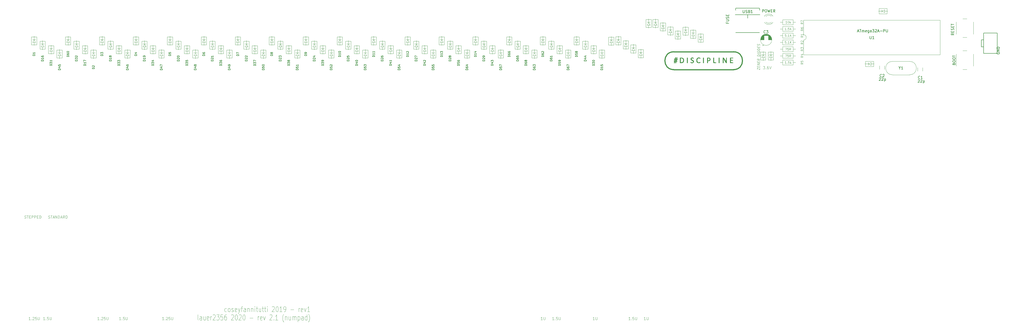
<source format=gbr>
G04 #@! TF.GenerationSoftware,KiCad,Pcbnew,(5.1.5-0-10_14)*
G04 #@! TF.CreationDate,2020-04-29T14:18:40-06:00*
G04 #@! TF.ProjectId,NumDiscipline-pcb,4e756d44-6973-4636-9970-6c696e652d70,rev?*
G04 #@! TF.SameCoordinates,Original*
G04 #@! TF.FileFunction,Legend,Top*
G04 #@! TF.FilePolarity,Positive*
%FSLAX46Y46*%
G04 Gerber Fmt 4.6, Leading zero omitted, Abs format (unit mm)*
G04 Created by KiCad (PCBNEW (5.1.5-0-10_14)) date 2020-04-29 14:18:40*
%MOMM*%
%LPD*%
G04 APERTURE LIST*
%ADD10C,0.100000*%
%ADD11C,0.120000*%
%ADD12C,0.150000*%
%ADD13C,0.075000*%
%ADD14C,0.010000*%
%ADD15C,0.400000*%
%ADD16C,0.200000*%
%ADD17C,0.203200*%
%ADD18C,0.300000*%
G04 APERTURE END LIST*
D10*
X335738945Y-79586134D02*
X336357993Y-79586134D01*
X336024659Y-79967087D01*
X336167516Y-79967087D01*
X336262755Y-80014706D01*
X336310374Y-80062325D01*
X336357993Y-80157563D01*
X336357993Y-80395658D01*
X336310374Y-80490896D01*
X336262755Y-80538515D01*
X336167516Y-80586134D01*
X335881802Y-80586134D01*
X335786564Y-80538515D01*
X335738945Y-80490896D01*
X336786564Y-80490896D02*
X336834183Y-80538515D01*
X336786564Y-80586134D01*
X336738945Y-80538515D01*
X336786564Y-80490896D01*
X336786564Y-80586134D01*
X337691326Y-79586134D02*
X337500850Y-79586134D01*
X337405612Y-79633754D01*
X337357993Y-79681373D01*
X337262755Y-79824230D01*
X337215136Y-80014706D01*
X337215136Y-80395658D01*
X337262755Y-80490896D01*
X337310374Y-80538515D01*
X337405612Y-80586134D01*
X337596088Y-80586134D01*
X337691326Y-80538515D01*
X337738945Y-80490896D01*
X337786564Y-80395658D01*
X337786564Y-80157563D01*
X337738945Y-80062325D01*
X337691326Y-80014706D01*
X337596088Y-79967087D01*
X337405612Y-79967087D01*
X337310374Y-80014706D01*
X337262755Y-80062325D01*
X337215136Y-80157563D01*
X338072278Y-79586134D02*
X338405612Y-80586134D01*
X338738945Y-79586134D01*
X333555140Y-80761370D02*
X333555140Y-80161370D01*
X334455140Y-80873870D01*
X334455140Y-80273870D01*
X333983712Y-79872085D02*
X333983712Y-79572085D01*
X334455140Y-79502442D02*
X334455140Y-79931013D01*
X333555140Y-79818513D01*
X333555140Y-79389942D01*
X334455140Y-79116728D02*
X333555140Y-79004228D01*
X334455140Y-78602442D01*
X333555140Y-78489942D01*
X333983712Y-78114942D02*
X333983712Y-77814942D01*
X334455140Y-77745299D02*
X334455140Y-78173870D01*
X333555140Y-78061370D01*
X333555140Y-77632799D01*
X334455140Y-76845299D02*
X334026569Y-77091728D01*
X334455140Y-77359585D02*
X333555140Y-77247085D01*
X333555140Y-76904228D01*
X333597998Y-76823870D01*
X333640855Y-76786370D01*
X333726569Y-76754228D01*
X333855140Y-76770299D01*
X333940855Y-76823870D01*
X333983712Y-76872085D01*
X334026569Y-76963156D01*
X334026569Y-77306013D01*
X334455140Y-75773870D02*
X333555140Y-75661370D01*
X333555140Y-75447085D01*
X333597998Y-75323870D01*
X333683712Y-75248870D01*
X333769426Y-75216728D01*
X333940855Y-75195299D01*
X334069426Y-75211370D01*
X334240855Y-75275656D01*
X334326569Y-75329228D01*
X334412283Y-75425656D01*
X334455140Y-75559585D01*
X334455140Y-75773870D01*
X334455140Y-74873870D02*
X333555140Y-74761370D01*
X333555140Y-74161370D02*
X333555140Y-73989942D01*
X333597998Y-73909585D01*
X333683712Y-73834585D01*
X333855140Y-73813156D01*
X334155140Y-73850656D01*
X334326569Y-73914942D01*
X334412283Y-74011370D01*
X334455140Y-74102442D01*
X334455140Y-74273870D01*
X334412283Y-74354228D01*
X334326569Y-74429228D01*
X334155140Y-74450656D01*
X333855140Y-74413156D01*
X333683712Y-74348870D01*
X333597998Y-74252442D01*
X333555140Y-74161370D01*
X334455140Y-73502442D02*
X333555140Y-73389942D01*
X333555140Y-73175656D01*
X333597998Y-73052442D01*
X333683712Y-72977442D01*
X333769426Y-72945299D01*
X333940855Y-72923870D01*
X334069426Y-72939942D01*
X334240855Y-73004228D01*
X334326569Y-73057799D01*
X334412283Y-73154228D01*
X334455140Y-73288156D01*
X334455140Y-73502442D01*
X333983712Y-72543513D02*
X333983712Y-72243513D01*
X334455140Y-72173870D02*
X334455140Y-72602442D01*
X333555140Y-72489942D01*
X333555140Y-72061370D01*
X334412283Y-71825656D02*
X334455140Y-71702442D01*
X334455140Y-71488156D01*
X334412283Y-71397085D01*
X334369426Y-71348870D01*
X334283712Y-71295299D01*
X334197998Y-71284585D01*
X334112283Y-71316728D01*
X334069426Y-71354228D01*
X334026569Y-71434585D01*
X333983712Y-71600656D01*
X333940855Y-71681013D01*
X333897998Y-71718513D01*
X333812283Y-71750656D01*
X333726569Y-71739942D01*
X333640855Y-71686370D01*
X333597998Y-71638156D01*
X333555140Y-71547085D01*
X333555140Y-71332799D01*
X333597998Y-71209585D01*
D11*
X337787510Y-75514666D02*
X338032482Y-75252196D01*
X339122418Y-75251812D02*
X339367390Y-74989342D01*
X334905400Y-75514282D02*
X335150372Y-75251812D01*
X336252746Y-75251812D02*
X336497718Y-74989342D01*
D12*
X406947630Y-67270130D02*
X406471440Y-67603464D01*
X406947630Y-67841559D02*
X405947630Y-67841559D01*
X405947630Y-67460607D01*
X405995250Y-67365369D01*
X406042869Y-67317750D01*
X406138107Y-67270130D01*
X406280964Y-67270130D01*
X406376202Y-67317750D01*
X406423821Y-67365369D01*
X406471440Y-67460607D01*
X406471440Y-67841559D01*
X406423821Y-66841559D02*
X406423821Y-66508226D01*
X406947630Y-66365369D02*
X406947630Y-66841559D01*
X405947630Y-66841559D01*
X405947630Y-66365369D01*
X406900011Y-65984416D02*
X406947630Y-65841559D01*
X406947630Y-65603464D01*
X406900011Y-65508226D01*
X406852392Y-65460607D01*
X406757154Y-65412988D01*
X406661916Y-65412988D01*
X406566678Y-65460607D01*
X406519059Y-65508226D01*
X406471440Y-65603464D01*
X406423821Y-65793940D01*
X406376202Y-65889178D01*
X406328583Y-65936797D01*
X406233345Y-65984416D01*
X406138107Y-65984416D01*
X406042869Y-65936797D01*
X405995250Y-65889178D01*
X405947630Y-65793940D01*
X405947630Y-65555845D01*
X405995250Y-65412988D01*
X406423821Y-64984416D02*
X406423821Y-64651083D01*
X406947630Y-64508226D02*
X406947630Y-64984416D01*
X405947630Y-64984416D01*
X405947630Y-64508226D01*
X405947630Y-64222511D02*
X405947630Y-63651083D01*
X406947630Y-63936797D02*
X405947630Y-63936797D01*
X335483046Y-59326064D02*
X335483046Y-58326064D01*
X335863998Y-58326064D01*
X335959236Y-58373684D01*
X336006855Y-58421303D01*
X336054474Y-58516541D01*
X336054474Y-58659398D01*
X336006855Y-58754636D01*
X335959236Y-58802255D01*
X335863998Y-58849874D01*
X335483046Y-58849874D01*
X336673522Y-58326064D02*
X336863998Y-58326064D01*
X336959236Y-58373684D01*
X337054474Y-58468922D01*
X337102093Y-58659398D01*
X337102093Y-58992731D01*
X337054474Y-59183207D01*
X336959236Y-59278445D01*
X336863998Y-59326064D01*
X336673522Y-59326064D01*
X336578284Y-59278445D01*
X336483046Y-59183207D01*
X336435427Y-58992731D01*
X336435427Y-58659398D01*
X336483046Y-58468922D01*
X336578284Y-58373684D01*
X336673522Y-58326064D01*
X337435427Y-58326064D02*
X337673522Y-59326064D01*
X337863998Y-58611779D01*
X338054474Y-59326064D01*
X338292570Y-58326064D01*
X338673522Y-58802255D02*
X339006855Y-58802255D01*
X339149712Y-59326064D02*
X338673522Y-59326064D01*
X338673522Y-58326064D01*
X339149712Y-58326064D01*
X340149712Y-59326064D02*
X339816379Y-58849874D01*
X339578284Y-59326064D02*
X339578284Y-58326064D01*
X339959236Y-58326064D01*
X340054474Y-58373684D01*
X340102093Y-58421303D01*
X340149712Y-58516541D01*
X340149712Y-58659398D01*
X340102093Y-58754636D01*
X340054474Y-58802255D01*
X339959236Y-58849874D01*
X339578284Y-58849874D01*
X423013250Y-74453654D02*
X422965630Y-74548892D01*
X422965630Y-74691750D01*
X423013250Y-74834607D01*
X423108488Y-74929845D01*
X423203726Y-74977464D01*
X423394202Y-75025083D01*
X423537059Y-75025083D01*
X423727535Y-74977464D01*
X423822773Y-74929845D01*
X423918011Y-74834607D01*
X423965630Y-74691750D01*
X423965630Y-74596511D01*
X423918011Y-74453654D01*
X423870392Y-74406035D01*
X423537059Y-74406035D01*
X423537059Y-74596511D01*
X423965630Y-73977464D02*
X422965630Y-73977464D01*
X423965630Y-73406035D01*
X422965630Y-73406035D01*
X423965630Y-72929845D02*
X422965630Y-72929845D01*
X422965630Y-72691750D01*
X423013250Y-72548892D01*
X423108488Y-72453654D01*
X423203726Y-72406035D01*
X423394202Y-72358416D01*
X423537059Y-72358416D01*
X423727535Y-72406035D01*
X423822773Y-72453654D01*
X423918011Y-72548892D01*
X423965630Y-72691750D01*
X423965630Y-72929845D01*
D10*
X344250085Y-70192989D02*
X343869133Y-70192989D01*
X343831038Y-70573942D01*
X343869133Y-70535846D01*
X343945323Y-70497751D01*
X344135799Y-70497751D01*
X344211990Y-70535846D01*
X344250085Y-70573942D01*
X344288180Y-70650132D01*
X344288180Y-70840608D01*
X344250085Y-70916799D01*
X344211990Y-70954894D01*
X344135799Y-70992989D01*
X343945323Y-70992989D01*
X343869133Y-70954894D01*
X343831038Y-70916799D01*
X344631038Y-70916799D02*
X344669133Y-70954894D01*
X344631038Y-70992989D01*
X344592942Y-70954894D01*
X344631038Y-70916799D01*
X344631038Y-70992989D01*
X345431038Y-70992989D02*
X344973895Y-70992989D01*
X345202466Y-70992989D02*
X345202466Y-70192989D01*
X345126276Y-70307275D01*
X345050085Y-70383465D01*
X344973895Y-70421561D01*
X345773895Y-70992989D02*
X345773895Y-70192989D01*
X346231038Y-70992989D02*
X345888180Y-70535846D01*
X346231038Y-70192989D02*
X345773895Y-70650132D01*
X344250085Y-67639536D02*
X343869133Y-67639536D01*
X343831038Y-68020489D01*
X343869133Y-67982393D01*
X343945323Y-67944298D01*
X344135799Y-67944298D01*
X344211990Y-67982393D01*
X344250085Y-68020489D01*
X344288180Y-68096679D01*
X344288180Y-68287155D01*
X344250085Y-68363346D01*
X344211990Y-68401441D01*
X344135799Y-68439536D01*
X343945323Y-68439536D01*
X343869133Y-68401441D01*
X343831038Y-68363346D01*
X344631038Y-68363346D02*
X344669133Y-68401441D01*
X344631038Y-68439536D01*
X344592942Y-68401441D01*
X344631038Y-68363346D01*
X344631038Y-68439536D01*
X345431038Y-68439536D02*
X344973895Y-68439536D01*
X345202466Y-68439536D02*
X345202466Y-67639536D01*
X345126276Y-67753822D01*
X345050085Y-67830012D01*
X344973895Y-67868108D01*
X345773895Y-68439536D02*
X345773895Y-67639536D01*
X346231038Y-68439536D02*
X345888180Y-67982393D01*
X346231038Y-67639536D02*
X345773895Y-68096679D01*
X291851210Y-174478614D02*
X291279782Y-174478614D01*
X291565496Y-174478614D02*
X291565496Y-173478614D01*
X291470258Y-173621472D01*
X291375020Y-173716710D01*
X291279782Y-173764329D01*
X292279782Y-173478614D02*
X292279782Y-174288138D01*
X292327401Y-174383376D01*
X292375020Y-174430995D01*
X292470258Y-174478614D01*
X292660734Y-174478614D01*
X292755972Y-174430995D01*
X292803591Y-174383376D01*
X292851210Y-174288138D01*
X292851210Y-173478614D01*
X272760892Y-174478614D02*
X272189464Y-174478614D01*
X272475178Y-174478614D02*
X272475178Y-173478614D01*
X272379940Y-173621472D01*
X272284702Y-173716710D01*
X272189464Y-173764329D01*
X273189464Y-173478614D02*
X273189464Y-174288138D01*
X273237083Y-174383376D01*
X273284702Y-174430995D01*
X273379940Y-174478614D01*
X273570416Y-174478614D01*
X273665654Y-174430995D01*
X273713273Y-174383376D01*
X273760892Y-174288138D01*
X273760892Y-173478614D01*
X253350650Y-174478614D02*
X252779222Y-174478614D01*
X253064936Y-174478614D02*
X253064936Y-173478614D01*
X252969698Y-173621472D01*
X252874460Y-173716710D01*
X252779222Y-173764329D01*
X253779222Y-173478614D02*
X253779222Y-174288138D01*
X253826841Y-174383376D01*
X253874460Y-174430995D01*
X253969698Y-174478614D01*
X254160174Y-174478614D01*
X254255412Y-174430995D01*
X254303031Y-174383376D01*
X254350650Y-174288138D01*
X254350650Y-173478614D01*
X68976474Y-136426063D02*
X69119332Y-136473682D01*
X69357427Y-136473682D01*
X69452665Y-136426063D01*
X69500284Y-136378444D01*
X69547903Y-136283206D01*
X69547903Y-136187968D01*
X69500284Y-136092730D01*
X69452665Y-136045111D01*
X69357427Y-135997492D01*
X69166951Y-135949873D01*
X69071713Y-135902254D01*
X69024094Y-135854635D01*
X68976474Y-135759397D01*
X68976474Y-135664159D01*
X69024094Y-135568921D01*
X69071713Y-135521302D01*
X69166951Y-135473682D01*
X69405046Y-135473682D01*
X69547903Y-135521302D01*
X69833617Y-135473682D02*
X70405046Y-135473682D01*
X70119332Y-136473682D02*
X70119332Y-135473682D01*
X70690760Y-136187968D02*
X71166951Y-136187968D01*
X70595522Y-136473682D02*
X70928855Y-135473682D01*
X71262189Y-136473682D01*
X71595522Y-136473682D02*
X71595522Y-135473682D01*
X72166951Y-136473682D01*
X72166951Y-135473682D01*
X72643141Y-136473682D02*
X72643141Y-135473682D01*
X72881236Y-135473682D01*
X73024094Y-135521302D01*
X73119332Y-135616540D01*
X73166951Y-135711778D01*
X73214570Y-135902254D01*
X73214570Y-136045111D01*
X73166951Y-136235587D01*
X73119332Y-136330825D01*
X73024094Y-136426063D01*
X72881236Y-136473682D01*
X72643141Y-136473682D01*
X73595522Y-136187968D02*
X74071713Y-136187968D01*
X73500284Y-136473682D02*
X73833617Y-135473682D01*
X74166951Y-136473682D01*
X75071713Y-136473682D02*
X74738379Y-135997492D01*
X74500284Y-136473682D02*
X74500284Y-135473682D01*
X74881236Y-135473682D01*
X74976474Y-135521302D01*
X75024094Y-135568921D01*
X75071713Y-135664159D01*
X75071713Y-135807016D01*
X75024094Y-135902254D01*
X74976474Y-135949873D01*
X74881236Y-135997492D01*
X74500284Y-135997492D01*
X75500284Y-136473682D02*
X75500284Y-135473682D01*
X75738379Y-135473682D01*
X75881236Y-135521302D01*
X75976474Y-135616540D01*
X76024094Y-135711778D01*
X76071713Y-135902254D01*
X76071713Y-136045111D01*
X76024094Y-136235587D01*
X75976474Y-136330825D01*
X75881236Y-136426063D01*
X75738379Y-136473682D01*
X75500284Y-136473682D01*
X60056418Y-136426063D02*
X60199275Y-136473682D01*
X60437370Y-136473682D01*
X60532608Y-136426063D01*
X60580227Y-136378444D01*
X60627847Y-136283206D01*
X60627847Y-136187968D01*
X60580227Y-136092730D01*
X60532608Y-136045111D01*
X60437370Y-135997492D01*
X60246894Y-135949873D01*
X60151656Y-135902254D01*
X60104037Y-135854635D01*
X60056418Y-135759397D01*
X60056418Y-135664159D01*
X60104037Y-135568921D01*
X60151656Y-135521302D01*
X60246894Y-135473682D01*
X60484989Y-135473682D01*
X60627847Y-135521302D01*
X60913561Y-135473682D02*
X61484989Y-135473682D01*
X61199275Y-136473682D02*
X61199275Y-135473682D01*
X61818323Y-135949873D02*
X62151656Y-135949873D01*
X62294513Y-136473682D02*
X61818323Y-136473682D01*
X61818323Y-135473682D01*
X62294513Y-135473682D01*
X62723085Y-136473682D02*
X62723085Y-135473682D01*
X63104037Y-135473682D01*
X63199275Y-135521302D01*
X63246894Y-135568921D01*
X63294513Y-135664159D01*
X63294513Y-135807016D01*
X63246894Y-135902254D01*
X63199275Y-135949873D01*
X63104037Y-135997492D01*
X62723085Y-135997492D01*
X63723085Y-136473682D02*
X63723085Y-135473682D01*
X64104037Y-135473682D01*
X64199275Y-135521302D01*
X64246894Y-135568921D01*
X64294513Y-135664159D01*
X64294513Y-135807016D01*
X64246894Y-135902254D01*
X64199275Y-135949873D01*
X64104037Y-135997492D01*
X63723085Y-135997492D01*
X64723085Y-135949873D02*
X65056418Y-135949873D01*
X65199275Y-136473682D02*
X64723085Y-136473682D01*
X64723085Y-135473682D01*
X65199275Y-135473682D01*
X65627847Y-136473682D02*
X65627847Y-135473682D01*
X65865942Y-135473682D01*
X66008799Y-135521302D01*
X66104037Y-135616540D01*
X66151656Y-135711778D01*
X66199275Y-135902254D01*
X66199275Y-136045111D01*
X66151656Y-136235587D01*
X66104037Y-136330825D01*
X66008799Y-136426063D01*
X65865942Y-136473682D01*
X65627847Y-136473682D01*
X286110604Y-174478614D02*
X285539175Y-174478614D01*
X285824889Y-174478614D02*
X285824889Y-173478614D01*
X285729651Y-173621472D01*
X285634413Y-173716710D01*
X285539175Y-173764329D01*
X286539175Y-174383376D02*
X286586794Y-174430995D01*
X286539175Y-174478614D01*
X286491556Y-174430995D01*
X286539175Y-174383376D01*
X286539175Y-174478614D01*
X287491556Y-173478614D02*
X287015365Y-173478614D01*
X286967746Y-173954805D01*
X287015365Y-173907186D01*
X287110604Y-173859567D01*
X287348699Y-173859567D01*
X287443937Y-173907186D01*
X287491556Y-173954805D01*
X287539175Y-174050043D01*
X287539175Y-174288138D01*
X287491556Y-174383376D01*
X287443937Y-174430995D01*
X287348699Y-174478614D01*
X287110604Y-174478614D01*
X287015365Y-174430995D01*
X286967746Y-174383376D01*
X287967746Y-173478614D02*
X287967746Y-174288138D01*
X288015365Y-174383376D01*
X288062985Y-174430995D01*
X288158223Y-174478614D01*
X288348699Y-174478614D01*
X288443937Y-174430995D01*
X288491556Y-174383376D01*
X288539175Y-174288138D01*
X288539175Y-173478614D01*
X257623200Y-174478614D02*
X257051771Y-174478614D01*
X257337485Y-174478614D02*
X257337485Y-173478614D01*
X257242247Y-173621472D01*
X257147009Y-173716710D01*
X257051771Y-173764329D01*
X258051771Y-174383376D02*
X258099390Y-174430995D01*
X258051771Y-174478614D01*
X258004152Y-174430995D01*
X258051771Y-174383376D01*
X258051771Y-174478614D01*
X259004152Y-173478614D02*
X258527961Y-173478614D01*
X258480342Y-173954805D01*
X258527961Y-173907186D01*
X258623200Y-173859567D01*
X258861295Y-173859567D01*
X258956533Y-173907186D01*
X259004152Y-173954805D01*
X259051771Y-174050043D01*
X259051771Y-174288138D01*
X259004152Y-174383376D01*
X258956533Y-174430995D01*
X258861295Y-174478614D01*
X258623200Y-174478614D01*
X258527961Y-174430995D01*
X258480342Y-174383376D01*
X259480342Y-173478614D02*
X259480342Y-174288138D01*
X259527961Y-174383376D01*
X259575581Y-174430995D01*
X259670819Y-174478614D01*
X259861295Y-174478614D01*
X259956533Y-174430995D01*
X260004152Y-174383376D01*
X260051771Y-174288138D01*
X260051771Y-173478614D01*
X95980958Y-174478614D02*
X95409529Y-174478614D01*
X95695243Y-174478614D02*
X95695243Y-173478614D01*
X95600005Y-173621472D01*
X95504767Y-173716710D01*
X95409529Y-173764329D01*
X96409529Y-174383376D02*
X96457148Y-174430995D01*
X96409529Y-174478614D01*
X96361910Y-174430995D01*
X96409529Y-174383376D01*
X96409529Y-174478614D01*
X97361910Y-173478614D02*
X96885719Y-173478614D01*
X96838100Y-173954805D01*
X96885719Y-173907186D01*
X96980958Y-173859567D01*
X97219053Y-173859567D01*
X97314291Y-173907186D01*
X97361910Y-173954805D01*
X97409529Y-174050043D01*
X97409529Y-174288138D01*
X97361910Y-174383376D01*
X97314291Y-174430995D01*
X97219053Y-174478614D01*
X96980958Y-174478614D01*
X96885719Y-174430995D01*
X96838100Y-174383376D01*
X97838100Y-173478614D02*
X97838100Y-174288138D01*
X97885719Y-174383376D01*
X97933339Y-174430995D01*
X98028577Y-174478614D01*
X98219053Y-174478614D01*
X98314291Y-174430995D01*
X98361910Y-174383376D01*
X98409529Y-174288138D01*
X98409529Y-173478614D01*
X67634738Y-174478614D02*
X67063309Y-174478614D01*
X67349023Y-174478614D02*
X67349023Y-173478614D01*
X67253785Y-173621472D01*
X67158547Y-173716710D01*
X67063309Y-173764329D01*
X68063309Y-174383376D02*
X68110928Y-174430995D01*
X68063309Y-174478614D01*
X68015690Y-174430995D01*
X68063309Y-174383376D01*
X68063309Y-174478614D01*
X69015690Y-173478614D02*
X68539499Y-173478614D01*
X68491880Y-173954805D01*
X68539499Y-173907186D01*
X68634738Y-173859567D01*
X68872833Y-173859567D01*
X68968071Y-173907186D01*
X69015690Y-173954805D01*
X69063309Y-174050043D01*
X69063309Y-174288138D01*
X69015690Y-174383376D01*
X68968071Y-174430995D01*
X68872833Y-174478614D01*
X68634738Y-174478614D01*
X68539499Y-174430995D01*
X68491880Y-174383376D01*
X69491880Y-173478614D02*
X69491880Y-174288138D01*
X69539499Y-174383376D01*
X69587119Y-174430995D01*
X69682357Y-174478614D01*
X69872833Y-174478614D01*
X69968071Y-174430995D01*
X70015690Y-174383376D01*
X70063309Y-174288138D01*
X70063309Y-173478614D01*
X112040062Y-174478614D02*
X111468634Y-174478614D01*
X111754348Y-174478614D02*
X111754348Y-173478614D01*
X111659110Y-173621472D01*
X111563872Y-173716710D01*
X111468634Y-173764329D01*
X112468634Y-174383376D02*
X112516253Y-174430995D01*
X112468634Y-174478614D01*
X112421014Y-174430995D01*
X112468634Y-174383376D01*
X112468634Y-174478614D01*
X112897205Y-173573853D02*
X112944824Y-173526234D01*
X113040062Y-173478614D01*
X113278157Y-173478614D01*
X113373395Y-173526234D01*
X113421014Y-173573853D01*
X113468634Y-173669091D01*
X113468634Y-173764329D01*
X113421014Y-173907186D01*
X112849586Y-174478614D01*
X113468634Y-174478614D01*
X114373395Y-173478614D02*
X113897205Y-173478614D01*
X113849586Y-173954805D01*
X113897205Y-173907186D01*
X113992443Y-173859567D01*
X114230538Y-173859567D01*
X114325776Y-173907186D01*
X114373395Y-173954805D01*
X114421014Y-174050043D01*
X114421014Y-174288138D01*
X114373395Y-174383376D01*
X114325776Y-174430995D01*
X114230538Y-174478614D01*
X113992443Y-174478614D01*
X113897205Y-174430995D01*
X113849586Y-174383376D01*
X114849586Y-173478614D02*
X114849586Y-174288138D01*
X114897205Y-174383376D01*
X114944824Y-174430995D01*
X115040062Y-174478614D01*
X115230538Y-174478614D01*
X115325776Y-174430995D01*
X115373395Y-174383376D01*
X115421014Y-174288138D01*
X115421014Y-173478614D01*
X87893282Y-174478614D02*
X87321854Y-174478614D01*
X87607568Y-174478614D02*
X87607568Y-173478614D01*
X87512330Y-173621472D01*
X87417092Y-173716710D01*
X87321854Y-173764329D01*
X88321854Y-174383376D02*
X88369473Y-174430995D01*
X88321854Y-174478614D01*
X88274234Y-174430995D01*
X88321854Y-174383376D01*
X88321854Y-174478614D01*
X88750425Y-173573853D02*
X88798044Y-173526234D01*
X88893282Y-173478614D01*
X89131377Y-173478614D01*
X89226615Y-173526234D01*
X89274234Y-173573853D01*
X89321854Y-173669091D01*
X89321854Y-173764329D01*
X89274234Y-173907186D01*
X88702806Y-174478614D01*
X89321854Y-174478614D01*
X90226615Y-173478614D02*
X89750425Y-173478614D01*
X89702806Y-173954805D01*
X89750425Y-173907186D01*
X89845663Y-173859567D01*
X90083758Y-173859567D01*
X90178996Y-173907186D01*
X90226615Y-173954805D01*
X90274234Y-174050043D01*
X90274234Y-174288138D01*
X90226615Y-174383376D01*
X90178996Y-174430995D01*
X90083758Y-174478614D01*
X89845663Y-174478614D01*
X89750425Y-174430995D01*
X89702806Y-174383376D01*
X90702806Y-173478614D02*
X90702806Y-174288138D01*
X90750425Y-174383376D01*
X90798044Y-174430995D01*
X90893282Y-174478614D01*
X91083758Y-174478614D01*
X91178996Y-174430995D01*
X91226615Y-174383376D01*
X91274234Y-174288138D01*
X91274234Y-173478614D01*
X62224205Y-174478614D02*
X61652777Y-174478614D01*
X61938491Y-174478614D02*
X61938491Y-173478614D01*
X61843253Y-173621472D01*
X61748015Y-173716710D01*
X61652777Y-173764329D01*
X62652777Y-174383376D02*
X62700396Y-174430995D01*
X62652777Y-174478614D01*
X62605157Y-174430995D01*
X62652777Y-174383376D01*
X62652777Y-174478614D01*
X63081348Y-173573853D02*
X63128967Y-173526234D01*
X63224205Y-173478614D01*
X63462300Y-173478614D01*
X63557538Y-173526234D01*
X63605157Y-173573853D01*
X63652777Y-173669091D01*
X63652777Y-173764329D01*
X63605157Y-173907186D01*
X63033729Y-174478614D01*
X63652777Y-174478614D01*
X64557538Y-173478614D02*
X64081348Y-173478614D01*
X64033729Y-173954805D01*
X64081348Y-173907186D01*
X64176586Y-173859567D01*
X64414681Y-173859567D01*
X64509919Y-173907186D01*
X64557538Y-173954805D01*
X64605157Y-174050043D01*
X64605157Y-174288138D01*
X64557538Y-174383376D01*
X64509919Y-174430995D01*
X64414681Y-174478614D01*
X64176586Y-174478614D01*
X64081348Y-174430995D01*
X64033729Y-174383376D01*
X65033729Y-173478614D02*
X65033729Y-174288138D01*
X65081348Y-174383376D01*
X65128967Y-174430995D01*
X65224205Y-174478614D01*
X65414681Y-174478614D01*
X65509919Y-174430995D01*
X65557538Y-174383376D01*
X65605157Y-174288138D01*
X65605157Y-173478614D01*
D13*
X135440107Y-171388773D02*
X135297250Y-171484011D01*
X135011535Y-171484011D01*
X134868678Y-171388773D01*
X134797250Y-171293535D01*
X134725821Y-171103059D01*
X134725821Y-170531630D01*
X134797250Y-170341154D01*
X134868678Y-170245916D01*
X135011535Y-170150678D01*
X135297250Y-170150678D01*
X135440107Y-170245916D01*
X136297250Y-171484011D02*
X136154392Y-171388773D01*
X136082964Y-171293535D01*
X136011535Y-171103059D01*
X136011535Y-170531630D01*
X136082964Y-170341154D01*
X136154392Y-170245916D01*
X136297250Y-170150678D01*
X136511535Y-170150678D01*
X136654392Y-170245916D01*
X136725821Y-170341154D01*
X136797250Y-170531630D01*
X136797250Y-171103059D01*
X136725821Y-171293535D01*
X136654392Y-171388773D01*
X136511535Y-171484011D01*
X136297250Y-171484011D01*
X137368678Y-171388773D02*
X137511535Y-171484011D01*
X137797250Y-171484011D01*
X137940107Y-171388773D01*
X138011535Y-171198297D01*
X138011535Y-171103059D01*
X137940107Y-170912583D01*
X137797250Y-170817345D01*
X137582964Y-170817345D01*
X137440107Y-170722107D01*
X137368678Y-170531630D01*
X137368678Y-170436392D01*
X137440107Y-170245916D01*
X137582964Y-170150678D01*
X137797250Y-170150678D01*
X137940107Y-170245916D01*
X139225821Y-171388773D02*
X139082964Y-171484011D01*
X138797250Y-171484011D01*
X138654392Y-171388773D01*
X138582964Y-171198297D01*
X138582964Y-170436392D01*
X138654392Y-170245916D01*
X138797250Y-170150678D01*
X139082964Y-170150678D01*
X139225821Y-170245916D01*
X139297250Y-170436392D01*
X139297250Y-170626869D01*
X138582964Y-170817345D01*
X139797250Y-170150678D02*
X140154392Y-171484011D01*
X140511535Y-170150678D02*
X140154392Y-171484011D01*
X140011535Y-171960202D01*
X139940107Y-172055440D01*
X139797250Y-172150678D01*
X140868678Y-170150678D02*
X141440107Y-170150678D01*
X141082964Y-171484011D02*
X141082964Y-169769726D01*
X141154392Y-169579250D01*
X141297250Y-169484011D01*
X141440107Y-169484011D01*
X142582964Y-171484011D02*
X142582964Y-170436392D01*
X142511535Y-170245916D01*
X142368678Y-170150678D01*
X142082964Y-170150678D01*
X141940107Y-170245916D01*
X142582964Y-171388773D02*
X142440107Y-171484011D01*
X142082964Y-171484011D01*
X141940107Y-171388773D01*
X141868678Y-171198297D01*
X141868678Y-171007821D01*
X141940107Y-170817345D01*
X142082964Y-170722107D01*
X142440107Y-170722107D01*
X142582964Y-170626869D01*
X143297250Y-170150678D02*
X143297250Y-171484011D01*
X143297250Y-170341154D02*
X143368678Y-170245916D01*
X143511535Y-170150678D01*
X143725821Y-170150678D01*
X143868678Y-170245916D01*
X143940107Y-170436392D01*
X143940107Y-171484011D01*
X144654392Y-170150678D02*
X144654392Y-171484011D01*
X144654392Y-170341154D02*
X144725821Y-170245916D01*
X144868678Y-170150678D01*
X145082964Y-170150678D01*
X145225821Y-170245916D01*
X145297250Y-170436392D01*
X145297250Y-171484011D01*
X146011535Y-171484011D02*
X146011535Y-170150678D01*
X146011535Y-169484011D02*
X145940107Y-169579250D01*
X146011535Y-169674488D01*
X146082964Y-169579250D01*
X146011535Y-169484011D01*
X146011535Y-169674488D01*
X146511535Y-170150678D02*
X147082964Y-170150678D01*
X146725821Y-169484011D02*
X146725821Y-171198297D01*
X146797250Y-171388773D01*
X146940107Y-171484011D01*
X147082964Y-171484011D01*
X148225821Y-170150678D02*
X148225821Y-171484011D01*
X147582964Y-170150678D02*
X147582964Y-171198297D01*
X147654392Y-171388773D01*
X147797250Y-171484011D01*
X148011535Y-171484011D01*
X148154392Y-171388773D01*
X148225821Y-171293535D01*
X148725821Y-170150678D02*
X149297250Y-170150678D01*
X148940107Y-169484011D02*
X148940107Y-171198297D01*
X149011535Y-171388773D01*
X149154392Y-171484011D01*
X149297250Y-171484011D01*
X149582964Y-170150678D02*
X150154392Y-170150678D01*
X149797250Y-169484011D02*
X149797250Y-171198297D01*
X149868678Y-171388773D01*
X150011535Y-171484011D01*
X150154392Y-171484011D01*
X150654392Y-171484011D02*
X150654392Y-170150678D01*
X150654392Y-169484011D02*
X150582964Y-169579250D01*
X150654392Y-169674488D01*
X150725821Y-169579250D01*
X150654392Y-169484011D01*
X150654392Y-169674488D01*
X152440107Y-169674488D02*
X152511535Y-169579250D01*
X152654392Y-169484011D01*
X153011535Y-169484011D01*
X153154392Y-169579250D01*
X153225821Y-169674488D01*
X153297250Y-169864964D01*
X153297250Y-170055440D01*
X153225821Y-170341154D01*
X152368678Y-171484011D01*
X153297250Y-171484011D01*
X154225821Y-169484011D02*
X154368678Y-169484011D01*
X154511535Y-169579250D01*
X154582964Y-169674488D01*
X154654392Y-169864964D01*
X154725821Y-170245916D01*
X154725821Y-170722107D01*
X154654392Y-171103059D01*
X154582964Y-171293535D01*
X154511535Y-171388773D01*
X154368678Y-171484011D01*
X154225821Y-171484011D01*
X154082964Y-171388773D01*
X154011535Y-171293535D01*
X153940107Y-171103059D01*
X153868678Y-170722107D01*
X153868678Y-170245916D01*
X153940107Y-169864964D01*
X154011535Y-169674488D01*
X154082964Y-169579250D01*
X154225821Y-169484011D01*
X156154392Y-171484011D02*
X155297250Y-171484011D01*
X155725821Y-171484011D02*
X155725821Y-169484011D01*
X155582964Y-169769726D01*
X155440107Y-169960202D01*
X155297250Y-170055440D01*
X156868678Y-171484011D02*
X157154392Y-171484011D01*
X157297250Y-171388773D01*
X157368678Y-171293535D01*
X157511535Y-171007821D01*
X157582964Y-170626869D01*
X157582964Y-169864964D01*
X157511535Y-169674488D01*
X157440107Y-169579250D01*
X157297250Y-169484011D01*
X157011535Y-169484011D01*
X156868678Y-169579250D01*
X156797250Y-169674488D01*
X156725821Y-169864964D01*
X156725821Y-170341154D01*
X156797250Y-170531630D01*
X156868678Y-170626869D01*
X157011535Y-170722107D01*
X157297250Y-170722107D01*
X157440107Y-170626869D01*
X157511535Y-170531630D01*
X157582964Y-170341154D01*
X159368678Y-170722107D02*
X160511535Y-170722107D01*
X162368678Y-171484011D02*
X162368678Y-170150678D01*
X162368678Y-170531630D02*
X162440107Y-170341154D01*
X162511535Y-170245916D01*
X162654392Y-170150678D01*
X162797250Y-170150678D01*
X163868678Y-171388773D02*
X163725821Y-171484011D01*
X163440107Y-171484011D01*
X163297250Y-171388773D01*
X163225821Y-171198297D01*
X163225821Y-170436392D01*
X163297250Y-170245916D01*
X163440107Y-170150678D01*
X163725821Y-170150678D01*
X163868678Y-170245916D01*
X163940107Y-170436392D01*
X163940107Y-170626869D01*
X163225821Y-170817345D01*
X164440107Y-170150678D02*
X164797250Y-171484011D01*
X165154392Y-170150678D01*
X166511535Y-171484011D02*
X165654392Y-171484011D01*
X166082964Y-171484011D02*
X166082964Y-169484011D01*
X165940107Y-169769726D01*
X165797250Y-169960202D01*
X165654392Y-170055440D01*
X124940107Y-174559011D02*
X124797250Y-174463773D01*
X124725821Y-174273297D01*
X124725821Y-172559011D01*
X126154392Y-174559011D02*
X126154392Y-173511392D01*
X126082964Y-173320916D01*
X125940107Y-173225678D01*
X125654392Y-173225678D01*
X125511535Y-173320916D01*
X126154392Y-174463773D02*
X126011535Y-174559011D01*
X125654392Y-174559011D01*
X125511535Y-174463773D01*
X125440107Y-174273297D01*
X125440107Y-174082821D01*
X125511535Y-173892345D01*
X125654392Y-173797107D01*
X126011535Y-173797107D01*
X126154392Y-173701869D01*
X127511535Y-173225678D02*
X127511535Y-174559011D01*
X126868678Y-173225678D02*
X126868678Y-174273297D01*
X126940107Y-174463773D01*
X127082964Y-174559011D01*
X127297250Y-174559011D01*
X127440107Y-174463773D01*
X127511535Y-174368535D01*
X128797250Y-174463773D02*
X128654392Y-174559011D01*
X128368678Y-174559011D01*
X128225821Y-174463773D01*
X128154392Y-174273297D01*
X128154392Y-173511392D01*
X128225821Y-173320916D01*
X128368678Y-173225678D01*
X128654392Y-173225678D01*
X128797250Y-173320916D01*
X128868678Y-173511392D01*
X128868678Y-173701869D01*
X128154392Y-173892345D01*
X129511535Y-174559011D02*
X129511535Y-173225678D01*
X129511535Y-173606630D02*
X129582964Y-173416154D01*
X129654392Y-173320916D01*
X129797250Y-173225678D01*
X129940107Y-173225678D01*
X130368678Y-172749488D02*
X130440107Y-172654250D01*
X130582964Y-172559011D01*
X130940107Y-172559011D01*
X131082964Y-172654250D01*
X131154392Y-172749488D01*
X131225821Y-172939964D01*
X131225821Y-173130440D01*
X131154392Y-173416154D01*
X130297250Y-174559011D01*
X131225821Y-174559011D01*
X131725821Y-172559011D02*
X132654392Y-172559011D01*
X132154392Y-173320916D01*
X132368678Y-173320916D01*
X132511535Y-173416154D01*
X132582964Y-173511392D01*
X132654392Y-173701869D01*
X132654392Y-174178059D01*
X132582964Y-174368535D01*
X132511535Y-174463773D01*
X132368678Y-174559011D01*
X131940107Y-174559011D01*
X131797250Y-174463773D01*
X131725821Y-174368535D01*
X134011535Y-172559011D02*
X133297250Y-172559011D01*
X133225821Y-173511392D01*
X133297250Y-173416154D01*
X133440107Y-173320916D01*
X133797250Y-173320916D01*
X133940107Y-173416154D01*
X134011535Y-173511392D01*
X134082964Y-173701869D01*
X134082964Y-174178059D01*
X134011535Y-174368535D01*
X133940107Y-174463773D01*
X133797250Y-174559011D01*
X133440107Y-174559011D01*
X133297250Y-174463773D01*
X133225821Y-174368535D01*
X135368678Y-172559011D02*
X135082964Y-172559011D01*
X134940107Y-172654250D01*
X134868678Y-172749488D01*
X134725821Y-173035202D01*
X134654392Y-173416154D01*
X134654392Y-174178059D01*
X134725821Y-174368535D01*
X134797250Y-174463773D01*
X134940107Y-174559011D01*
X135225821Y-174559011D01*
X135368678Y-174463773D01*
X135440107Y-174368535D01*
X135511535Y-174178059D01*
X135511535Y-173701869D01*
X135440107Y-173511392D01*
X135368678Y-173416154D01*
X135225821Y-173320916D01*
X134940107Y-173320916D01*
X134797250Y-173416154D01*
X134725821Y-173511392D01*
X134654392Y-173701869D01*
X137225821Y-172749488D02*
X137297250Y-172654250D01*
X137440107Y-172559011D01*
X137797250Y-172559011D01*
X137940107Y-172654250D01*
X138011535Y-172749488D01*
X138082964Y-172939964D01*
X138082964Y-173130440D01*
X138011535Y-173416154D01*
X137154392Y-174559011D01*
X138082964Y-174559011D01*
X139011535Y-172559011D02*
X139154392Y-172559011D01*
X139297250Y-172654250D01*
X139368678Y-172749488D01*
X139440107Y-172939964D01*
X139511535Y-173320916D01*
X139511535Y-173797107D01*
X139440107Y-174178059D01*
X139368678Y-174368535D01*
X139297250Y-174463773D01*
X139154392Y-174559011D01*
X139011535Y-174559011D01*
X138868678Y-174463773D01*
X138797250Y-174368535D01*
X138725821Y-174178059D01*
X138654392Y-173797107D01*
X138654392Y-173320916D01*
X138725821Y-172939964D01*
X138797250Y-172749488D01*
X138868678Y-172654250D01*
X139011535Y-172559011D01*
X140082964Y-172749488D02*
X140154392Y-172654250D01*
X140297250Y-172559011D01*
X140654392Y-172559011D01*
X140797250Y-172654250D01*
X140868678Y-172749488D01*
X140940107Y-172939964D01*
X140940107Y-173130440D01*
X140868678Y-173416154D01*
X140011535Y-174559011D01*
X140940107Y-174559011D01*
X141868678Y-172559011D02*
X142011535Y-172559011D01*
X142154392Y-172654250D01*
X142225821Y-172749488D01*
X142297250Y-172939964D01*
X142368678Y-173320916D01*
X142368678Y-173797107D01*
X142297250Y-174178059D01*
X142225821Y-174368535D01*
X142154392Y-174463773D01*
X142011535Y-174559011D01*
X141868678Y-174559011D01*
X141725821Y-174463773D01*
X141654392Y-174368535D01*
X141582964Y-174178059D01*
X141511535Y-173797107D01*
X141511535Y-173320916D01*
X141582964Y-172939964D01*
X141654392Y-172749488D01*
X141725821Y-172654250D01*
X141868678Y-172559011D01*
X144154392Y-173797107D02*
X145297250Y-173797107D01*
X147154392Y-174559011D02*
X147154392Y-173225678D01*
X147154392Y-173606630D02*
X147225821Y-173416154D01*
X147297250Y-173320916D01*
X147440107Y-173225678D01*
X147582964Y-173225678D01*
X148654392Y-174463773D02*
X148511535Y-174559011D01*
X148225821Y-174559011D01*
X148082964Y-174463773D01*
X148011535Y-174273297D01*
X148011535Y-173511392D01*
X148082964Y-173320916D01*
X148225821Y-173225678D01*
X148511535Y-173225678D01*
X148654392Y-173320916D01*
X148725821Y-173511392D01*
X148725821Y-173701869D01*
X148011535Y-173892345D01*
X149225821Y-173225678D02*
X149582964Y-174559011D01*
X149940107Y-173225678D01*
X151582964Y-172749488D02*
X151654392Y-172654250D01*
X151797250Y-172559011D01*
X152154392Y-172559011D01*
X152297250Y-172654250D01*
X152368678Y-172749488D01*
X152440107Y-172939964D01*
X152440107Y-173130440D01*
X152368678Y-173416154D01*
X151511535Y-174559011D01*
X152440107Y-174559011D01*
X153082964Y-174368535D02*
X153154392Y-174463773D01*
X153082964Y-174559011D01*
X153011535Y-174463773D01*
X153082964Y-174368535D01*
X153082964Y-174559011D01*
X154582964Y-174559011D02*
X153725821Y-174559011D01*
X154154392Y-174559011D02*
X154154392Y-172559011D01*
X154011535Y-172844726D01*
X153868678Y-173035202D01*
X153725821Y-173130440D01*
X156797250Y-175320916D02*
X156725821Y-175225678D01*
X156582964Y-174939964D01*
X156511535Y-174749488D01*
X156440107Y-174463773D01*
X156368678Y-173987583D01*
X156368678Y-173606630D01*
X156440107Y-173130440D01*
X156511535Y-172844726D01*
X156582964Y-172654250D01*
X156725821Y-172368535D01*
X156797250Y-172273297D01*
X157368678Y-173225678D02*
X157368678Y-174559011D01*
X157368678Y-173416154D02*
X157440107Y-173320916D01*
X157582964Y-173225678D01*
X157797250Y-173225678D01*
X157940107Y-173320916D01*
X158011535Y-173511392D01*
X158011535Y-174559011D01*
X159368678Y-173225678D02*
X159368678Y-174559011D01*
X158725821Y-173225678D02*
X158725821Y-174273297D01*
X158797250Y-174463773D01*
X158940107Y-174559011D01*
X159154392Y-174559011D01*
X159297250Y-174463773D01*
X159368678Y-174368535D01*
X160082964Y-174559011D02*
X160082964Y-173225678D01*
X160082964Y-173416154D02*
X160154392Y-173320916D01*
X160297250Y-173225678D01*
X160511535Y-173225678D01*
X160654392Y-173320916D01*
X160725821Y-173511392D01*
X160725821Y-174559011D01*
X160725821Y-173511392D02*
X160797250Y-173320916D01*
X160940107Y-173225678D01*
X161154392Y-173225678D01*
X161297250Y-173320916D01*
X161368678Y-173511392D01*
X161368678Y-174559011D01*
X162082964Y-173225678D02*
X162082964Y-175225678D01*
X162082964Y-173320916D02*
X162225821Y-173225678D01*
X162511535Y-173225678D01*
X162654392Y-173320916D01*
X162725821Y-173416154D01*
X162797250Y-173606630D01*
X162797250Y-174178059D01*
X162725821Y-174368535D01*
X162654392Y-174463773D01*
X162511535Y-174559011D01*
X162225821Y-174559011D01*
X162082964Y-174463773D01*
X164082964Y-174559011D02*
X164082964Y-173511392D01*
X164011535Y-173320916D01*
X163868678Y-173225678D01*
X163582964Y-173225678D01*
X163440107Y-173320916D01*
X164082964Y-174463773D02*
X163940107Y-174559011D01*
X163582964Y-174559011D01*
X163440107Y-174463773D01*
X163368678Y-174273297D01*
X163368678Y-174082821D01*
X163440107Y-173892345D01*
X163582964Y-173797107D01*
X163940107Y-173797107D01*
X164082964Y-173701869D01*
X165440107Y-174559011D02*
X165440107Y-172559011D01*
X165440107Y-174463773D02*
X165297250Y-174559011D01*
X165011535Y-174559011D01*
X164868678Y-174463773D01*
X164797250Y-174368535D01*
X164725821Y-174178059D01*
X164725821Y-173606630D01*
X164797250Y-173416154D01*
X164868678Y-173320916D01*
X165011535Y-173225678D01*
X165297250Y-173225678D01*
X165440107Y-173320916D01*
X166011535Y-175320916D02*
X166082964Y-175225678D01*
X166225821Y-174939964D01*
X166297250Y-174749488D01*
X166368678Y-174463773D01*
X166440107Y-173987583D01*
X166440107Y-173606630D01*
X166368678Y-173130440D01*
X166297250Y-172844726D01*
X166225821Y-172654250D01*
X166082964Y-172368535D01*
X166011535Y-172273297D01*
D14*
G36*
X305224586Y-76340571D02*
G01*
X305437695Y-76364674D01*
X305614289Y-76413497D01*
X305767221Y-76489497D01*
X305774374Y-76493990D01*
X305925987Y-76627575D01*
X306039839Y-76807190D01*
X306112774Y-77023493D01*
X306141634Y-77267141D01*
X306123525Y-77527142D01*
X306061206Y-77775207D01*
X305959742Y-77973511D01*
X305815794Y-78126899D01*
X305634396Y-78236454D01*
X305543220Y-78265255D01*
X305415153Y-78289280D01*
X305264011Y-78307841D01*
X305103613Y-78320252D01*
X304947776Y-78325825D01*
X304810317Y-78323874D01*
X304705053Y-78313711D01*
X304645803Y-78294650D01*
X304638576Y-78285971D01*
X304634441Y-78242820D01*
X304631253Y-78143020D01*
X304629089Y-77995211D01*
X304628022Y-77808032D01*
X304628129Y-77590126D01*
X304629483Y-77350132D01*
X304629963Y-77294529D01*
X304636692Y-76560350D01*
X304883497Y-76560350D01*
X304883497Y-78094798D01*
X305137761Y-78094798D01*
X305294969Y-78089386D01*
X305412429Y-78070103D01*
X305515021Y-78032381D01*
X305537697Y-78021340D01*
X305675587Y-77923631D01*
X305772657Y-77786977D01*
X305832282Y-77604904D01*
X305855946Y-77411375D01*
X305854765Y-77179957D01*
X305819529Y-76993918D01*
X305747129Y-76841140D01*
X305690666Y-76767269D01*
X305583985Y-76666863D01*
X305464766Y-76603075D01*
X305316063Y-76569658D01*
X305129404Y-76560350D01*
X304883497Y-76560350D01*
X304636692Y-76560350D01*
X304638638Y-76348139D01*
X304962110Y-76338733D01*
X305224586Y-76340571D01*
G37*
X305224586Y-76340571D02*
X305437695Y-76364674D01*
X305614289Y-76413497D01*
X305767221Y-76489497D01*
X305774374Y-76493990D01*
X305925987Y-76627575D01*
X306039839Y-76807190D01*
X306112774Y-77023493D01*
X306141634Y-77267141D01*
X306123525Y-77527142D01*
X306061206Y-77775207D01*
X305959742Y-77973511D01*
X305815794Y-78126899D01*
X305634396Y-78236454D01*
X305543220Y-78265255D01*
X305415153Y-78289280D01*
X305264011Y-78307841D01*
X305103613Y-78320252D01*
X304947776Y-78325825D01*
X304810317Y-78323874D01*
X304705053Y-78313711D01*
X304645803Y-78294650D01*
X304638576Y-78285971D01*
X304634441Y-78242820D01*
X304631253Y-78143020D01*
X304629089Y-77995211D01*
X304628022Y-77808032D01*
X304628129Y-77590126D01*
X304629483Y-77350132D01*
X304629963Y-77294529D01*
X304636692Y-76560350D01*
X304883497Y-76560350D01*
X304883497Y-78094798D01*
X305137761Y-78094798D01*
X305294969Y-78089386D01*
X305412429Y-78070103D01*
X305515021Y-78032381D01*
X305537697Y-78021340D01*
X305675587Y-77923631D01*
X305772657Y-77786977D01*
X305832282Y-77604904D01*
X305855946Y-77411375D01*
X305854765Y-77179957D01*
X305819529Y-76993918D01*
X305747129Y-76841140D01*
X305690666Y-76767269D01*
X305583985Y-76666863D01*
X305464766Y-76603075D01*
X305316063Y-76569658D01*
X305129404Y-76560350D01*
X304883497Y-76560350D01*
X304636692Y-76560350D01*
X304638638Y-76348139D01*
X304962110Y-76338733D01*
X305224586Y-76340571D01*
G36*
X315243444Y-76337751D02*
G01*
X315413587Y-76346055D01*
X315534134Y-76357565D01*
X315620787Y-76375161D01*
X315689245Y-76401724D01*
X315736397Y-76428215D01*
X315862986Y-76528226D01*
X315940997Y-76648485D01*
X315977770Y-76803611D01*
X315983095Y-76919476D01*
X315959385Y-77131017D01*
X315888240Y-77299434D01*
X315768266Y-77426034D01*
X315598066Y-77512120D01*
X315376247Y-77559000D01*
X315292169Y-77566049D01*
X315036967Y-77580822D01*
X315036967Y-78323332D01*
X314928141Y-78323332D01*
X314847471Y-78317359D01*
X314799024Y-78302852D01*
X314797550Y-78301567D01*
X314791968Y-78264538D01*
X314786915Y-78170626D01*
X314782583Y-78028243D01*
X314779162Y-77845800D01*
X314776843Y-77631708D01*
X314775818Y-77394380D01*
X314775785Y-77342454D01*
X314776222Y-77064449D01*
X314777766Y-76844761D01*
X314780768Y-76676419D01*
X314785270Y-76560350D01*
X315036967Y-76560350D01*
X315036967Y-76946683D01*
X315038708Y-77099408D01*
X315043444Y-77227488D01*
X315050447Y-77317247D01*
X315058732Y-77354780D01*
X315110732Y-77371726D01*
X315204169Y-77375333D01*
X315316704Y-77366263D01*
X315425995Y-77345177D01*
X315431165Y-77343765D01*
X315570097Y-77279575D01*
X315661475Y-77174635D01*
X315709298Y-77023683D01*
X315715686Y-76969417D01*
X315721262Y-76862601D01*
X315709420Y-76793074D01*
X315670791Y-76733330D01*
X315615552Y-76675336D01*
X315551173Y-76614996D01*
X315494898Y-76580577D01*
X315424864Y-76564830D01*
X315319210Y-76560506D01*
X315268767Y-76560350D01*
X315036967Y-76560350D01*
X314785270Y-76560350D01*
X314785577Y-76552448D01*
X314792543Y-76465876D01*
X314802017Y-76409730D01*
X314814349Y-76377036D01*
X314824884Y-76364358D01*
X314873012Y-76345290D01*
X314965239Y-76335310D01*
X315109265Y-76333927D01*
X315243444Y-76337751D01*
G37*
X315243444Y-76337751D02*
X315413587Y-76346055D01*
X315534134Y-76357565D01*
X315620787Y-76375161D01*
X315689245Y-76401724D01*
X315736397Y-76428215D01*
X315862986Y-76528226D01*
X315940997Y-76648485D01*
X315977770Y-76803611D01*
X315983095Y-76919476D01*
X315959385Y-77131017D01*
X315888240Y-77299434D01*
X315768266Y-77426034D01*
X315598066Y-77512120D01*
X315376247Y-77559000D01*
X315292169Y-77566049D01*
X315036967Y-77580822D01*
X315036967Y-78323332D01*
X314928141Y-78323332D01*
X314847471Y-78317359D01*
X314799024Y-78302852D01*
X314797550Y-78301567D01*
X314791968Y-78264538D01*
X314786915Y-78170626D01*
X314782583Y-78028243D01*
X314779162Y-77845800D01*
X314776843Y-77631708D01*
X314775818Y-77394380D01*
X314775785Y-77342454D01*
X314776222Y-77064449D01*
X314777766Y-76844761D01*
X314780768Y-76676419D01*
X314785270Y-76560350D01*
X315036967Y-76560350D01*
X315036967Y-76946683D01*
X315038708Y-77099408D01*
X315043444Y-77227488D01*
X315050447Y-77317247D01*
X315058732Y-77354780D01*
X315110732Y-77371726D01*
X315204169Y-77375333D01*
X315316704Y-77366263D01*
X315425995Y-77345177D01*
X315431165Y-77343765D01*
X315570097Y-77279575D01*
X315661475Y-77174635D01*
X315709298Y-77023683D01*
X315715686Y-76969417D01*
X315721262Y-76862601D01*
X315709420Y-76793074D01*
X315670791Y-76733330D01*
X315615552Y-76675336D01*
X315551173Y-76614996D01*
X315494898Y-76580577D01*
X315424864Y-76564830D01*
X315319210Y-76560506D01*
X315268767Y-76560350D01*
X315036967Y-76560350D01*
X314785270Y-76560350D01*
X314785577Y-76552448D01*
X314792543Y-76465876D01*
X314802017Y-76409730D01*
X314814349Y-76377036D01*
X314824884Y-76364358D01*
X314873012Y-76345290D01*
X314965239Y-76335310D01*
X315109265Y-76333927D01*
X315243444Y-76337751D01*
G36*
X311788180Y-76312999D02*
G01*
X312001038Y-76367159D01*
X312059756Y-76393918D01*
X312164281Y-76461384D01*
X312216550Y-76537656D01*
X312229255Y-76626389D01*
X312214283Y-76689733D01*
X312166523Y-76703552D01*
X312081715Y-76668071D01*
X312031559Y-76636898D01*
X311893384Y-76568198D01*
X311732735Y-76537843D01*
X311712100Y-76536384D01*
X311522856Y-76549226D01*
X311369377Y-76615587D01*
X311246181Y-76738605D01*
X311186443Y-76837151D01*
X311147859Y-76919455D01*
X311123284Y-76997346D01*
X311109671Y-77089310D01*
X311103975Y-77213833D01*
X311103068Y-77343192D01*
X311105111Y-77507298D01*
X311112867Y-77623736D01*
X311129051Y-77710061D01*
X311156379Y-77783833D01*
X311177842Y-77826734D01*
X311288327Y-77970349D01*
X311434594Y-78067402D01*
X311604399Y-78115567D01*
X311785497Y-78112519D01*
X311965643Y-78055931D01*
X312067612Y-77995717D01*
X312139230Y-77951702D01*
X312191174Y-77931674D01*
X312193485Y-77931559D01*
X312224283Y-77957326D01*
X312229710Y-78020126D01*
X312212815Y-78098206D01*
X312176650Y-78169816D01*
X312156916Y-78192296D01*
X312036241Y-78268294D01*
X311873044Y-78320999D01*
X311686999Y-78346999D01*
X311497776Y-78342887D01*
X311392106Y-78324836D01*
X311204595Y-78248220D01*
X311048665Y-78118930D01*
X310927638Y-77943157D01*
X310844833Y-77727090D01*
X310803572Y-77476918D01*
X310804553Y-77229630D01*
X310846158Y-76977128D01*
X310927271Y-76755108D01*
X311043035Y-76574118D01*
X311155878Y-76467019D01*
X311347739Y-76364373D01*
X311564460Y-76312552D01*
X311788180Y-76312999D01*
G37*
X311788180Y-76312999D02*
X312001038Y-76367159D01*
X312059756Y-76393918D01*
X312164281Y-76461384D01*
X312216550Y-76537656D01*
X312229255Y-76626389D01*
X312214283Y-76689733D01*
X312166523Y-76703552D01*
X312081715Y-76668071D01*
X312031559Y-76636898D01*
X311893384Y-76568198D01*
X311732735Y-76537843D01*
X311712100Y-76536384D01*
X311522856Y-76549226D01*
X311369377Y-76615587D01*
X311246181Y-76738605D01*
X311186443Y-76837151D01*
X311147859Y-76919455D01*
X311123284Y-76997346D01*
X311109671Y-77089310D01*
X311103975Y-77213833D01*
X311103068Y-77343192D01*
X311105111Y-77507298D01*
X311112867Y-77623736D01*
X311129051Y-77710061D01*
X311156379Y-77783833D01*
X311177842Y-77826734D01*
X311288327Y-77970349D01*
X311434594Y-78067402D01*
X311604399Y-78115567D01*
X311785497Y-78112519D01*
X311965643Y-78055931D01*
X312067612Y-77995717D01*
X312139230Y-77951702D01*
X312191174Y-77931674D01*
X312193485Y-77931559D01*
X312224283Y-77957326D01*
X312229710Y-78020126D01*
X312212815Y-78098206D01*
X312176650Y-78169816D01*
X312156916Y-78192296D01*
X312036241Y-78268294D01*
X311873044Y-78320999D01*
X311686999Y-78346999D01*
X311497776Y-78342887D01*
X311392106Y-78324836D01*
X311204595Y-78248220D01*
X311048665Y-78118930D01*
X310927638Y-77943157D01*
X310844833Y-77727090D01*
X310803572Y-77476918D01*
X310804553Y-77229630D01*
X310846158Y-76977128D01*
X310927271Y-76755108D01*
X311043035Y-76574118D01*
X311155878Y-76467019D01*
X311347739Y-76364373D01*
X311564460Y-76312552D01*
X311788180Y-76312999D01*
G36*
X309438414Y-76327190D02*
G01*
X309561485Y-76361336D01*
X309653974Y-76405594D01*
X309696200Y-76450431D01*
X309714066Y-76534803D01*
X309707283Y-76608635D01*
X309687554Y-76638985D01*
X309643895Y-76635956D01*
X309567210Y-76607940D01*
X309533736Y-76591941D01*
X309375807Y-76535291D01*
X309226723Y-76524604D01*
X309097391Y-76556014D01*
X308998717Y-76625657D01*
X308941608Y-76729669D01*
X308931826Y-76805209D01*
X308955215Y-76918037D01*
X309029087Y-77017198D01*
X309158998Y-77108499D01*
X309278414Y-77167394D01*
X309505628Y-77283338D01*
X309668946Y-77401810D01*
X309752314Y-77496889D01*
X309794513Y-77604872D01*
X309812219Y-77745807D01*
X309804740Y-77891840D01*
X309771383Y-78015118D01*
X309765518Y-78027234D01*
X309656144Y-78170809D01*
X309502551Y-78275430D01*
X309315538Y-78337305D01*
X309105905Y-78352643D01*
X308915502Y-78325660D01*
X308798913Y-78287135D01*
X308696765Y-78235633D01*
X308632967Y-78183391D01*
X308630333Y-78179692D01*
X308609024Y-78114213D01*
X308609646Y-78038097D01*
X308631250Y-77985399D01*
X308635844Y-77981860D01*
X308680509Y-77984575D01*
X308758907Y-78012975D01*
X308802602Y-78034035D01*
X308976773Y-78101127D01*
X309144422Y-78123096D01*
X309295565Y-78103226D01*
X309420219Y-78044801D01*
X309508401Y-77951104D01*
X309550127Y-77825418D01*
X309552134Y-77787510D01*
X309530647Y-77698300D01*
X309462663Y-77609130D01*
X309342899Y-77515084D01*
X309166072Y-77411246D01*
X309124111Y-77389241D01*
X308940173Y-77285467D01*
X308811070Y-77188497D01*
X308728595Y-77088135D01*
X308684539Y-76974184D01*
X308670693Y-76836449D01*
X308670643Y-76825970D01*
X308696317Y-76638839D01*
X308772972Y-76492376D01*
X308900055Y-76387147D01*
X309077014Y-76323721D01*
X309173272Y-76308917D01*
X309302948Y-76308076D01*
X309438414Y-76327190D01*
G37*
X309438414Y-76327190D02*
X309561485Y-76361336D01*
X309653974Y-76405594D01*
X309696200Y-76450431D01*
X309714066Y-76534803D01*
X309707283Y-76608635D01*
X309687554Y-76638985D01*
X309643895Y-76635956D01*
X309567210Y-76607940D01*
X309533736Y-76591941D01*
X309375807Y-76535291D01*
X309226723Y-76524604D01*
X309097391Y-76556014D01*
X308998717Y-76625657D01*
X308941608Y-76729669D01*
X308931826Y-76805209D01*
X308955215Y-76918037D01*
X309029087Y-77017198D01*
X309158998Y-77108499D01*
X309278414Y-77167394D01*
X309505628Y-77283338D01*
X309668946Y-77401810D01*
X309752314Y-77496889D01*
X309794513Y-77604872D01*
X309812219Y-77745807D01*
X309804740Y-77891840D01*
X309771383Y-78015118D01*
X309765518Y-78027234D01*
X309656144Y-78170809D01*
X309502551Y-78275430D01*
X309315538Y-78337305D01*
X309105905Y-78352643D01*
X308915502Y-78325660D01*
X308798913Y-78287135D01*
X308696765Y-78235633D01*
X308632967Y-78183391D01*
X308630333Y-78179692D01*
X308609024Y-78114213D01*
X308609646Y-78038097D01*
X308631250Y-77985399D01*
X308635844Y-77981860D01*
X308680509Y-77984575D01*
X308758907Y-78012975D01*
X308802602Y-78034035D01*
X308976773Y-78101127D01*
X309144422Y-78123096D01*
X309295565Y-78103226D01*
X309420219Y-78044801D01*
X309508401Y-77951104D01*
X309550127Y-77825418D01*
X309552134Y-77787510D01*
X309530647Y-77698300D01*
X309462663Y-77609130D01*
X309342899Y-77515084D01*
X309166072Y-77411246D01*
X309124111Y-77389241D01*
X308940173Y-77285467D01*
X308811070Y-77188497D01*
X308728595Y-77088135D01*
X308684539Y-76974184D01*
X308670693Y-76836449D01*
X308670643Y-76825970D01*
X308696317Y-76638839D01*
X308772972Y-76492376D01*
X308900055Y-76387147D01*
X309077014Y-76323721D01*
X309173272Y-76308917D01*
X309302948Y-76308076D01*
X309438414Y-76327190D01*
G36*
X317248857Y-76338007D02*
G01*
X317371286Y-76348139D01*
X317388672Y-78092669D01*
X318122186Y-78111121D01*
X318122186Y-78307008D01*
X317646908Y-78316007D01*
X317476902Y-78317722D01*
X317330602Y-78316355D01*
X317220194Y-78312239D01*
X317157864Y-78305708D01*
X317149029Y-78302404D01*
X317143344Y-78265245D01*
X317138182Y-78171034D01*
X317133732Y-78028014D01*
X317130179Y-77844427D01*
X317127710Y-77628518D01*
X317126512Y-77388528D01*
X317126427Y-77303838D01*
X317126427Y-76327874D01*
X317248857Y-76338007D01*
G37*
X317248857Y-76338007D02*
X317371286Y-76348139D01*
X317388672Y-78092669D01*
X318122186Y-78111121D01*
X318122186Y-78307008D01*
X317646908Y-78316007D01*
X317476902Y-78317722D01*
X317330602Y-78316355D01*
X317220194Y-78312239D01*
X317157864Y-78305708D01*
X317149029Y-78302404D01*
X317143344Y-78265245D01*
X317138182Y-78171034D01*
X317133732Y-78028014D01*
X317130179Y-77844427D01*
X317127710Y-77628518D01*
X317126512Y-77388528D01*
X317126427Y-77303838D01*
X317126427Y-76327874D01*
X317248857Y-76338007D01*
G36*
X319273021Y-76338007D02*
G01*
X319395450Y-76348139D01*
X319395450Y-78307008D01*
X319150592Y-78327274D01*
X319150592Y-76327874D01*
X319273021Y-76338007D01*
G37*
X319273021Y-76338007D02*
X319395450Y-76348139D01*
X319395450Y-78307008D01*
X319150592Y-78327274D01*
X319150592Y-76327874D01*
X319273021Y-76338007D01*
G36*
X322113863Y-77317308D02*
G01*
X322105219Y-78307008D01*
X321990952Y-78316623D01*
X321897395Y-78311606D01*
X321825271Y-78286378D01*
X321821953Y-78283976D01*
X321792291Y-78245172D01*
X321735991Y-78156823D01*
X321657654Y-78026718D01*
X321561886Y-77862648D01*
X321453289Y-77672402D01*
X321336468Y-77463772D01*
X321324650Y-77442449D01*
X320882079Y-76643186D01*
X320873340Y-77475097D01*
X320864602Y-78307008D01*
X320758015Y-78317275D01*
X320651428Y-78327541D01*
X320660071Y-77337840D01*
X320668715Y-76348139D01*
X320820133Y-76338338D01*
X320920923Y-76337779D01*
X320983300Y-76358319D01*
X321032344Y-76407612D01*
X321064493Y-76457601D01*
X321122629Y-76556188D01*
X321201720Y-76694510D01*
X321296738Y-76863706D01*
X321402653Y-77054912D01*
X321484911Y-77205039D01*
X321876684Y-77923391D01*
X321909332Y-76348139D01*
X322015919Y-76337873D01*
X322122507Y-76327607D01*
X322113863Y-77317308D01*
G37*
X322113863Y-77317308D02*
X322105219Y-78307008D01*
X321990952Y-78316623D01*
X321897395Y-78311606D01*
X321825271Y-78286378D01*
X321821953Y-78283976D01*
X321792291Y-78245172D01*
X321735991Y-78156823D01*
X321657654Y-78026718D01*
X321561886Y-77862648D01*
X321453289Y-77672402D01*
X321336468Y-77463772D01*
X321324650Y-77442449D01*
X320882079Y-76643186D01*
X320873340Y-77475097D01*
X320864602Y-78307008D01*
X320758015Y-78317275D01*
X320651428Y-78327541D01*
X320660071Y-77337840D01*
X320668715Y-76348139D01*
X320820133Y-76338338D01*
X320920923Y-76337779D01*
X320983300Y-76358319D01*
X321032344Y-76407612D01*
X321064493Y-76457601D01*
X321122629Y-76556188D01*
X321201720Y-76694510D01*
X321296738Y-76863706D01*
X321402653Y-77054912D01*
X321484911Y-77205039D01*
X321876684Y-77923391D01*
X321909332Y-76348139D01*
X322015919Y-76337873D01*
X322122507Y-76327607D01*
X322113863Y-77317308D01*
G36*
X324128866Y-76332408D02*
G01*
X324264565Y-76334965D01*
X324354873Y-76340654D01*
X324409739Y-76350647D01*
X324439113Y-76366110D01*
X324452945Y-76388214D01*
X324454402Y-76392512D01*
X324460815Y-76471559D01*
X324453109Y-76506779D01*
X324435804Y-76529506D01*
X324397336Y-76544875D01*
X324326956Y-76554237D01*
X324213916Y-76558942D01*
X324047468Y-76560340D01*
X324026722Y-76560350D01*
X323620892Y-76560350D01*
X323630279Y-76862343D01*
X323639666Y-77164335D01*
X323990630Y-77173601D01*
X324341594Y-77182868D01*
X324341594Y-77376546D01*
X323623342Y-77376546D01*
X323623342Y-78092847D01*
X324455862Y-78111121D01*
X324455862Y-78307008D01*
X323948980Y-78315962D01*
X323733525Y-78317987D01*
X323576895Y-78315099D01*
X323472779Y-78306940D01*
X323414866Y-78293151D01*
X323402129Y-78284947D01*
X323389762Y-78240622D01*
X323379489Y-78141345D01*
X323371316Y-77997424D01*
X323365246Y-77819164D01*
X323361284Y-77616874D01*
X323359433Y-77400858D01*
X323359699Y-77181426D01*
X323362085Y-76968882D01*
X323366596Y-76773535D01*
X323373236Y-76605691D01*
X323382008Y-76475656D01*
X323392919Y-76393739D01*
X323401337Y-76370993D01*
X323447592Y-76353605D01*
X323548486Y-76341449D01*
X323707476Y-76334271D01*
X323928018Y-76331819D01*
X323937826Y-76331816D01*
X324128866Y-76332408D01*
G37*
X324128866Y-76332408D02*
X324264565Y-76334965D01*
X324354873Y-76340654D01*
X324409739Y-76350647D01*
X324439113Y-76366110D01*
X324452945Y-76388214D01*
X324454402Y-76392512D01*
X324460815Y-76471559D01*
X324453109Y-76506779D01*
X324435804Y-76529506D01*
X324397336Y-76544875D01*
X324326956Y-76554237D01*
X324213916Y-76558942D01*
X324047468Y-76560340D01*
X324026722Y-76560350D01*
X323620892Y-76560350D01*
X323630279Y-76862343D01*
X323639666Y-77164335D01*
X323990630Y-77173601D01*
X324341594Y-77182868D01*
X324341594Y-77376546D01*
X323623342Y-77376546D01*
X323623342Y-78092847D01*
X324455862Y-78111121D01*
X324455862Y-78307008D01*
X323948980Y-78315962D01*
X323733525Y-78317987D01*
X323576895Y-78315099D01*
X323472779Y-78306940D01*
X323414866Y-78293151D01*
X323402129Y-78284947D01*
X323389762Y-78240622D01*
X323379489Y-78141345D01*
X323371316Y-77997424D01*
X323365246Y-77819164D01*
X323361284Y-77616874D01*
X323359433Y-77400858D01*
X323359699Y-77181426D01*
X323362085Y-76968882D01*
X323366596Y-76773535D01*
X323373236Y-76605691D01*
X323382008Y-76475656D01*
X323392919Y-76393739D01*
X323401337Y-76370993D01*
X323447592Y-76353605D01*
X323548486Y-76341449D01*
X323707476Y-76334271D01*
X323928018Y-76331819D01*
X323937826Y-76331816D01*
X324128866Y-76332408D01*
D15*
X302391250Y-80831250D02*
G75*
G02X302391250Y-74151250I0J3340000D01*
G01*
X324691250Y-74151250D02*
G75*
G02X324691250Y-80831250I0J-3340000D01*
G01*
X302421250Y-74151250D02*
X324701250Y-74151250D01*
X302401250Y-80831250D02*
X324701250Y-80831250D01*
D14*
G36*
X307511646Y-78307008D02*
G01*
X307405316Y-78317256D01*
X307319316Y-78312195D01*
X307282373Y-78284210D01*
X307278412Y-78241525D01*
X307275381Y-78142170D01*
X307273351Y-77994764D01*
X307272390Y-77807927D01*
X307272567Y-77590278D01*
X307273953Y-77350438D01*
X307274436Y-77294529D01*
X307283111Y-76348139D01*
X307511646Y-76348139D01*
X307511646Y-78307008D01*
G37*
X307511646Y-78307008D02*
X307405316Y-78317256D01*
X307319316Y-78312195D01*
X307282373Y-78284210D01*
X307278412Y-78241525D01*
X307275381Y-78142170D01*
X307273351Y-77994764D01*
X307272390Y-77807927D01*
X307272567Y-77590278D01*
X307273953Y-77350438D01*
X307274436Y-77294529D01*
X307283111Y-76348139D01*
X307511646Y-76348139D01*
X307511646Y-78307008D01*
G36*
X313535168Y-78323332D02*
G01*
X313419876Y-78323332D01*
X313338989Y-78312781D01*
X313291381Y-78286903D01*
X313288771Y-78282125D01*
X313285015Y-78239991D01*
X313282170Y-78141162D01*
X313280299Y-77994234D01*
X313279463Y-77807801D01*
X313279725Y-77590458D01*
X313281146Y-77350801D01*
X313281634Y-77294529D01*
X313290309Y-76348139D01*
X313412738Y-76338007D01*
X313535168Y-76327874D01*
X313535168Y-78323332D01*
G37*
X313535168Y-78323332D02*
X313419876Y-78323332D01*
X313338989Y-78312781D01*
X313291381Y-78286903D01*
X313288771Y-78282125D01*
X313285015Y-78239991D01*
X313282170Y-78141162D01*
X313280299Y-77994234D01*
X313279463Y-77807801D01*
X313279725Y-77590458D01*
X313281146Y-77350801D01*
X313281634Y-77294529D01*
X313290309Y-76348139D01*
X313412738Y-76338007D01*
X313535168Y-76327874D01*
X313535168Y-78323332D01*
D12*
X334560968Y-60291022D02*
X325310968Y-60291022D01*
X334410968Y-66951022D02*
X325460968Y-66951022D01*
X325455968Y-58541022D02*
X325460968Y-57781022D01*
X334410968Y-57781022D02*
X325460968Y-57781022D01*
X334410968Y-57781022D02*
X334415968Y-58541022D01*
X329935968Y-60291022D02*
X329935968Y-61561022D01*
D11*
X350810930Y-67769182D02*
G75*
G02X350810930Y-69769182I0J-1000000D01*
G01*
X350810930Y-69769182D02*
X350810930Y-75229182D01*
X350810930Y-75229182D02*
X401730930Y-75229182D01*
X401730930Y-75229182D02*
X401730930Y-62309182D01*
X401730930Y-62309182D02*
X350810930Y-62309182D01*
X350810930Y-62309182D02*
X350810930Y-67769182D01*
X291957250Y-62061750D02*
X291957250Y-65031750D01*
X293957250Y-62051750D02*
X293947250Y-65041750D01*
X291957250Y-65041750D02*
X293947250Y-65041750D01*
X292967250Y-65251750D02*
X292967250Y-64131750D01*
X292967250Y-61791750D02*
X292967250Y-63071750D01*
X291957250Y-62051750D02*
X293957250Y-62051750D01*
X292967250Y-63181750D02*
X293507250Y-64131750D01*
X292957250Y-63191750D02*
X292427250Y-64101750D01*
X292427250Y-64131750D02*
X293507250Y-64131750D01*
X292427250Y-63081750D02*
X293507250Y-63081750D01*
X278019000Y-68634000D02*
X278019000Y-71604000D01*
X280019000Y-68624000D02*
X280009000Y-71614000D01*
X278019000Y-71614000D02*
X280009000Y-71614000D01*
X279029000Y-71824000D02*
X279029000Y-70704000D01*
X279029000Y-68364000D02*
X279029000Y-69644000D01*
X278019000Y-68624000D02*
X280019000Y-68624000D01*
X279029000Y-69754000D02*
X279569000Y-70704000D01*
X279019000Y-69764000D02*
X278489000Y-70674000D01*
X278489000Y-70704000D02*
X279569000Y-70704000D01*
X278489000Y-69654000D02*
X279569000Y-69654000D01*
X305759726Y-64918502D02*
X305759726Y-67888502D01*
X307759726Y-64908502D02*
X307749726Y-67898502D01*
X305759726Y-67898502D02*
X307749726Y-67898502D01*
X306769726Y-68108502D02*
X306769726Y-66988502D01*
X306769726Y-64648502D02*
X306769726Y-65928502D01*
X305759726Y-64908502D02*
X307759726Y-64908502D01*
X306769726Y-66038502D02*
X307309726Y-66988502D01*
X306759726Y-66048502D02*
X306229726Y-66958502D01*
X306229726Y-66988502D02*
X307309726Y-66988502D01*
X306229726Y-65938502D02*
X307309726Y-65938502D01*
X294497250Y-62061750D02*
X294497250Y-65031750D01*
X296497250Y-62051750D02*
X296487250Y-65041750D01*
X294497250Y-65041750D02*
X296487250Y-65041750D01*
X295507250Y-65251750D02*
X295507250Y-64131750D01*
X295507250Y-61791750D02*
X295507250Y-63071750D01*
X294497250Y-62051750D02*
X296497250Y-62051750D01*
X295507250Y-63181750D02*
X296047250Y-64131750D01*
X295497250Y-63191750D02*
X294967250Y-64101750D01*
X294967250Y-64131750D02*
X296047250Y-64131750D01*
X294967250Y-63081750D02*
X296047250Y-63081750D01*
X280654250Y-68538750D02*
X280654250Y-71508750D01*
X282654250Y-68528750D02*
X282644250Y-71518750D01*
X280654250Y-71518750D02*
X282644250Y-71518750D01*
X281664250Y-71728750D02*
X281664250Y-70608750D01*
X281664250Y-68268750D02*
X281664250Y-69548750D01*
X280654250Y-68528750D02*
X282654250Y-68528750D01*
X281664250Y-69658750D02*
X282204250Y-70608750D01*
X281654250Y-69668750D02*
X281124250Y-70578750D01*
X281124250Y-70608750D02*
X282204250Y-70608750D01*
X281124250Y-69558750D02*
X282204250Y-69558750D01*
X297291250Y-63331750D02*
X297291250Y-66301750D01*
X299291250Y-63321750D02*
X299281250Y-66311750D01*
X297291250Y-66311750D02*
X299281250Y-66311750D01*
X298301250Y-66521750D02*
X298301250Y-65401750D01*
X298301250Y-63061750D02*
X298301250Y-64341750D01*
X297291250Y-63321750D02*
X299291250Y-63321750D01*
X298301250Y-64451750D02*
X298841250Y-65401750D01*
X298291250Y-64461750D02*
X297761250Y-65371750D01*
X297761250Y-65401750D02*
X298841250Y-65401750D01*
X297761250Y-64351750D02*
X298841250Y-64351750D01*
X283448250Y-70062750D02*
X283448250Y-73032750D01*
X285448250Y-70052750D02*
X285438250Y-73042750D01*
X283448250Y-73042750D02*
X285438250Y-73042750D01*
X284458250Y-73252750D02*
X284458250Y-72132750D01*
X284458250Y-69792750D02*
X284458250Y-71072750D01*
X283448250Y-70052750D02*
X285448250Y-70052750D01*
X284458250Y-71182750D02*
X284998250Y-72132750D01*
X284448250Y-71192750D02*
X283918250Y-72102750D01*
X283918250Y-72132750D02*
X284998250Y-72132750D01*
X283918250Y-71082750D02*
X284998250Y-71082750D01*
X308553726Y-66058973D02*
X308553726Y-69028973D01*
X310553726Y-66048973D02*
X310543726Y-69038973D01*
X308553726Y-69038973D02*
X310543726Y-69038973D01*
X309563726Y-69248973D02*
X309563726Y-68128973D01*
X309563726Y-65788973D02*
X309563726Y-67068973D01*
X308553726Y-66048973D02*
X310553726Y-66048973D01*
X309563726Y-67178973D02*
X310103726Y-68128973D01*
X309553726Y-67188973D02*
X309023726Y-68098973D01*
X309023726Y-68128973D02*
X310103726Y-68128973D01*
X309023726Y-67078973D02*
X310103726Y-67078973D01*
X300085250Y-64855750D02*
X300085250Y-67825750D01*
X302085250Y-64845750D02*
X302075250Y-67835750D01*
X300085250Y-67835750D02*
X302075250Y-67835750D01*
X301095250Y-68045750D02*
X301095250Y-66925750D01*
X301095250Y-64585750D02*
X301095250Y-65865750D01*
X300085250Y-64845750D02*
X302085250Y-64845750D01*
X301095250Y-65975750D02*
X301635250Y-66925750D01*
X301085250Y-65985750D02*
X300555250Y-66895750D01*
X300555250Y-66925750D02*
X301635250Y-66925750D01*
X300555250Y-65875750D02*
X301635250Y-65875750D01*
X286242250Y-71586750D02*
X286242250Y-74556750D01*
X288242250Y-71576750D02*
X288232250Y-74566750D01*
X286242250Y-74566750D02*
X288232250Y-74566750D01*
X287252250Y-74776750D02*
X287252250Y-73656750D01*
X287252250Y-71316750D02*
X287252250Y-72596750D01*
X286242250Y-71576750D02*
X288242250Y-71576750D01*
X287252250Y-72706750D02*
X287792250Y-73656750D01*
X287242250Y-72716750D02*
X286712250Y-73626750D01*
X286712250Y-73656750D02*
X287792250Y-73656750D01*
X286712250Y-72606750D02*
X287792250Y-72606750D01*
X311388250Y-67522750D02*
X311388250Y-70492750D01*
X313388250Y-67512750D02*
X313378250Y-70502750D01*
X311388250Y-70502750D02*
X313378250Y-70502750D01*
X312398250Y-70712750D02*
X312398250Y-69592750D01*
X312398250Y-67252750D02*
X312398250Y-68532750D01*
X311388250Y-67512750D02*
X313388250Y-67512750D01*
X312398250Y-68642750D02*
X312938250Y-69592750D01*
X312388250Y-68652750D02*
X311858250Y-69562750D01*
X311858250Y-69592750D02*
X312938250Y-69592750D01*
X311858250Y-68542750D02*
X312938250Y-68542750D01*
X302879250Y-66379750D02*
X302879250Y-69349750D01*
X304879250Y-66369750D02*
X304869250Y-69359750D01*
X302879250Y-69359750D02*
X304869250Y-69359750D01*
X303889250Y-69569750D02*
X303889250Y-68449750D01*
X303889250Y-66109750D02*
X303889250Y-67389750D01*
X302879250Y-66369750D02*
X304879250Y-66369750D01*
X303889250Y-67499750D02*
X304429250Y-68449750D01*
X303879250Y-67509750D02*
X303349250Y-68419750D01*
X303349250Y-68449750D02*
X304429250Y-68449750D01*
X303349250Y-67399750D02*
X304429250Y-67399750D01*
X289036250Y-73364750D02*
X289036250Y-76334750D01*
X291036250Y-73354750D02*
X291026250Y-76344750D01*
X289036250Y-76344750D02*
X291026250Y-76344750D01*
X290046250Y-76554750D02*
X290046250Y-75434750D01*
X290046250Y-73094750D02*
X290046250Y-74374750D01*
X289036250Y-73354750D02*
X291036250Y-73354750D01*
X290046250Y-74484750D02*
X290586250Y-75434750D01*
X290036250Y-74494750D02*
X289506250Y-75404750D01*
X289506250Y-75434750D02*
X290586250Y-75434750D01*
X289506250Y-74384750D02*
X290586250Y-74384750D01*
X373954144Y-79680020D02*
X376924144Y-79680020D01*
X373944144Y-77680020D02*
X376934144Y-77690020D01*
X376934144Y-79680020D02*
X376934144Y-77690020D01*
X377144144Y-78670020D02*
X376024144Y-78670020D01*
X373684144Y-78670020D02*
X374964144Y-78670020D01*
X373944144Y-79680020D02*
X373944144Y-77680020D01*
X375074144Y-78670020D02*
X376024144Y-78130020D01*
X375084144Y-78680020D02*
X375994144Y-79210020D01*
X376024144Y-79210020D02*
X376024144Y-78130020D01*
X374974144Y-79210020D02*
X374974144Y-78130020D01*
X378990250Y-59926178D02*
X381960250Y-59926178D01*
X378980250Y-57926178D02*
X381970250Y-57936178D01*
X381970250Y-59926178D02*
X381970250Y-57936178D01*
X382180250Y-58916178D02*
X381060250Y-58916178D01*
X378720250Y-58916178D02*
X380000250Y-58916178D01*
X378980250Y-59926178D02*
X378980250Y-57926178D01*
X380110250Y-58916178D02*
X381060250Y-58376178D01*
X380120250Y-58926178D02*
X381030250Y-59456178D01*
X381060250Y-59456178D02*
X381060250Y-58376178D01*
X380010250Y-59456178D02*
X380010250Y-58376178D01*
X395213612Y-81385040D02*
X395213612Y-80127040D01*
X393373612Y-81385040D02*
X393373612Y-80127040D01*
X380999250Y-80690750D02*
X380999250Y-79432750D01*
X379159250Y-80690750D02*
X379159250Y-79432750D01*
X338985176Y-69654866D02*
G75*
G03X338985176Y-69654866I-2120000J0D01*
G01*
X337705176Y-69654866D02*
X338945176Y-69654866D01*
X334785176Y-69654866D02*
X336025176Y-69654866D01*
X337705176Y-69614866D02*
X338945176Y-69614866D01*
X334785176Y-69614866D02*
X336025176Y-69614866D01*
X337705176Y-69574866D02*
X338944176Y-69574866D01*
X334786176Y-69574866D02*
X336025176Y-69574866D01*
X334788176Y-69534866D02*
X336025176Y-69534866D01*
X337705176Y-69534866D02*
X338942176Y-69534866D01*
X334791176Y-69494866D02*
X336025176Y-69494866D01*
X337705176Y-69494866D02*
X338939176Y-69494866D01*
X334794176Y-69454866D02*
X336025176Y-69454866D01*
X337705176Y-69454866D02*
X338936176Y-69454866D01*
X334798176Y-69414866D02*
X336025176Y-69414866D01*
X337705176Y-69414866D02*
X338932176Y-69414866D01*
X334803176Y-69374866D02*
X336025176Y-69374866D01*
X337705176Y-69374866D02*
X338927176Y-69374866D01*
X334809176Y-69334866D02*
X336025176Y-69334866D01*
X337705176Y-69334866D02*
X338921176Y-69334866D01*
X334815176Y-69294866D02*
X336025176Y-69294866D01*
X337705176Y-69294866D02*
X338915176Y-69294866D01*
X334823176Y-69254866D02*
X336025176Y-69254866D01*
X337705176Y-69254866D02*
X338907176Y-69254866D01*
X334831176Y-69214866D02*
X336025176Y-69214866D01*
X337705176Y-69214866D02*
X338899176Y-69214866D01*
X334840176Y-69174866D02*
X336025176Y-69174866D01*
X337705176Y-69174866D02*
X338890176Y-69174866D01*
X334849176Y-69134866D02*
X336025176Y-69134866D01*
X337705176Y-69134866D02*
X338881176Y-69134866D01*
X334860176Y-69094866D02*
X336025176Y-69094866D01*
X337705176Y-69094866D02*
X338870176Y-69094866D01*
X334871176Y-69054866D02*
X336025176Y-69054866D01*
X337705176Y-69054866D02*
X338859176Y-69054866D01*
X334883176Y-69014866D02*
X336025176Y-69014866D01*
X337705176Y-69014866D02*
X338847176Y-69014866D01*
X334897176Y-68974866D02*
X336025176Y-68974866D01*
X337705176Y-68974866D02*
X338833176Y-68974866D01*
X334911176Y-68933866D02*
X336025176Y-68933866D01*
X337705176Y-68933866D02*
X338819176Y-68933866D01*
X334925176Y-68893866D02*
X336025176Y-68893866D01*
X337705176Y-68893866D02*
X338805176Y-68893866D01*
X334941176Y-68853866D02*
X336025176Y-68853866D01*
X337705176Y-68853866D02*
X338789176Y-68853866D01*
X334958176Y-68813866D02*
X336025176Y-68813866D01*
X337705176Y-68813866D02*
X338772176Y-68813866D01*
X334976176Y-68773866D02*
X336025176Y-68773866D01*
X337705176Y-68773866D02*
X338754176Y-68773866D01*
X334995176Y-68733866D02*
X336025176Y-68733866D01*
X337705176Y-68733866D02*
X338735176Y-68733866D01*
X335014176Y-68693866D02*
X336025176Y-68693866D01*
X337705176Y-68693866D02*
X338716176Y-68693866D01*
X335035176Y-68653866D02*
X336025176Y-68653866D01*
X337705176Y-68653866D02*
X338695176Y-68653866D01*
X335057176Y-68613866D02*
X336025176Y-68613866D01*
X337705176Y-68613866D02*
X338673176Y-68613866D01*
X335080176Y-68573866D02*
X336025176Y-68573866D01*
X337705176Y-68573866D02*
X338650176Y-68573866D01*
X335105176Y-68533866D02*
X336025176Y-68533866D01*
X337705176Y-68533866D02*
X338625176Y-68533866D01*
X335130176Y-68493866D02*
X336025176Y-68493866D01*
X337705176Y-68493866D02*
X338600176Y-68493866D01*
X335157176Y-68453866D02*
X336025176Y-68453866D01*
X337705176Y-68453866D02*
X338573176Y-68453866D01*
X335185176Y-68413866D02*
X336025176Y-68413866D01*
X337705176Y-68413866D02*
X338545176Y-68413866D01*
X335215176Y-68373866D02*
X336025176Y-68373866D01*
X337705176Y-68373866D02*
X338515176Y-68373866D01*
X335246176Y-68333866D02*
X336025176Y-68333866D01*
X337705176Y-68333866D02*
X338484176Y-68333866D01*
X335278176Y-68293866D02*
X336025176Y-68293866D01*
X337705176Y-68293866D02*
X338452176Y-68293866D01*
X335313176Y-68253866D02*
X336025176Y-68253866D01*
X337705176Y-68253866D02*
X338417176Y-68253866D01*
X335349176Y-68213866D02*
X336025176Y-68213866D01*
X337705176Y-68213866D02*
X338381176Y-68213866D01*
X335387176Y-68173866D02*
X336025176Y-68173866D01*
X337705176Y-68173866D02*
X338343176Y-68173866D01*
X335427176Y-68133866D02*
X336025176Y-68133866D01*
X337705176Y-68133866D02*
X338303176Y-68133866D01*
X335469176Y-68093866D02*
X336025176Y-68093866D01*
X337705176Y-68093866D02*
X338261176Y-68093866D01*
X335514176Y-68053866D02*
X338216176Y-68053866D01*
X335561176Y-68013866D02*
X338169176Y-68013866D01*
X335611176Y-67973866D02*
X338119176Y-67973866D01*
X335665176Y-67933866D02*
X338065176Y-67933866D01*
X335723176Y-67893866D02*
X338007176Y-67893866D01*
X335785176Y-67853866D02*
X337945176Y-67853866D01*
X335852176Y-67813866D02*
X337878176Y-67813866D01*
X335925176Y-67773866D02*
X337805176Y-67773866D01*
X336006176Y-67733866D02*
X337724176Y-67733866D01*
X336097176Y-67693866D02*
X337633176Y-67693866D01*
X336201176Y-67653866D02*
X337529176Y-67653866D01*
X336328176Y-67613866D02*
X337402176Y-67613866D01*
X336495176Y-67573866D02*
X337235176Y-67573866D01*
X335670176Y-71924667D02*
X335670176Y-71524667D01*
X335470176Y-71724667D02*
X335870176Y-71724667D01*
D16*
X417978750Y-69711250D02*
X417178750Y-69711250D01*
X417178750Y-69711250D02*
X417178750Y-72261250D01*
X417178750Y-72261250D02*
X417978750Y-72261250D01*
D17*
X417988750Y-74771250D02*
X417988750Y-67151250D01*
X423068750Y-67151250D02*
X423068750Y-74771250D01*
X423068750Y-74771250D02*
X417988750Y-74771250D01*
X417988750Y-67151250D02*
X423068750Y-67151250D01*
D11*
X390399144Y-82781240D02*
X383999144Y-82781240D01*
X390399144Y-77731240D02*
X383999144Y-77731240D01*
X390399144Y-77731240D02*
G75*
G02X390399144Y-82781240I0J-2525000D01*
G01*
X383999144Y-77731240D02*
G75*
G03X383999144Y-82781240I0J-2525000D01*
G01*
X346873816Y-76565517D02*
X346873816Y-74725517D01*
X346873816Y-74725517D02*
X343033816Y-74725517D01*
X343033816Y-74725517D02*
X343033816Y-76565517D01*
X343033816Y-76565517D02*
X346873816Y-76565517D01*
X347823816Y-75645517D02*
X346873816Y-75645517D01*
X342083816Y-75645517D02*
X343033816Y-75645517D01*
X346873816Y-74072052D02*
X346873816Y-72232052D01*
X346873816Y-72232052D02*
X343033816Y-72232052D01*
X343033816Y-72232052D02*
X343033816Y-74072052D01*
X343033816Y-74072052D02*
X346873816Y-74072052D01*
X347823816Y-73152052D02*
X346873816Y-73152052D01*
X342083816Y-73152052D02*
X343033816Y-73152052D01*
X346873816Y-79058982D02*
X346873816Y-77218982D01*
X346873816Y-77218982D02*
X343033816Y-77218982D01*
X343033816Y-77218982D02*
X343033816Y-79058982D01*
X343033816Y-79058982D02*
X346873816Y-79058982D01*
X347823816Y-78138982D02*
X346873816Y-78138982D01*
X342083816Y-78138982D02*
X343033816Y-78138982D01*
X343033816Y-69660211D02*
X343033816Y-71500211D01*
X343033816Y-71500211D02*
X346873816Y-71500211D01*
X346873816Y-71500211D02*
X346873816Y-69660211D01*
X346873816Y-69660211D02*
X343033816Y-69660211D01*
X342083816Y-70580211D02*
X343033816Y-70580211D01*
X347823816Y-70580211D02*
X346873816Y-70580211D01*
X343033816Y-67140499D02*
X343033816Y-68980499D01*
X343033816Y-68980499D02*
X346873816Y-68980499D01*
X346873816Y-68980499D02*
X346873816Y-67140499D01*
X346873816Y-67140499D02*
X343033816Y-67140499D01*
X342083816Y-68060499D02*
X343033816Y-68060499D01*
X347823816Y-68060499D02*
X346873816Y-68060499D01*
X343033816Y-64647034D02*
X343033816Y-66487034D01*
X343033816Y-66487034D02*
X346873816Y-66487034D01*
X346873816Y-66487034D02*
X346873816Y-64647034D01*
X346873816Y-64647034D02*
X343033816Y-64647034D01*
X342083816Y-65567034D02*
X343033816Y-65567034D01*
X347823816Y-65567034D02*
X346873816Y-65567034D01*
X346873816Y-63993204D02*
X346873816Y-62153204D01*
X346873816Y-62153204D02*
X343033816Y-62153204D01*
X343033816Y-62153204D02*
X343033816Y-63993204D01*
X343033816Y-63993204D02*
X346873816Y-63993204D01*
X347823816Y-63073204D02*
X346873816Y-63073204D01*
X342083816Y-63073204D02*
X343033816Y-63073204D01*
X336225216Y-63050830D02*
X336225216Y-63206830D01*
X336225216Y-60734830D02*
X336225216Y-60890830D01*
X338826346Y-63050667D02*
G75*
G02X336744255Y-63050830I-1041130J1079837D01*
G01*
X338826346Y-60890993D02*
G75*
G03X336744255Y-60890830I-1041130J-1079837D01*
G01*
X339457551Y-63049438D02*
G75*
G02X336225216Y-63206346I-1672335J1078608D01*
G01*
X339457551Y-60892222D02*
G75*
G03X336225216Y-60735314I-1672335J-1078608D01*
G01*
X410238926Y-80770732D02*
X411738926Y-80770732D01*
X414238926Y-79520732D02*
X414238926Y-75020732D01*
X411738926Y-73770732D02*
X410238926Y-73770732D01*
X407738926Y-75020732D02*
X407738926Y-79520732D01*
X410238926Y-68770732D02*
X411738926Y-68770732D01*
X414238926Y-67520732D02*
X414238926Y-63020732D01*
X411738926Y-61770732D02*
X410238926Y-61770732D01*
X407738926Y-63020732D02*
X407738926Y-67520732D01*
X62600284Y-68545612D02*
X62600284Y-71515612D01*
X64600284Y-68535612D02*
X64590284Y-71525612D01*
X62600284Y-71525612D02*
X64590284Y-71525612D01*
X63610284Y-71735612D02*
X63610284Y-70615612D01*
X63610284Y-68275612D02*
X63610284Y-69555612D01*
X62600284Y-68535612D02*
X64600284Y-68535612D01*
X63610284Y-69665612D02*
X64150284Y-70615612D01*
X63600284Y-69675612D02*
X63070284Y-70585612D01*
X63070284Y-70615612D02*
X64150284Y-70615612D01*
X63070284Y-69565612D02*
X64150284Y-69565612D01*
X72108673Y-73506199D02*
X72108673Y-76476199D01*
X74108673Y-73496199D02*
X74098673Y-76486199D01*
X72108673Y-76486199D02*
X74098673Y-76486199D01*
X73118673Y-76696199D02*
X73118673Y-75576199D01*
X73118673Y-73236199D02*
X73118673Y-74516199D01*
X72108673Y-73496199D02*
X74108673Y-73496199D01*
X73118673Y-74626199D02*
X73658673Y-75576199D01*
X73108673Y-74636199D02*
X72578673Y-75546199D01*
X72578673Y-75576199D02*
X73658673Y-75576199D01*
X72578673Y-74526199D02*
X73658673Y-74526199D01*
X84786525Y-73506199D02*
X84786525Y-76476199D01*
X86786525Y-73496199D02*
X86776525Y-76486199D01*
X84786525Y-76486199D02*
X86776525Y-76486199D01*
X85796525Y-76696199D02*
X85796525Y-75576199D01*
X85796525Y-73236199D02*
X85796525Y-74516199D01*
X84786525Y-73496199D02*
X86786525Y-73496199D01*
X85796525Y-74626199D02*
X86336525Y-75576199D01*
X85786525Y-74636199D02*
X85256525Y-75546199D01*
X85256525Y-75576199D02*
X86336525Y-75576199D01*
X85256525Y-74526199D02*
X86336525Y-74526199D01*
X87955988Y-68545612D02*
X87955988Y-71515612D01*
X89955988Y-68535612D02*
X89945988Y-71525612D01*
X87955988Y-71525612D02*
X89945988Y-71525612D01*
X88965988Y-71735612D02*
X88965988Y-70615612D01*
X88965988Y-68275612D02*
X88965988Y-69555612D01*
X87955988Y-68535612D02*
X89955988Y-68535612D01*
X88965988Y-69665612D02*
X89505988Y-70615612D01*
X88955988Y-69675612D02*
X88425988Y-70585612D01*
X88425988Y-70615612D02*
X89505988Y-70615612D01*
X88425988Y-69565612D02*
X89505988Y-69565612D01*
X100633840Y-68545612D02*
X100633840Y-71515612D01*
X102633840Y-68535612D02*
X102623840Y-71525612D01*
X100633840Y-71525612D02*
X102623840Y-71525612D01*
X101643840Y-71735612D02*
X101643840Y-70615612D01*
X101643840Y-68275612D02*
X101643840Y-69555612D01*
X100633840Y-68535612D02*
X102633840Y-68535612D01*
X101643840Y-69665612D02*
X102183840Y-70615612D01*
X101633840Y-69675612D02*
X101103840Y-70585612D01*
X101103840Y-70615612D02*
X102183840Y-70615612D01*
X101103840Y-69565612D02*
X102183840Y-69565612D01*
X113311692Y-68545612D02*
X113311692Y-71515612D01*
X115311692Y-68535612D02*
X115301692Y-71525612D01*
X113311692Y-71525612D02*
X115301692Y-71525612D01*
X114321692Y-71735612D02*
X114321692Y-70615612D01*
X114321692Y-68275612D02*
X114321692Y-69555612D01*
X113311692Y-68535612D02*
X115311692Y-68535612D01*
X114321692Y-69665612D02*
X114861692Y-70615612D01*
X114311692Y-69675612D02*
X113781692Y-70585612D01*
X113781692Y-70615612D02*
X114861692Y-70615612D01*
X113781692Y-69565612D02*
X114861692Y-69565612D01*
X125989544Y-68545612D02*
X125989544Y-71515612D01*
X127989544Y-68535612D02*
X127979544Y-71525612D01*
X125989544Y-71525612D02*
X127979544Y-71525612D01*
X126999544Y-71735612D02*
X126999544Y-70615612D01*
X126999544Y-68275612D02*
X126999544Y-69555612D01*
X125989544Y-68535612D02*
X127989544Y-68535612D01*
X126999544Y-69665612D02*
X127539544Y-70615612D01*
X126989544Y-69675612D02*
X126459544Y-70585612D01*
X126459544Y-70615612D02*
X127539544Y-70615612D01*
X126459544Y-69565612D02*
X127539544Y-69565612D01*
X138667396Y-68545612D02*
X138667396Y-71515612D01*
X140667396Y-68535612D02*
X140657396Y-71525612D01*
X138667396Y-71525612D02*
X140657396Y-71525612D01*
X139677396Y-71735612D02*
X139677396Y-70615612D01*
X139677396Y-68275612D02*
X139677396Y-69555612D01*
X138667396Y-68535612D02*
X140667396Y-68535612D01*
X139677396Y-69665612D02*
X140217396Y-70615612D01*
X139667396Y-69675612D02*
X139137396Y-70585612D01*
X139137396Y-70615612D02*
X140217396Y-70615612D01*
X139137396Y-69565612D02*
X140217396Y-69565612D01*
X151345248Y-68545612D02*
X151345248Y-71515612D01*
X153345248Y-68535612D02*
X153335248Y-71525612D01*
X151345248Y-71525612D02*
X153335248Y-71525612D01*
X152355248Y-71735612D02*
X152355248Y-70615612D01*
X152355248Y-68275612D02*
X152355248Y-69555612D01*
X151345248Y-68535612D02*
X153345248Y-68535612D01*
X152355248Y-69665612D02*
X152895248Y-70615612D01*
X152345248Y-69675612D02*
X151815248Y-70585612D01*
X151815248Y-70615612D02*
X152895248Y-70615612D01*
X151815248Y-69565612D02*
X152895248Y-69565612D01*
X164023100Y-68545612D02*
X164023100Y-71515612D01*
X166023100Y-68535612D02*
X166013100Y-71525612D01*
X164023100Y-71525612D02*
X166013100Y-71525612D01*
X165033100Y-71735612D02*
X165033100Y-70615612D01*
X165033100Y-68275612D02*
X165033100Y-69555612D01*
X164023100Y-68535612D02*
X166023100Y-68535612D01*
X165033100Y-69665612D02*
X165573100Y-70615612D01*
X165023100Y-69675612D02*
X164493100Y-70585612D01*
X164493100Y-70615612D02*
X165573100Y-70615612D01*
X164493100Y-69565612D02*
X165573100Y-69565612D01*
X176700952Y-68545612D02*
X176700952Y-71515612D01*
X178700952Y-68535612D02*
X178690952Y-71525612D01*
X176700952Y-71525612D02*
X178690952Y-71525612D01*
X177710952Y-71735612D02*
X177710952Y-70615612D01*
X177710952Y-68275612D02*
X177710952Y-69555612D01*
X176700952Y-68535612D02*
X178700952Y-68535612D01*
X177710952Y-69665612D02*
X178250952Y-70615612D01*
X177700952Y-69675612D02*
X177170952Y-70585612D01*
X177170952Y-70615612D02*
X178250952Y-70615612D01*
X177170952Y-69565612D02*
X178250952Y-69565612D01*
X189378804Y-68545612D02*
X189378804Y-71515612D01*
X191378804Y-68535612D02*
X191368804Y-71525612D01*
X189378804Y-71525612D02*
X191368804Y-71525612D01*
X190388804Y-71735612D02*
X190388804Y-70615612D01*
X190388804Y-68275612D02*
X190388804Y-69555612D01*
X189378804Y-68535612D02*
X191378804Y-68535612D01*
X190388804Y-69665612D02*
X190928804Y-70615612D01*
X190378804Y-69675612D02*
X189848804Y-70585612D01*
X189848804Y-70615612D02*
X190928804Y-70615612D01*
X189848804Y-69565612D02*
X190928804Y-69565612D01*
X202056656Y-68545612D02*
X202056656Y-71515612D01*
X204056656Y-68535612D02*
X204046656Y-71525612D01*
X202056656Y-71525612D02*
X204046656Y-71525612D01*
X203066656Y-71735612D02*
X203066656Y-70615612D01*
X203066656Y-68275612D02*
X203066656Y-69555612D01*
X202056656Y-68535612D02*
X204056656Y-68535612D01*
X203066656Y-69665612D02*
X203606656Y-70615612D01*
X203056656Y-69675612D02*
X202526656Y-70585612D01*
X202526656Y-70615612D02*
X203606656Y-70615612D01*
X202526656Y-69565612D02*
X203606656Y-69565612D01*
X214734508Y-68545612D02*
X214734508Y-71515612D01*
X216734508Y-68535612D02*
X216724508Y-71525612D01*
X214734508Y-71525612D02*
X216724508Y-71525612D01*
X215744508Y-71735612D02*
X215744508Y-70615612D01*
X215744508Y-68275612D02*
X215744508Y-69555612D01*
X214734508Y-68535612D02*
X216734508Y-68535612D01*
X215744508Y-69665612D02*
X216284508Y-70615612D01*
X215734508Y-69675612D02*
X215204508Y-70585612D01*
X215204508Y-70615612D02*
X216284508Y-70615612D01*
X215204508Y-69565612D02*
X216284508Y-69565612D01*
X227342376Y-68545612D02*
X227342376Y-71515612D01*
X229342376Y-68535612D02*
X229332376Y-71525612D01*
X227342376Y-71525612D02*
X229332376Y-71525612D01*
X228352376Y-71735612D02*
X228352376Y-70615612D01*
X228352376Y-68275612D02*
X228352376Y-69555612D01*
X227342376Y-68535612D02*
X229342376Y-68535612D01*
X228352376Y-69665612D02*
X228892376Y-70615612D01*
X228342376Y-69675612D02*
X227812376Y-70585612D01*
X227812376Y-70615612D02*
X228892376Y-70615612D01*
X227812376Y-69565612D02*
X228892376Y-69565612D01*
X274541929Y-73506199D02*
X274541929Y-76476199D01*
X276541929Y-73496199D02*
X276531929Y-76486199D01*
X274541929Y-76486199D02*
X276531929Y-76486199D01*
X275551929Y-76696199D02*
X275551929Y-75576199D01*
X275551929Y-73236199D02*
X275551929Y-74516199D01*
X274541929Y-73496199D02*
X276541929Y-73496199D01*
X275551929Y-74626199D02*
X276091929Y-75576199D01*
X275541929Y-74636199D02*
X275011929Y-75546199D01*
X275011929Y-75576199D02*
X276091929Y-75576199D01*
X275011929Y-74526199D02*
X276091929Y-74526199D01*
X65769747Y-70199141D02*
X65769747Y-73169141D01*
X67769747Y-70189141D02*
X67759747Y-73179141D01*
X65769747Y-73179141D02*
X67759747Y-73179141D01*
X66779747Y-73389141D02*
X66779747Y-72269141D01*
X66779747Y-69929141D02*
X66779747Y-71209141D01*
X65769747Y-70189141D02*
X67769747Y-70189141D01*
X66779747Y-71319141D02*
X67319747Y-72269141D01*
X66769747Y-71329141D02*
X66239747Y-72239141D01*
X66239747Y-72269141D02*
X67319747Y-72269141D01*
X66239747Y-71219141D02*
X67319747Y-71219141D01*
X81617062Y-71852670D02*
X81617062Y-74822670D01*
X83617062Y-71842670D02*
X83607062Y-74832670D01*
X81617062Y-74832670D02*
X83607062Y-74832670D01*
X82627062Y-75042670D02*
X82627062Y-73922670D01*
X82627062Y-71582670D02*
X82627062Y-72862670D01*
X81617062Y-71842670D02*
X83617062Y-71842670D01*
X82627062Y-72972670D02*
X83167062Y-73922670D01*
X82617062Y-72982670D02*
X82087062Y-73892670D01*
X82087062Y-73922670D02*
X83167062Y-73922670D01*
X82087062Y-72872670D02*
X83167062Y-72872670D01*
X91125451Y-70199141D02*
X91125451Y-73169141D01*
X93125451Y-70189141D02*
X93115451Y-73179141D01*
X91125451Y-73179141D02*
X93115451Y-73179141D01*
X92135451Y-73389141D02*
X92135451Y-72269141D01*
X92135451Y-69929141D02*
X92135451Y-71209141D01*
X91125451Y-70189141D02*
X93125451Y-70189141D01*
X92135451Y-71319141D02*
X92675451Y-72269141D01*
X92125451Y-71329141D02*
X91595451Y-72239141D01*
X91595451Y-72269141D02*
X92675451Y-72269141D01*
X91595451Y-71219141D02*
X92675451Y-71219141D01*
X103803303Y-70199141D02*
X103803303Y-73169141D01*
X105803303Y-70189141D02*
X105793303Y-73179141D01*
X103803303Y-73179141D02*
X105793303Y-73179141D01*
X104813303Y-73389141D02*
X104813303Y-72269141D01*
X104813303Y-69929141D02*
X104813303Y-71209141D01*
X103803303Y-70189141D02*
X105803303Y-70189141D01*
X104813303Y-71319141D02*
X105353303Y-72269141D01*
X104803303Y-71329141D02*
X104273303Y-72239141D01*
X104273303Y-72269141D02*
X105353303Y-72269141D01*
X104273303Y-71219141D02*
X105353303Y-71219141D01*
X116481155Y-70199141D02*
X116481155Y-73169141D01*
X118481155Y-70189141D02*
X118471155Y-73179141D01*
X116481155Y-73179141D02*
X118471155Y-73179141D01*
X117491155Y-73389141D02*
X117491155Y-72269141D01*
X117491155Y-69929141D02*
X117491155Y-71209141D01*
X116481155Y-70189141D02*
X118481155Y-70189141D01*
X117491155Y-71319141D02*
X118031155Y-72269141D01*
X117481155Y-71329141D02*
X116951155Y-72239141D01*
X116951155Y-72269141D02*
X118031155Y-72269141D01*
X116951155Y-71219141D02*
X118031155Y-71219141D01*
X129159007Y-70199141D02*
X129159007Y-73169141D01*
X131159007Y-70189141D02*
X131149007Y-73179141D01*
X129159007Y-73179141D02*
X131149007Y-73179141D01*
X130169007Y-73389141D02*
X130169007Y-72269141D01*
X130169007Y-69929141D02*
X130169007Y-71209141D01*
X129159007Y-70189141D02*
X131159007Y-70189141D01*
X130169007Y-71319141D02*
X130709007Y-72269141D01*
X130159007Y-71329141D02*
X129629007Y-72239141D01*
X129629007Y-72269141D02*
X130709007Y-72269141D01*
X129629007Y-71219141D02*
X130709007Y-71219141D01*
X141836859Y-70199141D02*
X141836859Y-73169141D01*
X143836859Y-70189141D02*
X143826859Y-73179141D01*
X141836859Y-73179141D02*
X143826859Y-73179141D01*
X142846859Y-73389141D02*
X142846859Y-72269141D01*
X142846859Y-69929141D02*
X142846859Y-71209141D01*
X141836859Y-70189141D02*
X143836859Y-70189141D01*
X142846859Y-71319141D02*
X143386859Y-72269141D01*
X142836859Y-71329141D02*
X142306859Y-72239141D01*
X142306859Y-72269141D02*
X143386859Y-72269141D01*
X142306859Y-71219141D02*
X143386859Y-71219141D01*
X154514711Y-70199141D02*
X154514711Y-73169141D01*
X156514711Y-70189141D02*
X156504711Y-73179141D01*
X154514711Y-73179141D02*
X156504711Y-73179141D01*
X155524711Y-73389141D02*
X155524711Y-72269141D01*
X155524711Y-69929141D02*
X155524711Y-71209141D01*
X154514711Y-70189141D02*
X156514711Y-70189141D01*
X155524711Y-71319141D02*
X156064711Y-72269141D01*
X155514711Y-71329141D02*
X154984711Y-72239141D01*
X154984711Y-72269141D02*
X156064711Y-72269141D01*
X154984711Y-71219141D02*
X156064711Y-71219141D01*
X167192563Y-70199141D02*
X167192563Y-73169141D01*
X169192563Y-70189141D02*
X169182563Y-73179141D01*
X167192563Y-73179141D02*
X169182563Y-73179141D01*
X168202563Y-73389141D02*
X168202563Y-72269141D01*
X168202563Y-69929141D02*
X168202563Y-71209141D01*
X167192563Y-70189141D02*
X169192563Y-70189141D01*
X168202563Y-71319141D02*
X168742563Y-72269141D01*
X168192563Y-71329141D02*
X167662563Y-72239141D01*
X167662563Y-72269141D02*
X168742563Y-72269141D01*
X167662563Y-71219141D02*
X168742563Y-71219141D01*
X179870415Y-70199141D02*
X179870415Y-73169141D01*
X181870415Y-70189141D02*
X181860415Y-73179141D01*
X179870415Y-73179141D02*
X181860415Y-73179141D01*
X180880415Y-73389141D02*
X180880415Y-72269141D01*
X180880415Y-69929141D02*
X180880415Y-71209141D01*
X179870415Y-70189141D02*
X181870415Y-70189141D01*
X180880415Y-71319141D02*
X181420415Y-72269141D01*
X180870415Y-71329141D02*
X180340415Y-72239141D01*
X180340415Y-72269141D02*
X181420415Y-72269141D01*
X180340415Y-71219141D02*
X181420415Y-71219141D01*
X192548267Y-70199141D02*
X192548267Y-73169141D01*
X194548267Y-70189141D02*
X194538267Y-73179141D01*
X192548267Y-73179141D02*
X194538267Y-73179141D01*
X193558267Y-73389141D02*
X193558267Y-72269141D01*
X193558267Y-69929141D02*
X193558267Y-71209141D01*
X192548267Y-70189141D02*
X194548267Y-70189141D01*
X193558267Y-71319141D02*
X194098267Y-72269141D01*
X193548267Y-71329141D02*
X193018267Y-72239141D01*
X193018267Y-72269141D02*
X194098267Y-72269141D01*
X193018267Y-71219141D02*
X194098267Y-71219141D01*
X205226119Y-70199141D02*
X205226119Y-73169141D01*
X207226119Y-70189141D02*
X207216119Y-73179141D01*
X205226119Y-73179141D02*
X207216119Y-73179141D01*
X206236119Y-73389141D02*
X206236119Y-72269141D01*
X206236119Y-69929141D02*
X206236119Y-71209141D01*
X205226119Y-70189141D02*
X207226119Y-70189141D01*
X206236119Y-71319141D02*
X206776119Y-72269141D01*
X206226119Y-71329141D02*
X205696119Y-72239141D01*
X205696119Y-72269141D02*
X206776119Y-72269141D01*
X205696119Y-71219141D02*
X206776119Y-71219141D01*
X217886475Y-70199141D02*
X217886475Y-73169141D01*
X219886475Y-70189141D02*
X219876475Y-73179141D01*
X217886475Y-73179141D02*
X219876475Y-73179141D01*
X218896475Y-73389141D02*
X218896475Y-72269141D01*
X218896475Y-69929141D02*
X218896475Y-71209141D01*
X217886475Y-70189141D02*
X219886475Y-70189141D01*
X218896475Y-71319141D02*
X219436475Y-72269141D01*
X218886475Y-71329141D02*
X218356475Y-72239141D01*
X218356475Y-72269141D02*
X219436475Y-72269141D01*
X218356475Y-71219141D02*
X219436475Y-71219141D01*
X230493149Y-70199141D02*
X230493149Y-73169141D01*
X232493149Y-70189141D02*
X232483149Y-73179141D01*
X230493149Y-73179141D02*
X232483149Y-73179141D01*
X231503149Y-73389141D02*
X231503149Y-72269141D01*
X231503149Y-69929141D02*
X231503149Y-71209141D01*
X230493149Y-70189141D02*
X232493149Y-70189141D01*
X231503149Y-71319141D02*
X232043149Y-72269141D01*
X231493149Y-71329141D02*
X230963149Y-72239141D01*
X230963149Y-72269141D02*
X232043149Y-72269141D01*
X230963149Y-71219141D02*
X232043149Y-71219141D01*
X271453205Y-71852670D02*
X271453205Y-74822670D01*
X273453205Y-71842670D02*
X273443205Y-74832670D01*
X271453205Y-74832670D02*
X273443205Y-74832670D01*
X272463205Y-75042670D02*
X272463205Y-73922670D01*
X272463205Y-71582670D02*
X272463205Y-72862670D01*
X271453205Y-71842670D02*
X273453205Y-71842670D01*
X272463205Y-72972670D02*
X273003205Y-73922670D01*
X272453205Y-72982670D02*
X271923205Y-73892670D01*
X271923205Y-73922670D02*
X273003205Y-73922670D01*
X271923205Y-72872670D02*
X273003205Y-72872670D01*
X68939210Y-71852670D02*
X68939210Y-74822670D01*
X70939210Y-71842670D02*
X70929210Y-74832670D01*
X68939210Y-74832670D02*
X70929210Y-74832670D01*
X69949210Y-75042670D02*
X69949210Y-73922670D01*
X69949210Y-71582670D02*
X69949210Y-72862670D01*
X68939210Y-71842670D02*
X70939210Y-71842670D01*
X69949210Y-72972670D02*
X70489210Y-73922670D01*
X69939210Y-72982670D02*
X69409210Y-73892670D01*
X69409210Y-73922670D02*
X70489210Y-73922670D01*
X69409210Y-72872670D02*
X70489210Y-72872670D01*
X78447599Y-70199141D02*
X78447599Y-73169141D01*
X80447599Y-70189141D02*
X80437599Y-73179141D01*
X78447599Y-73179141D02*
X80437599Y-73179141D01*
X79457599Y-73389141D02*
X79457599Y-72269141D01*
X79457599Y-69929141D02*
X79457599Y-71209141D01*
X78447599Y-70189141D02*
X80447599Y-70189141D01*
X79457599Y-71319141D02*
X79997599Y-72269141D01*
X79447599Y-71329141D02*
X78917599Y-72239141D01*
X78917599Y-72269141D02*
X79997599Y-72269141D01*
X78917599Y-71219141D02*
X79997599Y-71219141D01*
X94294914Y-71852670D02*
X94294914Y-74822670D01*
X96294914Y-71842670D02*
X96284914Y-74832670D01*
X94294914Y-74832670D02*
X96284914Y-74832670D01*
X95304914Y-75042670D02*
X95304914Y-73922670D01*
X95304914Y-71582670D02*
X95304914Y-72862670D01*
X94294914Y-71842670D02*
X96294914Y-71842670D01*
X95304914Y-72972670D02*
X95844914Y-73922670D01*
X95294914Y-72982670D02*
X94764914Y-73892670D01*
X94764914Y-73922670D02*
X95844914Y-73922670D01*
X94764914Y-72872670D02*
X95844914Y-72872670D01*
X106972766Y-71852670D02*
X106972766Y-74822670D01*
X108972766Y-71842670D02*
X108962766Y-74832670D01*
X106972766Y-74832670D02*
X108962766Y-74832670D01*
X107982766Y-75042670D02*
X107982766Y-73922670D01*
X107982766Y-71582670D02*
X107982766Y-72862670D01*
X106972766Y-71842670D02*
X108972766Y-71842670D01*
X107982766Y-72972670D02*
X108522766Y-73922670D01*
X107972766Y-72982670D02*
X107442766Y-73892670D01*
X107442766Y-73922670D02*
X108522766Y-73922670D01*
X107442766Y-72872670D02*
X108522766Y-72872670D01*
X119650618Y-71852670D02*
X119650618Y-74822670D01*
X121650618Y-71842670D02*
X121640618Y-74832670D01*
X119650618Y-74832670D02*
X121640618Y-74832670D01*
X120660618Y-75042670D02*
X120660618Y-73922670D01*
X120660618Y-71582670D02*
X120660618Y-72862670D01*
X119650618Y-71842670D02*
X121650618Y-71842670D01*
X120660618Y-72972670D02*
X121200618Y-73922670D01*
X120650618Y-72982670D02*
X120120618Y-73892670D01*
X120120618Y-73922670D02*
X121200618Y-73922670D01*
X120120618Y-72872670D02*
X121200618Y-72872670D01*
X132328470Y-71852670D02*
X132328470Y-74822670D01*
X134328470Y-71842670D02*
X134318470Y-74832670D01*
X132328470Y-74832670D02*
X134318470Y-74832670D01*
X133338470Y-75042670D02*
X133338470Y-73922670D01*
X133338470Y-71582670D02*
X133338470Y-72862670D01*
X132328470Y-71842670D02*
X134328470Y-71842670D01*
X133338470Y-72972670D02*
X133878470Y-73922670D01*
X133328470Y-72982670D02*
X132798470Y-73892670D01*
X132798470Y-73922670D02*
X133878470Y-73922670D01*
X132798470Y-72872670D02*
X133878470Y-72872670D01*
X145006322Y-71852670D02*
X145006322Y-74822670D01*
X147006322Y-71842670D02*
X146996322Y-74832670D01*
X145006322Y-74832670D02*
X146996322Y-74832670D01*
X146016322Y-75042670D02*
X146016322Y-73922670D01*
X146016322Y-71582670D02*
X146016322Y-72862670D01*
X145006322Y-71842670D02*
X147006322Y-71842670D01*
X146016322Y-72972670D02*
X146556322Y-73922670D01*
X146006322Y-72982670D02*
X145476322Y-73892670D01*
X145476322Y-73922670D02*
X146556322Y-73922670D01*
X145476322Y-72872670D02*
X146556322Y-72872670D01*
X157684174Y-71852670D02*
X157684174Y-74822670D01*
X159684174Y-71842670D02*
X159674174Y-74832670D01*
X157684174Y-74832670D02*
X159674174Y-74832670D01*
X158694174Y-75042670D02*
X158694174Y-73922670D01*
X158694174Y-71582670D02*
X158694174Y-72862670D01*
X157684174Y-71842670D02*
X159684174Y-71842670D01*
X158694174Y-72972670D02*
X159234174Y-73922670D01*
X158684174Y-72982670D02*
X158154174Y-73892670D01*
X158154174Y-73922670D02*
X159234174Y-73922670D01*
X158154174Y-72872670D02*
X159234174Y-72872670D01*
X170362026Y-71852670D02*
X170362026Y-74822670D01*
X172362026Y-71842670D02*
X172352026Y-74832670D01*
X170362026Y-74832670D02*
X172352026Y-74832670D01*
X171372026Y-75042670D02*
X171372026Y-73922670D01*
X171372026Y-71582670D02*
X171372026Y-72862670D01*
X170362026Y-71842670D02*
X172362026Y-71842670D01*
X171372026Y-72972670D02*
X171912026Y-73922670D01*
X171362026Y-72982670D02*
X170832026Y-73892670D01*
X170832026Y-73922670D02*
X171912026Y-73922670D01*
X170832026Y-72872670D02*
X171912026Y-72872670D01*
X183039878Y-71852670D02*
X183039878Y-74822670D01*
X185039878Y-71842670D02*
X185029878Y-74832670D01*
X183039878Y-74832670D02*
X185029878Y-74832670D01*
X184049878Y-75042670D02*
X184049878Y-73922670D01*
X184049878Y-71582670D02*
X184049878Y-72862670D01*
X183039878Y-71842670D02*
X185039878Y-71842670D01*
X184049878Y-72972670D02*
X184589878Y-73922670D01*
X184039878Y-72982670D02*
X183509878Y-73892670D01*
X183509878Y-73922670D02*
X184589878Y-73922670D01*
X183509878Y-72872670D02*
X184589878Y-72872670D01*
X195717730Y-71852670D02*
X195717730Y-74822670D01*
X197717730Y-71842670D02*
X197707730Y-74832670D01*
X195717730Y-74832670D02*
X197707730Y-74832670D01*
X196727730Y-75042670D02*
X196727730Y-73922670D01*
X196727730Y-71582670D02*
X196727730Y-72862670D01*
X195717730Y-71842670D02*
X197717730Y-71842670D01*
X196727730Y-72972670D02*
X197267730Y-73922670D01*
X196717730Y-72982670D02*
X196187730Y-73892670D01*
X196187730Y-73922670D02*
X197267730Y-73922670D01*
X196187730Y-72872670D02*
X197267730Y-72872670D01*
X208395582Y-71852670D02*
X208395582Y-74822670D01*
X210395582Y-71842670D02*
X210385582Y-74832670D01*
X208395582Y-74832670D02*
X210385582Y-74832670D01*
X209405582Y-75042670D02*
X209405582Y-73922670D01*
X209405582Y-71582670D02*
X209405582Y-72862670D01*
X208395582Y-71842670D02*
X210395582Y-71842670D01*
X209405582Y-72972670D02*
X209945582Y-73922670D01*
X209395582Y-72982670D02*
X208865582Y-73892670D01*
X208865582Y-73922670D02*
X209945582Y-73922670D01*
X208865582Y-72872670D02*
X209945582Y-72872670D01*
X233643922Y-71852670D02*
X233643922Y-74822670D01*
X235643922Y-71842670D02*
X235633922Y-74832670D01*
X233643922Y-74832670D02*
X235633922Y-74832670D01*
X234653922Y-75042670D02*
X234653922Y-73922670D01*
X234653922Y-71582670D02*
X234653922Y-72862670D01*
X233643922Y-71842670D02*
X235643922Y-71842670D01*
X234653922Y-72972670D02*
X235193922Y-73922670D01*
X234643922Y-72982670D02*
X234113922Y-73892670D01*
X234113922Y-73922670D02*
X235193922Y-73922670D01*
X234113922Y-72872670D02*
X235193922Y-72872670D01*
X268364481Y-70199141D02*
X268364481Y-73169141D01*
X270364481Y-70189141D02*
X270354481Y-73179141D01*
X268364481Y-73179141D02*
X270354481Y-73179141D01*
X269374481Y-73389141D02*
X269374481Y-72269141D01*
X269374481Y-69929141D02*
X269374481Y-71209141D01*
X268364481Y-70189141D02*
X270364481Y-70189141D01*
X269374481Y-71319141D02*
X269914481Y-72269141D01*
X269364481Y-71329141D02*
X268834481Y-72239141D01*
X268834481Y-72269141D02*
X269914481Y-72269141D01*
X268834481Y-71219141D02*
X269914481Y-71219141D01*
X97464377Y-73506199D02*
X97464377Y-76476199D01*
X99464377Y-73496199D02*
X99454377Y-76486199D01*
X97464377Y-76486199D02*
X99454377Y-76486199D01*
X98474377Y-76696199D02*
X98474377Y-75576199D01*
X98474377Y-73236199D02*
X98474377Y-74516199D01*
X97464377Y-73496199D02*
X99464377Y-73496199D01*
X98474377Y-74626199D02*
X99014377Y-75576199D01*
X98464377Y-74636199D02*
X97934377Y-75546199D01*
X97934377Y-75576199D02*
X99014377Y-75576199D01*
X97934377Y-74526199D02*
X99014377Y-74526199D01*
X110142229Y-73506199D02*
X110142229Y-76476199D01*
X112142229Y-73496199D02*
X112132229Y-76486199D01*
X110142229Y-76486199D02*
X112132229Y-76486199D01*
X111152229Y-76696199D02*
X111152229Y-75576199D01*
X111152229Y-73236199D02*
X111152229Y-74516199D01*
X110142229Y-73496199D02*
X112142229Y-73496199D01*
X111152229Y-74626199D02*
X111692229Y-75576199D01*
X111142229Y-74636199D02*
X110612229Y-75546199D01*
X110612229Y-75576199D02*
X111692229Y-75576199D01*
X110612229Y-74526199D02*
X111692229Y-74526199D01*
X122820081Y-73506199D02*
X122820081Y-76476199D01*
X124820081Y-73496199D02*
X124810081Y-76486199D01*
X122820081Y-76486199D02*
X124810081Y-76486199D01*
X123830081Y-76696199D02*
X123830081Y-75576199D01*
X123830081Y-73236199D02*
X123830081Y-74516199D01*
X122820081Y-73496199D02*
X124820081Y-73496199D01*
X123830081Y-74626199D02*
X124370081Y-75576199D01*
X123820081Y-74636199D02*
X123290081Y-75546199D01*
X123290081Y-75576199D02*
X124370081Y-75576199D01*
X123290081Y-74526199D02*
X124370081Y-74526199D01*
X135497933Y-73506199D02*
X135497933Y-76476199D01*
X137497933Y-73496199D02*
X137487933Y-76486199D01*
X135497933Y-76486199D02*
X137487933Y-76486199D01*
X136507933Y-76696199D02*
X136507933Y-75576199D01*
X136507933Y-73236199D02*
X136507933Y-74516199D01*
X135497933Y-73496199D02*
X137497933Y-73496199D01*
X136507933Y-74626199D02*
X137047933Y-75576199D01*
X136497933Y-74636199D02*
X135967933Y-75546199D01*
X135967933Y-75576199D02*
X137047933Y-75576199D01*
X135967933Y-74526199D02*
X137047933Y-74526199D01*
X148175785Y-73506199D02*
X148175785Y-76476199D01*
X150175785Y-73496199D02*
X150165785Y-76486199D01*
X148175785Y-76486199D02*
X150165785Y-76486199D01*
X149185785Y-76696199D02*
X149185785Y-75576199D01*
X149185785Y-73236199D02*
X149185785Y-74516199D01*
X148175785Y-73496199D02*
X150175785Y-73496199D01*
X149185785Y-74626199D02*
X149725785Y-75576199D01*
X149175785Y-74636199D02*
X148645785Y-75546199D01*
X148645785Y-75576199D02*
X149725785Y-75576199D01*
X148645785Y-74526199D02*
X149725785Y-74526199D01*
X160853637Y-73506199D02*
X160853637Y-76476199D01*
X162853637Y-73496199D02*
X162843637Y-76486199D01*
X160853637Y-76486199D02*
X162843637Y-76486199D01*
X161863637Y-76696199D02*
X161863637Y-75576199D01*
X161863637Y-73236199D02*
X161863637Y-74516199D01*
X160853637Y-73496199D02*
X162853637Y-73496199D01*
X161863637Y-74626199D02*
X162403637Y-75576199D01*
X161853637Y-74636199D02*
X161323637Y-75546199D01*
X161323637Y-75576199D02*
X162403637Y-75576199D01*
X161323637Y-74526199D02*
X162403637Y-74526199D01*
X173531489Y-73506199D02*
X173531489Y-76476199D01*
X175531489Y-73496199D02*
X175521489Y-76486199D01*
X173531489Y-76486199D02*
X175521489Y-76486199D01*
X174541489Y-76696199D02*
X174541489Y-75576199D01*
X174541489Y-73236199D02*
X174541489Y-74516199D01*
X173531489Y-73496199D02*
X175531489Y-73496199D01*
X174541489Y-74626199D02*
X175081489Y-75576199D01*
X174531489Y-74636199D02*
X174001489Y-75546199D01*
X174001489Y-75576199D02*
X175081489Y-75576199D01*
X174001489Y-74526199D02*
X175081489Y-74526199D01*
X186209341Y-73506199D02*
X186209341Y-76476199D01*
X188209341Y-73496199D02*
X188199341Y-76486199D01*
X186209341Y-76486199D02*
X188199341Y-76486199D01*
X187219341Y-76696199D02*
X187219341Y-75576199D01*
X187219341Y-73236199D02*
X187219341Y-74516199D01*
X186209341Y-73496199D02*
X188209341Y-73496199D01*
X187219341Y-74626199D02*
X187759341Y-75576199D01*
X187209341Y-74636199D02*
X186679341Y-75546199D01*
X186679341Y-75576199D02*
X187759341Y-75576199D01*
X186679341Y-74526199D02*
X187759341Y-74526199D01*
X198887193Y-73506199D02*
X198887193Y-76476199D01*
X200887193Y-73496199D02*
X200877193Y-76486199D01*
X198887193Y-76486199D02*
X200877193Y-76486199D01*
X199897193Y-76696199D02*
X199897193Y-75576199D01*
X199897193Y-73236199D02*
X199897193Y-74516199D01*
X198887193Y-73496199D02*
X200887193Y-73496199D01*
X199897193Y-74626199D02*
X200437193Y-75576199D01*
X199887193Y-74636199D02*
X199357193Y-75546199D01*
X199357193Y-75576199D02*
X200437193Y-75576199D01*
X199357193Y-74526199D02*
X200437193Y-74526199D01*
X211565045Y-73506199D02*
X211565045Y-76476199D01*
X213565045Y-73496199D02*
X213555045Y-76486199D01*
X211565045Y-76486199D02*
X213555045Y-76486199D01*
X212575045Y-76696199D02*
X212575045Y-75576199D01*
X212575045Y-73236199D02*
X212575045Y-74516199D01*
X211565045Y-73496199D02*
X213565045Y-73496199D01*
X212575045Y-74626199D02*
X213115045Y-75576199D01*
X212565045Y-74636199D02*
X212035045Y-75546199D01*
X212035045Y-75576199D02*
X213115045Y-75576199D01*
X212035045Y-74526199D02*
X213115045Y-74526199D01*
X221038442Y-71852670D02*
X221038442Y-74822670D01*
X223038442Y-71842670D02*
X223028442Y-74832670D01*
X221038442Y-74832670D02*
X223028442Y-74832670D01*
X222048442Y-75042670D02*
X222048442Y-73922670D01*
X222048442Y-71582670D02*
X222048442Y-72862670D01*
X221038442Y-71842670D02*
X223038442Y-71842670D01*
X222048442Y-72972670D02*
X222588442Y-73922670D01*
X222038442Y-72982670D02*
X221508442Y-73892670D01*
X221508442Y-73922670D02*
X222588442Y-73922670D01*
X221508442Y-72872670D02*
X222588442Y-72872670D01*
X236794695Y-73506199D02*
X236794695Y-76476199D01*
X238794695Y-73496199D02*
X238784695Y-76486199D01*
X236794695Y-76486199D02*
X238784695Y-76486199D01*
X237804695Y-76696199D02*
X237804695Y-75576199D01*
X237804695Y-73236199D02*
X237804695Y-74516199D01*
X236794695Y-73496199D02*
X238794695Y-73496199D01*
X237804695Y-74626199D02*
X238344695Y-75576199D01*
X237794695Y-74636199D02*
X237264695Y-75546199D01*
X237264695Y-75576199D02*
X238344695Y-75576199D01*
X237264695Y-74526199D02*
X238344695Y-74526199D01*
X265089606Y-68545612D02*
X265089606Y-71515612D01*
X267089606Y-68535612D02*
X267079606Y-71525612D01*
X265089606Y-71525612D02*
X267079606Y-71525612D01*
X266099606Y-71735612D02*
X266099606Y-70615612D01*
X266099606Y-68275612D02*
X266099606Y-69555612D01*
X265089606Y-68535612D02*
X267089606Y-68535612D01*
X266099606Y-69665612D02*
X266639606Y-70615612D01*
X266089606Y-69675612D02*
X265559606Y-70585612D01*
X265559606Y-70615612D02*
X266639606Y-70615612D01*
X265559606Y-69565612D02*
X266639606Y-69565612D01*
X258788058Y-71852670D02*
X258788058Y-74822670D01*
X260788058Y-71842670D02*
X260778058Y-74832670D01*
X258788058Y-74832670D02*
X260778058Y-74832670D01*
X259798058Y-75042670D02*
X259798058Y-73922670D01*
X259798058Y-71582670D02*
X259798058Y-72862670D01*
X258788058Y-71842670D02*
X260788058Y-71842670D01*
X259798058Y-72972670D02*
X260338058Y-73922670D01*
X259788058Y-72982670D02*
X259258058Y-73892670D01*
X259258058Y-73922670D02*
X260338058Y-73922670D01*
X259258058Y-72872670D02*
X260338058Y-72872670D01*
X75278136Y-68545612D02*
X75278136Y-71515612D01*
X77278136Y-68535612D02*
X77268136Y-71525612D01*
X75278136Y-71525612D02*
X77268136Y-71525612D01*
X76288136Y-71735612D02*
X76288136Y-70615612D01*
X76288136Y-68275612D02*
X76288136Y-69555612D01*
X75278136Y-68535612D02*
X77278136Y-68535612D01*
X76288136Y-69665612D02*
X76828136Y-70615612D01*
X76278136Y-69675612D02*
X75748136Y-70585612D01*
X75748136Y-70615612D02*
X76828136Y-70615612D01*
X75748136Y-69565612D02*
X76828136Y-69565612D01*
X255637284Y-70199141D02*
X255637284Y-73169141D01*
X257637284Y-70189141D02*
X257627284Y-73179141D01*
X255637284Y-73179141D02*
X257627284Y-73179141D01*
X256647284Y-73389141D02*
X256647284Y-72269141D01*
X256647284Y-69929141D02*
X256647284Y-71209141D01*
X255637284Y-70189141D02*
X257637284Y-70189141D01*
X256647284Y-71319141D02*
X257187284Y-72269141D01*
X256637284Y-71329141D02*
X256107284Y-72239141D01*
X256107284Y-72269141D02*
X257187284Y-72269141D01*
X256107284Y-71219141D02*
X257187284Y-71219141D01*
X252486511Y-68545612D02*
X252486511Y-71515612D01*
X254486511Y-68535612D02*
X254476511Y-71525612D01*
X252486511Y-71525612D02*
X254476511Y-71525612D01*
X253496511Y-71735612D02*
X253496511Y-70615612D01*
X253496511Y-68275612D02*
X253496511Y-69555612D01*
X252486511Y-68535612D02*
X254486511Y-68535612D01*
X253496511Y-69665612D02*
X254036511Y-70615612D01*
X253486511Y-69675612D02*
X252956511Y-70585612D01*
X252956511Y-70615612D02*
X254036511Y-70615612D01*
X252956511Y-69565612D02*
X254036511Y-69565612D01*
X249335738Y-73506199D02*
X249335738Y-76476199D01*
X251335738Y-73496199D02*
X251325738Y-76486199D01*
X249335738Y-76486199D02*
X251325738Y-76486199D01*
X250345738Y-76696199D02*
X250345738Y-75576199D01*
X250345738Y-73236199D02*
X250345738Y-74516199D01*
X249335738Y-73496199D02*
X251335738Y-73496199D01*
X250345738Y-74626199D02*
X250885738Y-75576199D01*
X250335738Y-74636199D02*
X249805738Y-75546199D01*
X249805738Y-75576199D02*
X250885738Y-75576199D01*
X249805738Y-74526199D02*
X250885738Y-74526199D01*
X224190409Y-73506199D02*
X224190409Y-76476199D01*
X226190409Y-73496199D02*
X226180409Y-76486199D01*
X224190409Y-76486199D02*
X226180409Y-76486199D01*
X225200409Y-76696199D02*
X225200409Y-75576199D01*
X225200409Y-73236199D02*
X225200409Y-74516199D01*
X224190409Y-73496199D02*
X226190409Y-73496199D01*
X225200409Y-74626199D02*
X225740409Y-75576199D01*
X225190409Y-74636199D02*
X224660409Y-75546199D01*
X224660409Y-75576199D02*
X225740409Y-75576199D01*
X224660409Y-74526199D02*
X225740409Y-74526199D01*
X243096241Y-70199141D02*
X243096241Y-73169141D01*
X245096241Y-70189141D02*
X245086241Y-73179141D01*
X243096241Y-73179141D02*
X245086241Y-73179141D01*
X244106241Y-73389141D02*
X244106241Y-72269141D01*
X244106241Y-69929141D02*
X244106241Y-71209141D01*
X243096241Y-70189141D02*
X245096241Y-70189141D01*
X244106241Y-71319141D02*
X244646241Y-72269141D01*
X244096241Y-71329141D02*
X243566241Y-72239141D01*
X243566241Y-72269141D02*
X244646241Y-72269141D01*
X243566241Y-71219141D02*
X244646241Y-71219141D01*
X239945468Y-68545612D02*
X239945468Y-71515612D01*
X241945468Y-68535612D02*
X241935468Y-71525612D01*
X239945468Y-71525612D02*
X241935468Y-71525612D01*
X240955468Y-71735612D02*
X240955468Y-70615612D01*
X240955468Y-68275612D02*
X240955468Y-69555612D01*
X239945468Y-68535612D02*
X241945468Y-68535612D01*
X240955468Y-69665612D02*
X241495468Y-70615612D01*
X240945468Y-69675612D02*
X240415468Y-70585612D01*
X240415468Y-70615612D02*
X241495468Y-70615612D01*
X240415468Y-69565612D02*
X241495468Y-69565612D01*
X261938832Y-73506199D02*
X261938832Y-76476199D01*
X263938832Y-73496199D02*
X263928832Y-76486199D01*
X261938832Y-76486199D02*
X263928832Y-76486199D01*
X262948832Y-76696199D02*
X262948832Y-75576199D01*
X262948832Y-73236199D02*
X262948832Y-74516199D01*
X261938832Y-73496199D02*
X263938832Y-73496199D01*
X262948832Y-74626199D02*
X263488832Y-75576199D01*
X262938832Y-74636199D02*
X262408832Y-75546199D01*
X262408832Y-75576199D02*
X263488832Y-75576199D01*
X262408832Y-74526199D02*
X263488832Y-74526199D01*
X246184965Y-71852670D02*
X246184965Y-74822670D01*
X248184965Y-71842670D02*
X248174965Y-74832670D01*
X246184965Y-74832670D02*
X248174965Y-74832670D01*
X247194965Y-75042670D02*
X247194965Y-73922670D01*
X247194965Y-71582670D02*
X247194965Y-72862670D01*
X246184965Y-71842670D02*
X248184965Y-71842670D01*
X247194965Y-72972670D02*
X247734965Y-73922670D01*
X247184965Y-72982670D02*
X246654965Y-73892670D01*
X246654965Y-73922670D02*
X247734965Y-73922670D01*
X246654965Y-72872670D02*
X247734965Y-72872670D01*
X337562482Y-74232196D02*
X337562482Y-77202196D01*
X339562482Y-74222196D02*
X339552482Y-77212196D01*
X337562482Y-77212196D02*
X339552482Y-77212196D01*
X338572482Y-77422196D02*
X338572482Y-76302196D01*
X338572482Y-73962196D02*
X338572482Y-75242196D01*
X337562482Y-74222196D02*
X339562482Y-74222196D01*
X338572482Y-75352196D02*
X339112482Y-76302196D01*
X338562482Y-75362196D02*
X338032482Y-76272196D01*
X338032482Y-76302196D02*
X339112482Y-76302196D01*
X338032482Y-75252196D02*
X339112482Y-75252196D01*
X334692810Y-74232196D02*
X334692810Y-77202196D01*
X336692810Y-74222196D02*
X336682810Y-77212196D01*
X334692810Y-77212196D02*
X336682810Y-77212196D01*
X335702810Y-77422196D02*
X335702810Y-76302196D01*
X335702810Y-73962196D02*
X335702810Y-75242196D01*
X334692810Y-74222196D02*
X336692810Y-74222196D01*
X335702810Y-75352196D02*
X336242810Y-76302196D01*
X335692810Y-75362196D02*
X335162810Y-76272196D01*
X335162810Y-76302196D02*
X336242810Y-76302196D01*
X335162810Y-75252196D02*
X336242810Y-75252196D01*
D18*
X302652964Y-76989821D02*
X303724392Y-76989821D01*
X303081535Y-76346964D02*
X302652964Y-78275535D01*
X303581535Y-77632678D02*
X302510107Y-77632678D01*
X303152964Y-78275535D02*
X303581535Y-76346964D01*
D12*
X328215370Y-58606032D02*
X328215370Y-59415556D01*
X328262989Y-59510794D01*
X328310608Y-59558413D01*
X328405846Y-59606032D01*
X328596323Y-59606032D01*
X328691561Y-59558413D01*
X328739180Y-59510794D01*
X328786799Y-59415556D01*
X328786799Y-58606032D01*
X329215370Y-59558413D02*
X329358227Y-59606032D01*
X329596323Y-59606032D01*
X329691561Y-59558413D01*
X329739180Y-59510794D01*
X329786799Y-59415556D01*
X329786799Y-59320318D01*
X329739180Y-59225080D01*
X329691561Y-59177461D01*
X329596323Y-59129842D01*
X329405846Y-59082223D01*
X329310608Y-59034604D01*
X329262989Y-58986985D01*
X329215370Y-58891747D01*
X329215370Y-58796509D01*
X329262989Y-58701271D01*
X329310608Y-58653652D01*
X329405846Y-58606032D01*
X329643942Y-58606032D01*
X329786799Y-58653652D01*
X330548704Y-59082223D02*
X330691561Y-59129842D01*
X330739180Y-59177461D01*
X330786799Y-59272699D01*
X330786799Y-59415556D01*
X330739180Y-59510794D01*
X330691561Y-59558413D01*
X330596323Y-59606032D01*
X330215370Y-59606032D01*
X330215370Y-58606032D01*
X330548704Y-58606032D01*
X330643942Y-58653652D01*
X330691561Y-58701271D01*
X330739180Y-58796509D01*
X330739180Y-58891747D01*
X330691561Y-58986985D01*
X330643942Y-59034604D01*
X330548704Y-59082223D01*
X330215370Y-59082223D01*
X331739180Y-59606032D02*
X331167751Y-59606032D01*
X331453466Y-59606032D02*
X331453466Y-58606032D01*
X331358227Y-58748890D01*
X331262989Y-58844128D01*
X331167751Y-58891747D01*
X375543763Y-68317422D02*
X375543763Y-69126946D01*
X375591382Y-69222184D01*
X375639001Y-69269803D01*
X375734239Y-69317422D01*
X375924715Y-69317422D01*
X376019953Y-69269803D01*
X376067572Y-69222184D01*
X376115191Y-69126946D01*
X376115191Y-68317422D01*
X377115191Y-69317422D02*
X376543763Y-69317422D01*
X376829477Y-69317422D02*
X376829477Y-68317422D01*
X376734239Y-68460280D01*
X376639001Y-68555518D01*
X376543763Y-68603137D01*
X370960276Y-66494498D02*
X371436467Y-66494498D01*
X370865038Y-66780212D02*
X371198372Y-65780212D01*
X371531705Y-66780212D01*
X371722181Y-65780212D02*
X372293610Y-65780212D01*
X372007895Y-66780212D02*
X372007895Y-65780212D01*
X372626943Y-66780212D02*
X372626943Y-66113546D01*
X372626943Y-66208784D02*
X372674562Y-66161165D01*
X372769800Y-66113546D01*
X372912657Y-66113546D01*
X373007895Y-66161165D01*
X373055514Y-66256403D01*
X373055514Y-66780212D01*
X373055514Y-66256403D02*
X373103134Y-66161165D01*
X373198372Y-66113546D01*
X373341229Y-66113546D01*
X373436467Y-66161165D01*
X373484086Y-66256403D01*
X373484086Y-66780212D01*
X374341229Y-66732593D02*
X374245991Y-66780212D01*
X374055514Y-66780212D01*
X373960276Y-66732593D01*
X373912657Y-66637355D01*
X373912657Y-66256403D01*
X373960276Y-66161165D01*
X374055514Y-66113546D01*
X374245991Y-66113546D01*
X374341229Y-66161165D01*
X374388848Y-66256403D01*
X374388848Y-66351641D01*
X373912657Y-66446879D01*
X375245991Y-66113546D02*
X375245991Y-66923070D01*
X375198372Y-67018308D01*
X375150753Y-67065927D01*
X375055514Y-67113546D01*
X374912657Y-67113546D01*
X374817419Y-67065927D01*
X375245991Y-66732593D02*
X375150753Y-66780212D01*
X374960276Y-66780212D01*
X374865038Y-66732593D01*
X374817419Y-66684974D01*
X374769800Y-66589736D01*
X374769800Y-66304022D01*
X374817419Y-66208784D01*
X374865038Y-66161165D01*
X374960276Y-66113546D01*
X375150753Y-66113546D01*
X375245991Y-66161165D01*
X376150753Y-66780212D02*
X376150753Y-66256403D01*
X376103134Y-66161165D01*
X376007895Y-66113546D01*
X375817419Y-66113546D01*
X375722181Y-66161165D01*
X376150753Y-66732593D02*
X376055514Y-66780212D01*
X375817419Y-66780212D01*
X375722181Y-66732593D01*
X375674562Y-66637355D01*
X375674562Y-66542117D01*
X375722181Y-66446879D01*
X375817419Y-66399260D01*
X376055514Y-66399260D01*
X376150753Y-66351641D01*
X376531705Y-65780212D02*
X377150753Y-65780212D01*
X376817419Y-66161165D01*
X376960276Y-66161165D01*
X377055514Y-66208784D01*
X377103134Y-66256403D01*
X377150753Y-66351641D01*
X377150753Y-66589736D01*
X377103134Y-66684974D01*
X377055514Y-66732593D01*
X376960276Y-66780212D01*
X376674562Y-66780212D01*
X376579324Y-66732593D01*
X376531705Y-66684974D01*
X377531705Y-65875451D02*
X377579324Y-65827832D01*
X377674562Y-65780212D01*
X377912657Y-65780212D01*
X378007895Y-65827832D01*
X378055514Y-65875451D01*
X378103134Y-65970689D01*
X378103134Y-66065927D01*
X378055514Y-66208784D01*
X377484086Y-66780212D01*
X378103134Y-66780212D01*
X378484086Y-66494498D02*
X378960276Y-66494498D01*
X378388848Y-66780212D02*
X378722181Y-65780212D01*
X379055514Y-66780212D01*
X379388848Y-66399260D02*
X380150753Y-66399260D01*
X380626943Y-66780212D02*
X380626943Y-65780212D01*
X381007895Y-65780212D01*
X381103134Y-65827832D01*
X381150753Y-65875451D01*
X381198372Y-65970689D01*
X381198372Y-66113546D01*
X381150753Y-66208784D01*
X381103134Y-66256403D01*
X381007895Y-66304022D01*
X380626943Y-66304022D01*
X381626943Y-65780212D02*
X381626943Y-66589736D01*
X381674562Y-66684974D01*
X381722181Y-66732593D01*
X381817419Y-66780212D01*
X382007895Y-66780212D01*
X382103134Y-66732593D01*
X382150753Y-66684974D01*
X382198372Y-66589736D01*
X382198372Y-65780212D01*
X394231933Y-84130480D02*
X394184314Y-84178099D01*
X394041457Y-84225718D01*
X393946219Y-84225718D01*
X393803361Y-84178099D01*
X393708123Y-84082861D01*
X393660504Y-83987623D01*
X393612885Y-83797147D01*
X393612885Y-83654290D01*
X393660504Y-83463814D01*
X393708123Y-83368576D01*
X393803361Y-83273338D01*
X393946219Y-83225718D01*
X394041457Y-83225718D01*
X394184314Y-83273338D01*
X394231933Y-83320957D01*
X395184314Y-84225718D02*
X394612885Y-84225718D01*
X394898600Y-84225718D02*
X394898600Y-83225718D01*
X394803361Y-83368576D01*
X394708123Y-83463814D01*
X394612885Y-83511433D01*
X393527623Y-84719265D02*
X393575242Y-84671646D01*
X393670480Y-84624026D01*
X393908575Y-84624026D01*
X394003813Y-84671646D01*
X394051432Y-84719265D01*
X394099051Y-84814503D01*
X394099051Y-84909741D01*
X394051432Y-85052598D01*
X393480004Y-85624026D01*
X394099051Y-85624026D01*
X394480004Y-84719265D02*
X394527623Y-84671646D01*
X394622861Y-84624026D01*
X394860956Y-84624026D01*
X394956194Y-84671646D01*
X395003813Y-84719265D01*
X395051432Y-84814503D01*
X395051432Y-84909741D01*
X395003813Y-85052598D01*
X394432385Y-85624026D01*
X395051432Y-85624026D01*
X395480004Y-84957360D02*
X395480004Y-85957360D01*
X395480004Y-85004979D02*
X395575242Y-84957360D01*
X395765718Y-84957360D01*
X395860956Y-85004979D01*
X395908575Y-85052598D01*
X395956194Y-85147836D01*
X395956194Y-85433550D01*
X395908575Y-85528788D01*
X395860956Y-85576407D01*
X395765718Y-85624026D01*
X395575242Y-85624026D01*
X395480004Y-85576407D01*
X379965077Y-83488684D02*
X379917458Y-83536303D01*
X379774601Y-83583922D01*
X379679363Y-83583922D01*
X379536505Y-83536303D01*
X379441267Y-83441065D01*
X379393648Y-83345827D01*
X379346029Y-83155351D01*
X379346029Y-83012494D01*
X379393648Y-82822018D01*
X379441267Y-82726780D01*
X379536505Y-82631542D01*
X379679363Y-82583922D01*
X379774601Y-82583922D01*
X379917458Y-82631542D01*
X379965077Y-82679161D01*
X380346029Y-82679161D02*
X380393648Y-82631542D01*
X380488886Y-82583922D01*
X380726982Y-82583922D01*
X380822220Y-82631542D01*
X380869839Y-82679161D01*
X380917458Y-82774399D01*
X380917458Y-82869637D01*
X380869839Y-83012494D01*
X380298410Y-83583922D01*
X380917458Y-83583922D01*
X379051067Y-84024975D02*
X379098686Y-83977356D01*
X379193924Y-83929736D01*
X379432019Y-83929736D01*
X379527257Y-83977356D01*
X379574876Y-84024975D01*
X379622495Y-84120213D01*
X379622495Y-84215451D01*
X379574876Y-84358308D01*
X379003448Y-84929736D01*
X379622495Y-84929736D01*
X380003448Y-84024975D02*
X380051067Y-83977356D01*
X380146305Y-83929736D01*
X380384400Y-83929736D01*
X380479638Y-83977356D01*
X380527257Y-84024975D01*
X380574876Y-84120213D01*
X380574876Y-84215451D01*
X380527257Y-84358308D01*
X379955829Y-84929736D01*
X380574876Y-84929736D01*
X381003448Y-84263070D02*
X381003448Y-85263070D01*
X381003448Y-84310689D02*
X381098686Y-84263070D01*
X381289162Y-84263070D01*
X381384400Y-84310689D01*
X381432019Y-84358308D01*
X381479638Y-84453546D01*
X381479638Y-84739260D01*
X381432019Y-84834498D01*
X381384400Y-84882117D01*
X381289162Y-84929736D01*
X381098686Y-84929736D01*
X381003448Y-84882117D01*
X336611019Y-67087428D02*
X336563400Y-67135047D01*
X336420543Y-67182666D01*
X336325305Y-67182666D01*
X336182447Y-67135047D01*
X336087209Y-67039809D01*
X336039590Y-66944571D01*
X335991971Y-66754095D01*
X335991971Y-66611238D01*
X336039590Y-66420762D01*
X336087209Y-66325524D01*
X336182447Y-66230286D01*
X336325305Y-66182666D01*
X336420543Y-66182666D01*
X336563400Y-66230286D01*
X336611019Y-66277905D01*
X336944352Y-66182666D02*
X337563400Y-66182666D01*
X337230066Y-66563619D01*
X337372924Y-66563619D01*
X337468162Y-66611238D01*
X337515781Y-66658857D01*
X337563400Y-66754095D01*
X337563400Y-66992190D01*
X337515781Y-67087428D01*
X337468162Y-67135047D01*
X337372924Y-67182666D01*
X337087209Y-67182666D01*
X336991971Y-67135047D01*
X336944352Y-67087428D01*
X386722953Y-80213494D02*
X386722953Y-80689684D01*
X386389620Y-79689684D02*
X386722953Y-80213494D01*
X387056286Y-79689684D01*
X387913429Y-80689684D02*
X387342001Y-80689684D01*
X387627715Y-80689684D02*
X387627715Y-79689684D01*
X387532477Y-79832542D01*
X387437239Y-79927780D01*
X387342001Y-79975399D01*
D10*
X350589749Y-75760001D02*
X350208797Y-76026668D01*
X350589749Y-76217144D02*
X349789749Y-76217144D01*
X349789749Y-75912382D01*
X349827845Y-75836191D01*
X349865940Y-75798096D01*
X349942130Y-75760001D01*
X350056416Y-75760001D01*
X350132606Y-75798096D01*
X350170702Y-75836191D01*
X350208797Y-75912382D01*
X350208797Y-76217144D01*
X350056416Y-75074287D02*
X350589749Y-75074287D01*
X349751654Y-75264763D02*
X350323083Y-75455239D01*
X350323083Y-74960001D01*
X343983418Y-75232317D02*
X344516752Y-75232317D01*
X344173895Y-76032317D01*
X345202466Y-75232317D02*
X344821514Y-75232317D01*
X344783418Y-75613270D01*
X344821514Y-75575174D01*
X344897704Y-75537079D01*
X345088180Y-75537079D01*
X345164371Y-75575174D01*
X345202466Y-75613270D01*
X345240561Y-75689460D01*
X345240561Y-75879936D01*
X345202466Y-75956127D01*
X345164371Y-75994222D01*
X345088180Y-76032317D01*
X344897704Y-76032317D01*
X344821514Y-75994222D01*
X344783418Y-75956127D01*
X346040561Y-76032317D02*
X345773895Y-75651365D01*
X345583418Y-76032317D02*
X345583418Y-75232317D01*
X345888180Y-75232317D01*
X345964371Y-75270413D01*
X346002466Y-75308508D01*
X346040561Y-75384698D01*
X346040561Y-75498984D01*
X346002466Y-75575174D01*
X345964371Y-75613270D01*
X345888180Y-75651365D01*
X345583418Y-75651365D01*
X350589749Y-73249086D02*
X350208797Y-73515753D01*
X350589749Y-73706229D02*
X349789749Y-73706229D01*
X349789749Y-73401467D01*
X349827845Y-73325276D01*
X349865940Y-73287181D01*
X349942130Y-73249086D01*
X350056416Y-73249086D01*
X350132606Y-73287181D01*
X350170702Y-73325276D01*
X350208797Y-73401467D01*
X350208797Y-73706229D01*
X349789749Y-72982419D02*
X349789749Y-72487181D01*
X350094511Y-72753848D01*
X350094511Y-72639562D01*
X350132606Y-72563372D01*
X350170702Y-72525276D01*
X350246892Y-72487181D01*
X350437368Y-72487181D01*
X350513559Y-72525276D01*
X350551654Y-72563372D01*
X350589749Y-72639562D01*
X350589749Y-72868133D01*
X350551654Y-72944324D01*
X350513559Y-72982419D01*
X343983418Y-72765146D02*
X344516752Y-72765146D01*
X344173895Y-73565146D01*
X345202466Y-72765146D02*
X344821514Y-72765146D01*
X344783418Y-73146099D01*
X344821514Y-73108003D01*
X344897704Y-73069908D01*
X345088180Y-73069908D01*
X345164371Y-73108003D01*
X345202466Y-73146099D01*
X345240561Y-73222289D01*
X345240561Y-73412765D01*
X345202466Y-73488956D01*
X345164371Y-73527051D01*
X345088180Y-73565146D01*
X344897704Y-73565146D01*
X344821514Y-73527051D01*
X344783418Y-73488956D01*
X346040561Y-73565146D02*
X345773895Y-73184194D01*
X345583418Y-73565146D02*
X345583418Y-72765146D01*
X345888180Y-72765146D01*
X345964371Y-72803242D01*
X346002466Y-72841337D01*
X346040561Y-72917527D01*
X346040561Y-73031813D01*
X346002466Y-73108003D01*
X345964371Y-73146099D01*
X345888180Y-73184194D01*
X345583418Y-73184194D01*
X350589749Y-78270917D02*
X350208797Y-78537584D01*
X350589749Y-78728060D02*
X349789749Y-78728060D01*
X349789749Y-78423298D01*
X349827845Y-78347107D01*
X349865940Y-78309012D01*
X349942130Y-78270917D01*
X350056416Y-78270917D01*
X350132606Y-78309012D01*
X350170702Y-78347107D01*
X350208797Y-78423298D01*
X350208797Y-78728060D01*
X349789749Y-77547107D02*
X349789749Y-77928060D01*
X350170702Y-77966155D01*
X350132606Y-77928060D01*
X350094511Y-77851869D01*
X350094511Y-77661393D01*
X350132606Y-77585203D01*
X350170702Y-77547107D01*
X350246892Y-77509012D01*
X350437368Y-77509012D01*
X350513559Y-77547107D01*
X350551654Y-77585203D01*
X350589749Y-77661393D01*
X350589749Y-77851869D01*
X350551654Y-77928060D01*
X350513559Y-77966155D01*
X344364371Y-78551981D02*
X343907228Y-78551981D01*
X344135799Y-78551981D02*
X344135799Y-77751981D01*
X344059609Y-77866267D01*
X343983418Y-77942457D01*
X343907228Y-77980553D01*
X344707228Y-78475791D02*
X344745323Y-78513886D01*
X344707228Y-78551981D01*
X344669133Y-78513886D01*
X344707228Y-78475791D01*
X344707228Y-78551981D01*
X345469133Y-77751981D02*
X345088180Y-77751981D01*
X345050085Y-78132934D01*
X345088180Y-78094838D01*
X345164371Y-78056743D01*
X345354847Y-78056743D01*
X345431038Y-78094838D01*
X345469133Y-78132934D01*
X345507228Y-78209124D01*
X345507228Y-78399600D01*
X345469133Y-78475791D01*
X345431038Y-78513886D01*
X345354847Y-78551981D01*
X345164371Y-78551981D01*
X345088180Y-78513886D01*
X345050085Y-78475791D01*
X345850085Y-78551981D02*
X345850085Y-77751981D01*
X345926276Y-78247219D02*
X346154847Y-78551981D01*
X346154847Y-78018648D02*
X345850085Y-78323410D01*
X350589749Y-68227256D02*
X350208797Y-68493923D01*
X350589749Y-68684399D02*
X349789749Y-68684399D01*
X349789749Y-68379637D01*
X349827845Y-68303446D01*
X349865940Y-68265351D01*
X349942130Y-68227256D01*
X350056416Y-68227256D01*
X350132606Y-68265351D01*
X350170702Y-68303446D01*
X350208797Y-68379637D01*
X350208797Y-68684399D01*
X350589749Y-67465351D02*
X350589749Y-67922494D01*
X350589749Y-67693923D02*
X349789749Y-67693923D01*
X349904035Y-67770113D01*
X349980225Y-67846303D01*
X350018321Y-67922494D01*
X350589749Y-70738171D02*
X350208797Y-71004838D01*
X350589749Y-71195314D02*
X349789749Y-71195314D01*
X349789749Y-70890552D01*
X349827845Y-70814361D01*
X349865940Y-70776266D01*
X349942130Y-70738171D01*
X350056416Y-70738171D01*
X350132606Y-70776266D01*
X350170702Y-70814361D01*
X350208797Y-70890552D01*
X350208797Y-71195314D01*
X349865940Y-70433409D02*
X349827845Y-70395314D01*
X349789749Y-70319123D01*
X349789749Y-70128647D01*
X349827845Y-70052457D01*
X349865940Y-70014361D01*
X349942130Y-69976266D01*
X350018321Y-69976266D01*
X350132606Y-70014361D01*
X350589749Y-70471504D01*
X350589749Y-69976266D01*
X350589749Y-65716341D02*
X350208797Y-65983008D01*
X350589749Y-66173484D02*
X349789749Y-66173484D01*
X349789749Y-65868722D01*
X349827845Y-65792531D01*
X349865940Y-65754436D01*
X349942130Y-65716341D01*
X350056416Y-65716341D01*
X350132606Y-65754436D01*
X350170702Y-65792531D01*
X350208797Y-65868722D01*
X350208797Y-66173484D01*
X349789749Y-65030627D02*
X349789749Y-65183008D01*
X349827845Y-65259198D01*
X349865940Y-65297293D01*
X349980225Y-65373484D01*
X350132606Y-65411579D01*
X350437368Y-65411579D01*
X350513559Y-65373484D01*
X350551654Y-65335388D01*
X350589749Y-65259198D01*
X350589749Y-65106817D01*
X350551654Y-65030627D01*
X350513559Y-64992531D01*
X350437368Y-64954436D01*
X350246892Y-64954436D01*
X350170702Y-64992531D01*
X350132606Y-65030627D01*
X350094511Y-65106817D01*
X350094511Y-65259198D01*
X350132606Y-65335388D01*
X350170702Y-65373484D01*
X350246892Y-65411579D01*
X344288180Y-65972318D02*
X343831038Y-65972318D01*
X344059609Y-65972318D02*
X344059609Y-65172318D01*
X343983418Y-65286604D01*
X343907228Y-65362794D01*
X343831038Y-65400890D01*
X344631038Y-65896128D02*
X344669133Y-65934223D01*
X344631038Y-65972318D01*
X344592942Y-65934223D01*
X344631038Y-65896128D01*
X344631038Y-65972318D01*
X345392942Y-65172318D02*
X345011990Y-65172318D01*
X344973895Y-65553271D01*
X345011990Y-65515175D01*
X345088180Y-65477080D01*
X345278657Y-65477080D01*
X345354847Y-65515175D01*
X345392942Y-65553271D01*
X345431038Y-65629461D01*
X345431038Y-65819937D01*
X345392942Y-65896128D01*
X345354847Y-65934223D01*
X345278657Y-65972318D01*
X345088180Y-65972318D01*
X345011990Y-65934223D01*
X344973895Y-65896128D01*
X345773895Y-65972318D02*
X345773895Y-65172318D01*
X346231038Y-65972318D02*
X345888180Y-65515175D01*
X346231038Y-65172318D02*
X345773895Y-65629461D01*
X350589749Y-63205426D02*
X350208797Y-63472093D01*
X350589749Y-63662569D02*
X349789749Y-63662569D01*
X349789749Y-63357807D01*
X349827845Y-63281616D01*
X349865940Y-63243521D01*
X349942130Y-63205426D01*
X350056416Y-63205426D01*
X350132606Y-63243521D01*
X350170702Y-63281616D01*
X350208797Y-63357807D01*
X350208797Y-63662569D01*
X349789749Y-62938759D02*
X349789749Y-62405426D01*
X350589749Y-62748283D01*
X344554847Y-63483772D02*
X344097704Y-63483772D01*
X344326276Y-63483772D02*
X344326276Y-62683772D01*
X344250085Y-62798058D01*
X344173895Y-62874248D01*
X344097704Y-62912344D01*
X345050085Y-62683772D02*
X345126276Y-62683772D01*
X345202466Y-62721868D01*
X345240561Y-62759963D01*
X345278657Y-62836153D01*
X345316752Y-62988534D01*
X345316752Y-63179010D01*
X345278657Y-63331391D01*
X345240561Y-63407582D01*
X345202466Y-63445677D01*
X345126276Y-63483772D01*
X345050085Y-63483772D01*
X344973895Y-63445677D01*
X344935799Y-63407582D01*
X344897704Y-63331391D01*
X344859609Y-63179010D01*
X344859609Y-62988534D01*
X344897704Y-62836153D01*
X344935799Y-62759963D01*
X344973895Y-62721868D01*
X345050085Y-62683772D01*
X345659609Y-63483772D02*
X345659609Y-62683772D01*
X345735799Y-63179010D02*
X345964371Y-63483772D01*
X345964371Y-62950439D02*
X345659609Y-63255201D01*
D12*
X322393685Y-63190361D02*
X322393685Y-63523695D01*
X322917494Y-63523695D02*
X321917494Y-63523695D01*
X321917494Y-63047504D01*
X321917494Y-62666552D02*
X322727018Y-62666552D01*
X322822256Y-62618933D01*
X322869875Y-62571314D01*
X322917494Y-62476076D01*
X322917494Y-62285599D01*
X322869875Y-62190361D01*
X322822256Y-62142742D01*
X322727018Y-62095123D01*
X321917494Y-62095123D01*
X322869875Y-61666552D02*
X322917494Y-61523695D01*
X322917494Y-61285599D01*
X322869875Y-61190361D01*
X322822256Y-61142742D01*
X322727018Y-61095123D01*
X322631780Y-61095123D01*
X322536542Y-61142742D01*
X322488923Y-61190361D01*
X322441304Y-61285599D01*
X322393685Y-61476076D01*
X322346066Y-61571314D01*
X322298447Y-61618933D01*
X322203209Y-61666552D01*
X322107971Y-61666552D01*
X322012733Y-61618933D01*
X321965114Y-61571314D01*
X321917494Y-61476076D01*
X321917494Y-61237980D01*
X321965114Y-61095123D01*
X322393685Y-60666552D02*
X322393685Y-60333218D01*
X322917494Y-60190361D02*
X322917494Y-60666552D01*
X321917494Y-60666552D01*
X321917494Y-60190361D01*
X406939377Y-78669963D02*
X406986996Y-78527106D01*
X407034615Y-78479487D01*
X407129853Y-78431868D01*
X407272710Y-78431868D01*
X407367948Y-78479487D01*
X407415567Y-78527106D01*
X407463186Y-78622344D01*
X407463186Y-79003297D01*
X406463186Y-79003297D01*
X406463186Y-78669963D01*
X406510806Y-78574725D01*
X406558425Y-78527106D01*
X406653663Y-78479487D01*
X406748901Y-78479487D01*
X406844139Y-78527106D01*
X406891758Y-78574725D01*
X406939377Y-78669963D01*
X406939377Y-79003297D01*
X406463186Y-77812821D02*
X406463186Y-77622344D01*
X406510806Y-77527106D01*
X406606044Y-77431868D01*
X406796520Y-77384249D01*
X407129853Y-77384249D01*
X407320329Y-77431868D01*
X407415567Y-77527106D01*
X407463186Y-77622344D01*
X407463186Y-77812821D01*
X407415567Y-77908059D01*
X407320329Y-78003297D01*
X407129853Y-78050916D01*
X406796520Y-78050916D01*
X406606044Y-78003297D01*
X406510806Y-77908059D01*
X406463186Y-77812821D01*
X406463186Y-76765201D02*
X406463186Y-76574725D01*
X406510806Y-76479487D01*
X406606044Y-76384249D01*
X406796520Y-76336630D01*
X407129853Y-76336630D01*
X407320329Y-76384249D01*
X407415567Y-76479487D01*
X407463186Y-76574725D01*
X407463186Y-76765201D01*
X407415567Y-76860440D01*
X407320329Y-76955678D01*
X407129853Y-77003297D01*
X406796520Y-77003297D01*
X406606044Y-76955678D01*
X406510806Y-76860440D01*
X406463186Y-76765201D01*
X406463186Y-76050916D02*
X406463186Y-75479487D01*
X407463186Y-75765201D02*
X406463186Y-75765201D01*
X63962188Y-75566088D02*
X63162188Y-75566088D01*
X63162188Y-75375612D01*
X63200284Y-75261326D01*
X63276474Y-75185135D01*
X63352664Y-75147040D01*
X63505045Y-75108945D01*
X63619331Y-75108945D01*
X63771712Y-75147040D01*
X63847903Y-75185135D01*
X63924093Y-75261326D01*
X63962188Y-75375612D01*
X63962188Y-75566088D01*
X63962188Y-74347040D02*
X63962188Y-74804183D01*
X63962188Y-74575612D02*
X63162188Y-74575612D01*
X63276474Y-74651802D01*
X63352664Y-74727992D01*
X63390760Y-74804183D01*
X73470577Y-80907627D02*
X72670577Y-80907627D01*
X72670577Y-80717151D01*
X72708673Y-80602865D01*
X72784863Y-80526675D01*
X72861053Y-80488579D01*
X73013434Y-80450484D01*
X73127720Y-80450484D01*
X73280101Y-80488579D01*
X73356292Y-80526675D01*
X73432482Y-80602865D01*
X73470577Y-80717151D01*
X73470577Y-80907627D01*
X72937244Y-79764770D02*
X73470577Y-79764770D01*
X72632482Y-79955246D02*
X73203911Y-80145722D01*
X73203911Y-79650484D01*
X72670577Y-78964770D02*
X72670577Y-79345722D01*
X73051530Y-79383818D01*
X73013434Y-79345722D01*
X72975339Y-79269532D01*
X72975339Y-79079056D01*
X73013434Y-79002865D01*
X73051530Y-78964770D01*
X73127720Y-78926675D01*
X73318196Y-78926675D01*
X73394387Y-78964770D01*
X73432482Y-79002865D01*
X73470577Y-79079056D01*
X73470577Y-79269532D01*
X73432482Y-79345722D01*
X73394387Y-79383818D01*
X86148429Y-80526675D02*
X85348429Y-80526675D01*
X85348429Y-80336199D01*
X85386525Y-80221913D01*
X85462715Y-80145722D01*
X85538905Y-80107627D01*
X85691286Y-80069532D01*
X85805572Y-80069532D01*
X85957953Y-80107627D01*
X86034144Y-80145722D01*
X86110334Y-80221913D01*
X86148429Y-80336199D01*
X86148429Y-80526675D01*
X85424620Y-79764770D02*
X85386525Y-79726675D01*
X85348429Y-79650484D01*
X85348429Y-79460008D01*
X85386525Y-79383818D01*
X85424620Y-79345722D01*
X85500810Y-79307627D01*
X85577001Y-79307627D01*
X85691286Y-79345722D01*
X86148429Y-79802865D01*
X86148429Y-79307627D01*
X89317892Y-75566088D02*
X88517892Y-75566088D01*
X88517892Y-75375612D01*
X88555988Y-75261326D01*
X88632178Y-75185135D01*
X88708368Y-75147040D01*
X88860749Y-75108945D01*
X88975035Y-75108945D01*
X89127416Y-75147040D01*
X89203607Y-75185135D01*
X89279797Y-75261326D01*
X89317892Y-75375612D01*
X89317892Y-75566088D01*
X88517892Y-74842278D02*
X88517892Y-74347040D01*
X88822654Y-74613707D01*
X88822654Y-74499421D01*
X88860749Y-74423231D01*
X88898845Y-74385135D01*
X88975035Y-74347040D01*
X89165511Y-74347040D01*
X89241702Y-74385135D01*
X89279797Y-74423231D01*
X89317892Y-74499421D01*
X89317892Y-74727992D01*
X89279797Y-74804183D01*
X89241702Y-74842278D01*
X101995744Y-75566088D02*
X101195744Y-75566088D01*
X101195744Y-75375612D01*
X101233840Y-75261326D01*
X101310030Y-75185135D01*
X101386220Y-75147040D01*
X101538601Y-75108945D01*
X101652887Y-75108945D01*
X101805268Y-75147040D01*
X101881459Y-75185135D01*
X101957649Y-75261326D01*
X101995744Y-75375612D01*
X101995744Y-75566088D01*
X101462411Y-74423231D02*
X101995744Y-74423231D01*
X101157649Y-74613707D02*
X101729078Y-74804183D01*
X101729078Y-74308945D01*
X114673596Y-75566088D02*
X113873596Y-75566088D01*
X113873596Y-75375612D01*
X113911692Y-75261326D01*
X113987882Y-75185135D01*
X114064072Y-75147040D01*
X114216453Y-75108945D01*
X114330739Y-75108945D01*
X114483120Y-75147040D01*
X114559311Y-75185135D01*
X114635501Y-75261326D01*
X114673596Y-75375612D01*
X114673596Y-75566088D01*
X113873596Y-74385135D02*
X113873596Y-74766088D01*
X114254549Y-74804183D01*
X114216453Y-74766088D01*
X114178358Y-74689897D01*
X114178358Y-74499421D01*
X114216453Y-74423231D01*
X114254549Y-74385135D01*
X114330739Y-74347040D01*
X114521215Y-74347040D01*
X114597406Y-74385135D01*
X114635501Y-74423231D01*
X114673596Y-74499421D01*
X114673596Y-74689897D01*
X114635501Y-74766088D01*
X114597406Y-74804183D01*
X127351448Y-75566088D02*
X126551448Y-75566088D01*
X126551448Y-75375612D01*
X126589544Y-75261326D01*
X126665734Y-75185135D01*
X126741924Y-75147040D01*
X126894305Y-75108945D01*
X127008591Y-75108945D01*
X127160972Y-75147040D01*
X127237163Y-75185135D01*
X127313353Y-75261326D01*
X127351448Y-75375612D01*
X127351448Y-75566088D01*
X126551448Y-74423231D02*
X126551448Y-74575612D01*
X126589544Y-74651802D01*
X126627639Y-74689897D01*
X126741924Y-74766088D01*
X126894305Y-74804183D01*
X127199067Y-74804183D01*
X127275258Y-74766088D01*
X127313353Y-74727992D01*
X127351448Y-74651802D01*
X127351448Y-74499421D01*
X127313353Y-74423231D01*
X127275258Y-74385135D01*
X127199067Y-74347040D01*
X127008591Y-74347040D01*
X126932401Y-74385135D01*
X126894305Y-74423231D01*
X126856210Y-74499421D01*
X126856210Y-74651802D01*
X126894305Y-74727992D01*
X126932401Y-74766088D01*
X127008591Y-74804183D01*
X140029300Y-75566088D02*
X139229300Y-75566088D01*
X139229300Y-75375612D01*
X139267396Y-75261326D01*
X139343586Y-75185135D01*
X139419776Y-75147040D01*
X139572157Y-75108945D01*
X139686443Y-75108945D01*
X139838824Y-75147040D01*
X139915015Y-75185135D01*
X139991205Y-75261326D01*
X140029300Y-75375612D01*
X140029300Y-75566088D01*
X139229300Y-74842278D02*
X139229300Y-74308945D01*
X140029300Y-74651802D01*
X152707152Y-75566088D02*
X151907152Y-75566088D01*
X151907152Y-75375612D01*
X151945248Y-75261326D01*
X152021438Y-75185135D01*
X152097628Y-75147040D01*
X152250009Y-75108945D01*
X152364295Y-75108945D01*
X152516676Y-75147040D01*
X152592867Y-75185135D01*
X152669057Y-75261326D01*
X152707152Y-75375612D01*
X152707152Y-75566088D01*
X152250009Y-74651802D02*
X152211914Y-74727992D01*
X152173819Y-74766088D01*
X152097628Y-74804183D01*
X152059533Y-74804183D01*
X151983343Y-74766088D01*
X151945248Y-74727992D01*
X151907152Y-74651802D01*
X151907152Y-74499421D01*
X151945248Y-74423231D01*
X151983343Y-74385135D01*
X152059533Y-74347040D01*
X152097628Y-74347040D01*
X152173819Y-74385135D01*
X152211914Y-74423231D01*
X152250009Y-74499421D01*
X152250009Y-74651802D01*
X152288105Y-74727992D01*
X152326200Y-74766088D01*
X152402390Y-74804183D01*
X152554771Y-74804183D01*
X152630962Y-74766088D01*
X152669057Y-74727992D01*
X152707152Y-74651802D01*
X152707152Y-74499421D01*
X152669057Y-74423231D01*
X152630962Y-74385135D01*
X152554771Y-74347040D01*
X152402390Y-74347040D01*
X152326200Y-74385135D01*
X152288105Y-74423231D01*
X152250009Y-74499421D01*
X165385004Y-75566088D02*
X164585004Y-75566088D01*
X164585004Y-75375612D01*
X164623100Y-75261326D01*
X164699290Y-75185135D01*
X164775480Y-75147040D01*
X164927861Y-75108945D01*
X165042147Y-75108945D01*
X165194528Y-75147040D01*
X165270719Y-75185135D01*
X165346909Y-75261326D01*
X165385004Y-75375612D01*
X165385004Y-75566088D01*
X165385004Y-74727992D02*
X165385004Y-74575612D01*
X165346909Y-74499421D01*
X165308814Y-74461326D01*
X165194528Y-74385135D01*
X165042147Y-74347040D01*
X164737385Y-74347040D01*
X164661195Y-74385135D01*
X164623100Y-74423231D01*
X164585004Y-74499421D01*
X164585004Y-74651802D01*
X164623100Y-74727992D01*
X164661195Y-74766088D01*
X164737385Y-74804183D01*
X164927861Y-74804183D01*
X165004052Y-74766088D01*
X165042147Y-74727992D01*
X165080242Y-74651802D01*
X165080242Y-74499421D01*
X165042147Y-74423231D01*
X165004052Y-74385135D01*
X164927861Y-74347040D01*
X178062856Y-75947040D02*
X177262856Y-75947040D01*
X177262856Y-75756564D01*
X177300952Y-75642278D01*
X177377142Y-75566088D01*
X177453332Y-75527992D01*
X177605713Y-75489897D01*
X177719999Y-75489897D01*
X177872380Y-75527992D01*
X177948571Y-75566088D01*
X178024761Y-75642278D01*
X178062856Y-75756564D01*
X178062856Y-75947040D01*
X178062856Y-74727992D02*
X178062856Y-75185135D01*
X178062856Y-74956564D02*
X177262856Y-74956564D01*
X177377142Y-75032754D01*
X177453332Y-75108945D01*
X177491428Y-75185135D01*
X177262856Y-74232754D02*
X177262856Y-74156564D01*
X177300952Y-74080373D01*
X177339047Y-74042278D01*
X177415237Y-74004183D01*
X177567618Y-73966088D01*
X177758094Y-73966088D01*
X177910475Y-74004183D01*
X177986666Y-74042278D01*
X178024761Y-74080373D01*
X178062856Y-74156564D01*
X178062856Y-74232754D01*
X178024761Y-74308945D01*
X177986666Y-74347040D01*
X177910475Y-74385135D01*
X177758094Y-74423231D01*
X177567618Y-74423231D01*
X177415237Y-74385135D01*
X177339047Y-74347040D01*
X177300952Y-74308945D01*
X177262856Y-74232754D01*
X190740708Y-75947040D02*
X189940708Y-75947040D01*
X189940708Y-75756564D01*
X189978804Y-75642278D01*
X190054994Y-75566088D01*
X190131184Y-75527992D01*
X190283565Y-75489897D01*
X190397851Y-75489897D01*
X190550232Y-75527992D01*
X190626423Y-75566088D01*
X190702613Y-75642278D01*
X190740708Y-75756564D01*
X190740708Y-75947040D01*
X190740708Y-74727992D02*
X190740708Y-75185135D01*
X190740708Y-74956564D02*
X189940708Y-74956564D01*
X190054994Y-75032754D01*
X190131184Y-75108945D01*
X190169280Y-75185135D01*
X190740708Y-73966088D02*
X190740708Y-74423231D01*
X190740708Y-74194659D02*
X189940708Y-74194659D01*
X190054994Y-74270850D01*
X190131184Y-74347040D01*
X190169280Y-74423231D01*
X203418560Y-75947040D02*
X202618560Y-75947040D01*
X202618560Y-75756564D01*
X202656656Y-75642278D01*
X202732846Y-75566088D01*
X202809036Y-75527992D01*
X202961417Y-75489897D01*
X203075703Y-75489897D01*
X203228084Y-75527992D01*
X203304275Y-75566088D01*
X203380465Y-75642278D01*
X203418560Y-75756564D01*
X203418560Y-75947040D01*
X203418560Y-74727992D02*
X203418560Y-75185135D01*
X203418560Y-74956564D02*
X202618560Y-74956564D01*
X202732846Y-75032754D01*
X202809036Y-75108945D01*
X202847132Y-75185135D01*
X202694751Y-74423231D02*
X202656656Y-74385135D01*
X202618560Y-74308945D01*
X202618560Y-74118469D01*
X202656656Y-74042278D01*
X202694751Y-74004183D01*
X202770941Y-73966088D01*
X202847132Y-73966088D01*
X202961417Y-74004183D01*
X203418560Y-74461326D01*
X203418560Y-73966088D01*
X216096412Y-75947040D02*
X215296412Y-75947040D01*
X215296412Y-75756564D01*
X215334508Y-75642278D01*
X215410698Y-75566088D01*
X215486888Y-75527992D01*
X215639269Y-75489897D01*
X215753555Y-75489897D01*
X215905936Y-75527992D01*
X215982127Y-75566088D01*
X216058317Y-75642278D01*
X216096412Y-75756564D01*
X216096412Y-75947040D01*
X216096412Y-74727992D02*
X216096412Y-75185135D01*
X216096412Y-74956564D02*
X215296412Y-74956564D01*
X215410698Y-75032754D01*
X215486888Y-75108945D01*
X215524984Y-75185135D01*
X215296412Y-74461326D02*
X215296412Y-73966088D01*
X215601174Y-74232754D01*
X215601174Y-74118469D01*
X215639269Y-74042278D01*
X215677365Y-74004183D01*
X215753555Y-73966088D01*
X215944031Y-73966088D01*
X216020222Y-74004183D01*
X216058317Y-74042278D01*
X216096412Y-74118469D01*
X216096412Y-74347040D01*
X216058317Y-74423231D01*
X216020222Y-74461326D01*
X228704280Y-75947040D02*
X227904280Y-75947040D01*
X227904280Y-75756564D01*
X227942376Y-75642278D01*
X228018566Y-75566088D01*
X228094756Y-75527992D01*
X228247137Y-75489897D01*
X228361423Y-75489897D01*
X228513804Y-75527992D01*
X228589995Y-75566088D01*
X228666185Y-75642278D01*
X228704280Y-75756564D01*
X228704280Y-75947040D01*
X228704280Y-74727992D02*
X228704280Y-75185135D01*
X228704280Y-74956564D02*
X227904280Y-74956564D01*
X228018566Y-75032754D01*
X228094756Y-75108945D01*
X228132852Y-75185135D01*
X228170947Y-74042278D02*
X228704280Y-74042278D01*
X227866185Y-74232754D02*
X228437614Y-74423231D01*
X228437614Y-73927992D01*
X275903833Y-80907627D02*
X275103833Y-80907627D01*
X275103833Y-80717151D01*
X275141929Y-80602865D01*
X275218119Y-80526675D01*
X275294309Y-80488579D01*
X275446690Y-80450484D01*
X275560976Y-80450484D01*
X275713357Y-80488579D01*
X275789548Y-80526675D01*
X275865738Y-80602865D01*
X275903833Y-80717151D01*
X275903833Y-80907627D01*
X275903833Y-79688579D02*
X275903833Y-80145722D01*
X275903833Y-79917151D02*
X275103833Y-79917151D01*
X275218119Y-79993341D01*
X275294309Y-80069532D01*
X275332405Y-80145722D01*
X275103833Y-78964770D02*
X275103833Y-79345722D01*
X275484786Y-79383818D01*
X275446690Y-79345722D01*
X275408595Y-79269532D01*
X275408595Y-79079056D01*
X275446690Y-79002865D01*
X275484786Y-78964770D01*
X275560976Y-78926675D01*
X275751452Y-78926675D01*
X275827643Y-78964770D01*
X275865738Y-79002865D01*
X275903833Y-79079056D01*
X275903833Y-79269532D01*
X275865738Y-79345722D01*
X275827643Y-79383818D01*
X67131651Y-77600569D02*
X66331651Y-77600569D01*
X66331651Y-77410093D01*
X66369747Y-77295807D01*
X66445937Y-77219617D01*
X66522127Y-77181521D01*
X66674508Y-77143426D01*
X66788794Y-77143426D01*
X66941175Y-77181521D01*
X67017366Y-77219617D01*
X67093556Y-77295807D01*
X67131651Y-77410093D01*
X67131651Y-77600569D01*
X67131651Y-76381521D02*
X67131651Y-76838664D01*
X67131651Y-76610093D02*
X66331651Y-76610093D01*
X66445937Y-76686283D01*
X66522127Y-76762474D01*
X66560223Y-76838664D01*
X66331651Y-75695807D02*
X66331651Y-75848188D01*
X66369747Y-75924379D01*
X66407842Y-75962474D01*
X66522127Y-76038664D01*
X66674508Y-76076760D01*
X66979270Y-76076760D01*
X67055461Y-76038664D01*
X67093556Y-76000569D01*
X67131651Y-75924379D01*
X67131651Y-75771998D01*
X67093556Y-75695807D01*
X67055461Y-75657712D01*
X66979270Y-75619617D01*
X66788794Y-75619617D01*
X66712604Y-75657712D01*
X66674508Y-75695807D01*
X66636413Y-75771998D01*
X66636413Y-75924379D01*
X66674508Y-76000569D01*
X66712604Y-76038664D01*
X66788794Y-76076760D01*
X82978966Y-79254098D02*
X82178966Y-79254098D01*
X82178966Y-79063622D01*
X82217062Y-78949336D01*
X82293252Y-78873146D01*
X82369442Y-78835050D01*
X82521823Y-78796955D01*
X82636109Y-78796955D01*
X82788490Y-78835050D01*
X82864681Y-78873146D01*
X82940871Y-78949336D01*
X82978966Y-79063622D01*
X82978966Y-79254098D01*
X82978966Y-78035050D02*
X82978966Y-78492193D01*
X82978966Y-78263622D02*
X82178966Y-78263622D01*
X82293252Y-78339812D01*
X82369442Y-78416003D01*
X82407538Y-78492193D01*
X82178966Y-77768384D02*
X82178966Y-77235050D01*
X82978966Y-77577908D01*
X92487355Y-77600569D02*
X91687355Y-77600569D01*
X91687355Y-77410093D01*
X91725451Y-77295807D01*
X91801641Y-77219617D01*
X91877831Y-77181521D01*
X92030212Y-77143426D01*
X92144498Y-77143426D01*
X92296879Y-77181521D01*
X92373070Y-77219617D01*
X92449260Y-77295807D01*
X92487355Y-77410093D01*
X92487355Y-77600569D01*
X92487355Y-76381521D02*
X92487355Y-76838664D01*
X92487355Y-76610093D02*
X91687355Y-76610093D01*
X91801641Y-76686283D01*
X91877831Y-76762474D01*
X91915927Y-76838664D01*
X92030212Y-75924379D02*
X91992117Y-76000569D01*
X91954022Y-76038664D01*
X91877831Y-76076760D01*
X91839736Y-76076760D01*
X91763546Y-76038664D01*
X91725451Y-76000569D01*
X91687355Y-75924379D01*
X91687355Y-75771998D01*
X91725451Y-75695807D01*
X91763546Y-75657712D01*
X91839736Y-75619617D01*
X91877831Y-75619617D01*
X91954022Y-75657712D01*
X91992117Y-75695807D01*
X92030212Y-75771998D01*
X92030212Y-75924379D01*
X92068308Y-76000569D01*
X92106403Y-76038664D01*
X92182593Y-76076760D01*
X92334974Y-76076760D01*
X92411165Y-76038664D01*
X92449260Y-76000569D01*
X92487355Y-75924379D01*
X92487355Y-75771998D01*
X92449260Y-75695807D01*
X92411165Y-75657712D01*
X92334974Y-75619617D01*
X92182593Y-75619617D01*
X92106403Y-75657712D01*
X92068308Y-75695807D01*
X92030212Y-75771998D01*
X105165207Y-77600569D02*
X104365207Y-77600569D01*
X104365207Y-77410093D01*
X104403303Y-77295807D01*
X104479493Y-77219617D01*
X104555683Y-77181521D01*
X104708064Y-77143426D01*
X104822350Y-77143426D01*
X104974731Y-77181521D01*
X105050922Y-77219617D01*
X105127112Y-77295807D01*
X105165207Y-77410093D01*
X105165207Y-77600569D01*
X105165207Y-76381521D02*
X105165207Y-76838664D01*
X105165207Y-76610093D02*
X104365207Y-76610093D01*
X104479493Y-76686283D01*
X104555683Y-76762474D01*
X104593779Y-76838664D01*
X105165207Y-76000569D02*
X105165207Y-75848188D01*
X105127112Y-75771998D01*
X105089017Y-75733902D01*
X104974731Y-75657712D01*
X104822350Y-75619617D01*
X104517588Y-75619617D01*
X104441398Y-75657712D01*
X104403303Y-75695807D01*
X104365207Y-75771998D01*
X104365207Y-75924379D01*
X104403303Y-76000569D01*
X104441398Y-76038664D01*
X104517588Y-76076760D01*
X104708064Y-76076760D01*
X104784255Y-76038664D01*
X104822350Y-76000569D01*
X104860445Y-75924379D01*
X104860445Y-75771998D01*
X104822350Y-75695807D01*
X104784255Y-75657712D01*
X104708064Y-75619617D01*
X117843059Y-77600569D02*
X117043059Y-77600569D01*
X117043059Y-77410093D01*
X117081155Y-77295807D01*
X117157345Y-77219617D01*
X117233535Y-77181521D01*
X117385916Y-77143426D01*
X117500202Y-77143426D01*
X117652583Y-77181521D01*
X117728774Y-77219617D01*
X117804964Y-77295807D01*
X117843059Y-77410093D01*
X117843059Y-77600569D01*
X117119250Y-76838664D02*
X117081155Y-76800569D01*
X117043059Y-76724379D01*
X117043059Y-76533902D01*
X117081155Y-76457712D01*
X117119250Y-76419617D01*
X117195440Y-76381521D01*
X117271631Y-76381521D01*
X117385916Y-76419617D01*
X117843059Y-76876760D01*
X117843059Y-76381521D01*
X117043059Y-75886283D02*
X117043059Y-75810093D01*
X117081155Y-75733902D01*
X117119250Y-75695807D01*
X117195440Y-75657712D01*
X117347821Y-75619617D01*
X117538297Y-75619617D01*
X117690678Y-75657712D01*
X117766869Y-75695807D01*
X117804964Y-75733902D01*
X117843059Y-75810093D01*
X117843059Y-75886283D01*
X117804964Y-75962474D01*
X117766869Y-76000569D01*
X117690678Y-76038664D01*
X117538297Y-76076760D01*
X117347821Y-76076760D01*
X117195440Y-76038664D01*
X117119250Y-76000569D01*
X117081155Y-75962474D01*
X117043059Y-75886283D01*
X130520911Y-77600569D02*
X129720911Y-77600569D01*
X129720911Y-77410093D01*
X129759007Y-77295807D01*
X129835197Y-77219617D01*
X129911387Y-77181521D01*
X130063768Y-77143426D01*
X130178054Y-77143426D01*
X130330435Y-77181521D01*
X130406626Y-77219617D01*
X130482816Y-77295807D01*
X130520911Y-77410093D01*
X130520911Y-77600569D01*
X129797102Y-76838664D02*
X129759007Y-76800569D01*
X129720911Y-76724379D01*
X129720911Y-76533902D01*
X129759007Y-76457712D01*
X129797102Y-76419617D01*
X129873292Y-76381521D01*
X129949483Y-76381521D01*
X130063768Y-76419617D01*
X130520911Y-76876760D01*
X130520911Y-76381521D01*
X130520911Y-75619617D02*
X130520911Y-76076760D01*
X130520911Y-75848188D02*
X129720911Y-75848188D01*
X129835197Y-75924379D01*
X129911387Y-76000569D01*
X129949483Y-76076760D01*
X143198763Y-77600569D02*
X142398763Y-77600569D01*
X142398763Y-77410093D01*
X142436859Y-77295807D01*
X142513049Y-77219617D01*
X142589239Y-77181521D01*
X142741620Y-77143426D01*
X142855906Y-77143426D01*
X143008287Y-77181521D01*
X143084478Y-77219617D01*
X143160668Y-77295807D01*
X143198763Y-77410093D01*
X143198763Y-77600569D01*
X142474954Y-76838664D02*
X142436859Y-76800569D01*
X142398763Y-76724379D01*
X142398763Y-76533902D01*
X142436859Y-76457712D01*
X142474954Y-76419617D01*
X142551144Y-76381521D01*
X142627335Y-76381521D01*
X142741620Y-76419617D01*
X143198763Y-76876760D01*
X143198763Y-76381521D01*
X142474954Y-76076760D02*
X142436859Y-76038664D01*
X142398763Y-75962474D01*
X142398763Y-75771998D01*
X142436859Y-75695807D01*
X142474954Y-75657712D01*
X142551144Y-75619617D01*
X142627335Y-75619617D01*
X142741620Y-75657712D01*
X143198763Y-76114855D01*
X143198763Y-75619617D01*
X155876615Y-77600569D02*
X155076615Y-77600569D01*
X155076615Y-77410093D01*
X155114711Y-77295807D01*
X155190901Y-77219617D01*
X155267091Y-77181521D01*
X155419472Y-77143426D01*
X155533758Y-77143426D01*
X155686139Y-77181521D01*
X155762330Y-77219617D01*
X155838520Y-77295807D01*
X155876615Y-77410093D01*
X155876615Y-77600569D01*
X155152806Y-76838664D02*
X155114711Y-76800569D01*
X155076615Y-76724379D01*
X155076615Y-76533902D01*
X155114711Y-76457712D01*
X155152806Y-76419617D01*
X155228996Y-76381521D01*
X155305187Y-76381521D01*
X155419472Y-76419617D01*
X155876615Y-76876760D01*
X155876615Y-76381521D01*
X155076615Y-76114855D02*
X155076615Y-75619617D01*
X155381377Y-75886283D01*
X155381377Y-75771998D01*
X155419472Y-75695807D01*
X155457568Y-75657712D01*
X155533758Y-75619617D01*
X155724234Y-75619617D01*
X155800425Y-75657712D01*
X155838520Y-75695807D01*
X155876615Y-75771998D01*
X155876615Y-76000569D01*
X155838520Y-76076760D01*
X155800425Y-76114855D01*
X168554467Y-77600569D02*
X167754467Y-77600569D01*
X167754467Y-77410093D01*
X167792563Y-77295807D01*
X167868753Y-77219617D01*
X167944943Y-77181521D01*
X168097324Y-77143426D01*
X168211610Y-77143426D01*
X168363991Y-77181521D01*
X168440182Y-77219617D01*
X168516372Y-77295807D01*
X168554467Y-77410093D01*
X168554467Y-77600569D01*
X167830658Y-76838664D02*
X167792563Y-76800569D01*
X167754467Y-76724379D01*
X167754467Y-76533902D01*
X167792563Y-76457712D01*
X167830658Y-76419617D01*
X167906848Y-76381521D01*
X167983039Y-76381521D01*
X168097324Y-76419617D01*
X168554467Y-76876760D01*
X168554467Y-76381521D01*
X168021134Y-75695807D02*
X168554467Y-75695807D01*
X167716372Y-75886283D02*
X168287801Y-76076760D01*
X168287801Y-75581521D01*
X181232319Y-77600569D02*
X180432319Y-77600569D01*
X180432319Y-77410093D01*
X180470415Y-77295807D01*
X180546605Y-77219617D01*
X180622795Y-77181521D01*
X180775176Y-77143426D01*
X180889462Y-77143426D01*
X181041843Y-77181521D01*
X181118034Y-77219617D01*
X181194224Y-77295807D01*
X181232319Y-77410093D01*
X181232319Y-77600569D01*
X180508510Y-76838664D02*
X180470415Y-76800569D01*
X180432319Y-76724379D01*
X180432319Y-76533902D01*
X180470415Y-76457712D01*
X180508510Y-76419617D01*
X180584700Y-76381521D01*
X180660891Y-76381521D01*
X180775176Y-76419617D01*
X181232319Y-76876760D01*
X181232319Y-76381521D01*
X180432319Y-75657712D02*
X180432319Y-76038664D01*
X180813272Y-76076760D01*
X180775176Y-76038664D01*
X180737081Y-75962474D01*
X180737081Y-75771998D01*
X180775176Y-75695807D01*
X180813272Y-75657712D01*
X180889462Y-75619617D01*
X181079938Y-75619617D01*
X181156129Y-75657712D01*
X181194224Y-75695807D01*
X181232319Y-75771998D01*
X181232319Y-75962474D01*
X181194224Y-76038664D01*
X181156129Y-76076760D01*
X193910171Y-77600569D02*
X193110171Y-77600569D01*
X193110171Y-77410093D01*
X193148267Y-77295807D01*
X193224457Y-77219617D01*
X193300647Y-77181521D01*
X193453028Y-77143426D01*
X193567314Y-77143426D01*
X193719695Y-77181521D01*
X193795886Y-77219617D01*
X193872076Y-77295807D01*
X193910171Y-77410093D01*
X193910171Y-77600569D01*
X193186362Y-76838664D02*
X193148267Y-76800569D01*
X193110171Y-76724379D01*
X193110171Y-76533902D01*
X193148267Y-76457712D01*
X193186362Y-76419617D01*
X193262552Y-76381521D01*
X193338743Y-76381521D01*
X193453028Y-76419617D01*
X193910171Y-76876760D01*
X193910171Y-76381521D01*
X193110171Y-75695807D02*
X193110171Y-75848188D01*
X193148267Y-75924379D01*
X193186362Y-75962474D01*
X193300647Y-76038664D01*
X193453028Y-76076760D01*
X193757790Y-76076760D01*
X193833981Y-76038664D01*
X193872076Y-76000569D01*
X193910171Y-75924379D01*
X193910171Y-75771998D01*
X193872076Y-75695807D01*
X193833981Y-75657712D01*
X193757790Y-75619617D01*
X193567314Y-75619617D01*
X193491124Y-75657712D01*
X193453028Y-75695807D01*
X193414933Y-75771998D01*
X193414933Y-75924379D01*
X193453028Y-76000569D01*
X193491124Y-76038664D01*
X193567314Y-76076760D01*
X206588023Y-77600569D02*
X205788023Y-77600569D01*
X205788023Y-77410093D01*
X205826119Y-77295807D01*
X205902309Y-77219617D01*
X205978499Y-77181521D01*
X206130880Y-77143426D01*
X206245166Y-77143426D01*
X206397547Y-77181521D01*
X206473738Y-77219617D01*
X206549928Y-77295807D01*
X206588023Y-77410093D01*
X206588023Y-77600569D01*
X205864214Y-76838664D02*
X205826119Y-76800569D01*
X205788023Y-76724379D01*
X205788023Y-76533902D01*
X205826119Y-76457712D01*
X205864214Y-76419617D01*
X205940404Y-76381521D01*
X206016595Y-76381521D01*
X206130880Y-76419617D01*
X206588023Y-76876760D01*
X206588023Y-76381521D01*
X205788023Y-76114855D02*
X205788023Y-75581521D01*
X206588023Y-75924379D01*
X219248379Y-77600569D02*
X218448379Y-77600569D01*
X218448379Y-77410093D01*
X218486475Y-77295807D01*
X218562665Y-77219617D01*
X218638855Y-77181521D01*
X218791236Y-77143426D01*
X218905522Y-77143426D01*
X219057903Y-77181521D01*
X219134094Y-77219617D01*
X219210284Y-77295807D01*
X219248379Y-77410093D01*
X219248379Y-77600569D01*
X218524570Y-76838664D02*
X218486475Y-76800569D01*
X218448379Y-76724379D01*
X218448379Y-76533902D01*
X218486475Y-76457712D01*
X218524570Y-76419617D01*
X218600760Y-76381521D01*
X218676951Y-76381521D01*
X218791236Y-76419617D01*
X219248379Y-76876760D01*
X219248379Y-76381521D01*
X218791236Y-75924379D02*
X218753141Y-76000569D01*
X218715046Y-76038664D01*
X218638855Y-76076760D01*
X218600760Y-76076760D01*
X218524570Y-76038664D01*
X218486475Y-76000569D01*
X218448379Y-75924379D01*
X218448379Y-75771998D01*
X218486475Y-75695807D01*
X218524570Y-75657712D01*
X218600760Y-75619617D01*
X218638855Y-75619617D01*
X218715046Y-75657712D01*
X218753141Y-75695807D01*
X218791236Y-75771998D01*
X218791236Y-75924379D01*
X218829332Y-76000569D01*
X218867427Y-76038664D01*
X218943617Y-76076760D01*
X219095998Y-76076760D01*
X219172189Y-76038664D01*
X219210284Y-76000569D01*
X219248379Y-75924379D01*
X219248379Y-75771998D01*
X219210284Y-75695807D01*
X219172189Y-75657712D01*
X219095998Y-75619617D01*
X218943617Y-75619617D01*
X218867427Y-75657712D01*
X218829332Y-75695807D01*
X218791236Y-75771998D01*
X231855053Y-77600569D02*
X231055053Y-77600569D01*
X231055053Y-77410093D01*
X231093149Y-77295807D01*
X231169339Y-77219617D01*
X231245529Y-77181521D01*
X231397910Y-77143426D01*
X231512196Y-77143426D01*
X231664577Y-77181521D01*
X231740768Y-77219617D01*
X231816958Y-77295807D01*
X231855053Y-77410093D01*
X231855053Y-77600569D01*
X231131244Y-76838664D02*
X231093149Y-76800569D01*
X231055053Y-76724379D01*
X231055053Y-76533902D01*
X231093149Y-76457712D01*
X231131244Y-76419617D01*
X231207434Y-76381521D01*
X231283625Y-76381521D01*
X231397910Y-76419617D01*
X231855053Y-76876760D01*
X231855053Y-76381521D01*
X231855053Y-76000569D02*
X231855053Y-75848188D01*
X231816958Y-75771998D01*
X231778863Y-75733902D01*
X231664577Y-75657712D01*
X231512196Y-75619617D01*
X231207434Y-75619617D01*
X231131244Y-75657712D01*
X231093149Y-75695807D01*
X231055053Y-75771998D01*
X231055053Y-75924379D01*
X231093149Y-76000569D01*
X231131244Y-76038664D01*
X231207434Y-76076760D01*
X231397910Y-76076760D01*
X231474101Y-76038664D01*
X231512196Y-76000569D01*
X231550291Y-75924379D01*
X231550291Y-75771998D01*
X231512196Y-75695807D01*
X231474101Y-75657712D01*
X231397910Y-75619617D01*
X272815109Y-79254098D02*
X272015109Y-79254098D01*
X272015109Y-79063622D01*
X272053205Y-78949336D01*
X272129395Y-78873146D01*
X272205585Y-78835050D01*
X272357966Y-78796955D01*
X272472252Y-78796955D01*
X272624633Y-78835050D01*
X272700824Y-78873146D01*
X272777014Y-78949336D01*
X272815109Y-79063622D01*
X272815109Y-79254098D01*
X272015109Y-78530289D02*
X272015109Y-78035050D01*
X272319871Y-78301717D01*
X272319871Y-78187431D01*
X272357966Y-78111241D01*
X272396062Y-78073146D01*
X272472252Y-78035050D01*
X272662728Y-78035050D01*
X272738919Y-78073146D01*
X272777014Y-78111241D01*
X272815109Y-78187431D01*
X272815109Y-78416003D01*
X272777014Y-78492193D01*
X272738919Y-78530289D01*
X272015109Y-77539812D02*
X272015109Y-77463622D01*
X272053205Y-77387431D01*
X272091300Y-77349336D01*
X272167490Y-77311241D01*
X272319871Y-77273146D01*
X272510347Y-77273146D01*
X272662728Y-77311241D01*
X272738919Y-77349336D01*
X272777014Y-77387431D01*
X272815109Y-77463622D01*
X272815109Y-77539812D01*
X272777014Y-77616003D01*
X272738919Y-77654098D01*
X272662728Y-77692193D01*
X272510347Y-77730289D01*
X272319871Y-77730289D01*
X272167490Y-77692193D01*
X272091300Y-77654098D01*
X272053205Y-77616003D01*
X272015109Y-77539812D01*
X70301114Y-79254098D02*
X69501114Y-79254098D01*
X69501114Y-79063622D01*
X69539210Y-78949336D01*
X69615400Y-78873146D01*
X69691590Y-78835050D01*
X69843971Y-78796955D01*
X69958257Y-78796955D01*
X70110638Y-78835050D01*
X70186829Y-78873146D01*
X70263019Y-78949336D01*
X70301114Y-79063622D01*
X70301114Y-79254098D01*
X69501114Y-78530289D02*
X69501114Y-78035050D01*
X69805876Y-78301717D01*
X69805876Y-78187431D01*
X69843971Y-78111241D01*
X69882067Y-78073146D01*
X69958257Y-78035050D01*
X70148733Y-78035050D01*
X70224924Y-78073146D01*
X70263019Y-78111241D01*
X70301114Y-78187431D01*
X70301114Y-78416003D01*
X70263019Y-78492193D01*
X70224924Y-78530289D01*
X70301114Y-77273146D02*
X70301114Y-77730289D01*
X70301114Y-77501717D02*
X69501114Y-77501717D01*
X69615400Y-77577908D01*
X69691590Y-77654098D01*
X69729686Y-77730289D01*
X79809503Y-77600569D02*
X79009503Y-77600569D01*
X79009503Y-77410093D01*
X79047599Y-77295807D01*
X79123789Y-77219617D01*
X79199979Y-77181521D01*
X79352360Y-77143426D01*
X79466646Y-77143426D01*
X79619027Y-77181521D01*
X79695218Y-77219617D01*
X79771408Y-77295807D01*
X79809503Y-77410093D01*
X79809503Y-77600569D01*
X79009503Y-76876760D02*
X79009503Y-76381521D01*
X79314265Y-76648188D01*
X79314265Y-76533902D01*
X79352360Y-76457712D01*
X79390456Y-76419617D01*
X79466646Y-76381521D01*
X79657122Y-76381521D01*
X79733313Y-76419617D01*
X79771408Y-76457712D01*
X79809503Y-76533902D01*
X79809503Y-76762474D01*
X79771408Y-76838664D01*
X79733313Y-76876760D01*
X79085694Y-76076760D02*
X79047599Y-76038664D01*
X79009503Y-75962474D01*
X79009503Y-75771998D01*
X79047599Y-75695807D01*
X79085694Y-75657712D01*
X79161884Y-75619617D01*
X79238075Y-75619617D01*
X79352360Y-75657712D01*
X79809503Y-76114855D01*
X79809503Y-75619617D01*
X95656818Y-79254098D02*
X94856818Y-79254098D01*
X94856818Y-79063622D01*
X94894914Y-78949336D01*
X94971104Y-78873146D01*
X95047294Y-78835050D01*
X95199675Y-78796955D01*
X95313961Y-78796955D01*
X95466342Y-78835050D01*
X95542533Y-78873146D01*
X95618723Y-78949336D01*
X95656818Y-79063622D01*
X95656818Y-79254098D01*
X94856818Y-78530289D02*
X94856818Y-78035050D01*
X95161580Y-78301717D01*
X95161580Y-78187431D01*
X95199675Y-78111241D01*
X95237771Y-78073146D01*
X95313961Y-78035050D01*
X95504437Y-78035050D01*
X95580628Y-78073146D01*
X95618723Y-78111241D01*
X95656818Y-78187431D01*
X95656818Y-78416003D01*
X95618723Y-78492193D01*
X95580628Y-78530289D01*
X94856818Y-77768384D02*
X94856818Y-77273146D01*
X95161580Y-77539812D01*
X95161580Y-77425527D01*
X95199675Y-77349336D01*
X95237771Y-77311241D01*
X95313961Y-77273146D01*
X95504437Y-77273146D01*
X95580628Y-77311241D01*
X95618723Y-77349336D01*
X95656818Y-77425527D01*
X95656818Y-77654098D01*
X95618723Y-77730289D01*
X95580628Y-77768384D01*
X108334670Y-79254098D02*
X107534670Y-79254098D01*
X107534670Y-79063622D01*
X107572766Y-78949336D01*
X107648956Y-78873146D01*
X107725146Y-78835050D01*
X107877527Y-78796955D01*
X107991813Y-78796955D01*
X108144194Y-78835050D01*
X108220385Y-78873146D01*
X108296575Y-78949336D01*
X108334670Y-79063622D01*
X108334670Y-79254098D01*
X107534670Y-78530289D02*
X107534670Y-78035050D01*
X107839432Y-78301717D01*
X107839432Y-78187431D01*
X107877527Y-78111241D01*
X107915623Y-78073146D01*
X107991813Y-78035050D01*
X108182289Y-78035050D01*
X108258480Y-78073146D01*
X108296575Y-78111241D01*
X108334670Y-78187431D01*
X108334670Y-78416003D01*
X108296575Y-78492193D01*
X108258480Y-78530289D01*
X107801337Y-77349336D02*
X108334670Y-77349336D01*
X107496575Y-77539812D02*
X108068004Y-77730289D01*
X108068004Y-77235050D01*
X121012522Y-79254098D02*
X120212522Y-79254098D01*
X120212522Y-79063622D01*
X120250618Y-78949336D01*
X120326808Y-78873146D01*
X120402998Y-78835050D01*
X120555379Y-78796955D01*
X120669665Y-78796955D01*
X120822046Y-78835050D01*
X120898237Y-78873146D01*
X120974427Y-78949336D01*
X121012522Y-79063622D01*
X121012522Y-79254098D01*
X120212522Y-78530289D02*
X120212522Y-78035050D01*
X120517284Y-78301717D01*
X120517284Y-78187431D01*
X120555379Y-78111241D01*
X120593475Y-78073146D01*
X120669665Y-78035050D01*
X120860141Y-78035050D01*
X120936332Y-78073146D01*
X120974427Y-78111241D01*
X121012522Y-78187431D01*
X121012522Y-78416003D01*
X120974427Y-78492193D01*
X120936332Y-78530289D01*
X120212522Y-77311241D02*
X120212522Y-77692193D01*
X120593475Y-77730289D01*
X120555379Y-77692193D01*
X120517284Y-77616003D01*
X120517284Y-77425527D01*
X120555379Y-77349336D01*
X120593475Y-77311241D01*
X120669665Y-77273146D01*
X120860141Y-77273146D01*
X120936332Y-77311241D01*
X120974427Y-77349336D01*
X121012522Y-77425527D01*
X121012522Y-77616003D01*
X120974427Y-77692193D01*
X120936332Y-77730289D01*
X133690374Y-79254098D02*
X132890374Y-79254098D01*
X132890374Y-79063622D01*
X132928470Y-78949336D01*
X133004660Y-78873146D01*
X133080850Y-78835050D01*
X133233231Y-78796955D01*
X133347517Y-78796955D01*
X133499898Y-78835050D01*
X133576089Y-78873146D01*
X133652279Y-78949336D01*
X133690374Y-79063622D01*
X133690374Y-79254098D01*
X132890374Y-78530289D02*
X132890374Y-78035050D01*
X133195136Y-78301717D01*
X133195136Y-78187431D01*
X133233231Y-78111241D01*
X133271327Y-78073146D01*
X133347517Y-78035050D01*
X133537993Y-78035050D01*
X133614184Y-78073146D01*
X133652279Y-78111241D01*
X133690374Y-78187431D01*
X133690374Y-78416003D01*
X133652279Y-78492193D01*
X133614184Y-78530289D01*
X132890374Y-77349336D02*
X132890374Y-77501717D01*
X132928470Y-77577908D01*
X132966565Y-77616003D01*
X133080850Y-77692193D01*
X133233231Y-77730289D01*
X133537993Y-77730289D01*
X133614184Y-77692193D01*
X133652279Y-77654098D01*
X133690374Y-77577908D01*
X133690374Y-77425527D01*
X133652279Y-77349336D01*
X133614184Y-77311241D01*
X133537993Y-77273146D01*
X133347517Y-77273146D01*
X133271327Y-77311241D01*
X133233231Y-77349336D01*
X133195136Y-77425527D01*
X133195136Y-77577908D01*
X133233231Y-77654098D01*
X133271327Y-77692193D01*
X133347517Y-77730289D01*
X146368226Y-79254098D02*
X145568226Y-79254098D01*
X145568226Y-79063622D01*
X145606322Y-78949336D01*
X145682512Y-78873146D01*
X145758702Y-78835050D01*
X145911083Y-78796955D01*
X146025369Y-78796955D01*
X146177750Y-78835050D01*
X146253941Y-78873146D01*
X146330131Y-78949336D01*
X146368226Y-79063622D01*
X146368226Y-79254098D01*
X145568226Y-78530289D02*
X145568226Y-78035050D01*
X145872988Y-78301717D01*
X145872988Y-78187431D01*
X145911083Y-78111241D01*
X145949179Y-78073146D01*
X146025369Y-78035050D01*
X146215845Y-78035050D01*
X146292036Y-78073146D01*
X146330131Y-78111241D01*
X146368226Y-78187431D01*
X146368226Y-78416003D01*
X146330131Y-78492193D01*
X146292036Y-78530289D01*
X145568226Y-77768384D02*
X145568226Y-77235050D01*
X146368226Y-77577908D01*
X159046078Y-79254098D02*
X158246078Y-79254098D01*
X158246078Y-79063622D01*
X158284174Y-78949336D01*
X158360364Y-78873146D01*
X158436554Y-78835050D01*
X158588935Y-78796955D01*
X158703221Y-78796955D01*
X158855602Y-78835050D01*
X158931793Y-78873146D01*
X159007983Y-78949336D01*
X159046078Y-79063622D01*
X159046078Y-79254098D01*
X158246078Y-78530289D02*
X158246078Y-78035050D01*
X158550840Y-78301717D01*
X158550840Y-78187431D01*
X158588935Y-78111241D01*
X158627031Y-78073146D01*
X158703221Y-78035050D01*
X158893697Y-78035050D01*
X158969888Y-78073146D01*
X159007983Y-78111241D01*
X159046078Y-78187431D01*
X159046078Y-78416003D01*
X159007983Y-78492193D01*
X158969888Y-78530289D01*
X158588935Y-77577908D02*
X158550840Y-77654098D01*
X158512745Y-77692193D01*
X158436554Y-77730289D01*
X158398459Y-77730289D01*
X158322269Y-77692193D01*
X158284174Y-77654098D01*
X158246078Y-77577908D01*
X158246078Y-77425527D01*
X158284174Y-77349336D01*
X158322269Y-77311241D01*
X158398459Y-77273146D01*
X158436554Y-77273146D01*
X158512745Y-77311241D01*
X158550840Y-77349336D01*
X158588935Y-77425527D01*
X158588935Y-77577908D01*
X158627031Y-77654098D01*
X158665126Y-77692193D01*
X158741316Y-77730289D01*
X158893697Y-77730289D01*
X158969888Y-77692193D01*
X159007983Y-77654098D01*
X159046078Y-77577908D01*
X159046078Y-77425527D01*
X159007983Y-77349336D01*
X158969888Y-77311241D01*
X158893697Y-77273146D01*
X158741316Y-77273146D01*
X158665126Y-77311241D01*
X158627031Y-77349336D01*
X158588935Y-77425527D01*
X171723930Y-79254098D02*
X170923930Y-79254098D01*
X170923930Y-79063622D01*
X170962026Y-78949336D01*
X171038216Y-78873146D01*
X171114406Y-78835050D01*
X171266787Y-78796955D01*
X171381073Y-78796955D01*
X171533454Y-78835050D01*
X171609645Y-78873146D01*
X171685835Y-78949336D01*
X171723930Y-79063622D01*
X171723930Y-79254098D01*
X170923930Y-78530289D02*
X170923930Y-78035050D01*
X171228692Y-78301717D01*
X171228692Y-78187431D01*
X171266787Y-78111241D01*
X171304883Y-78073146D01*
X171381073Y-78035050D01*
X171571549Y-78035050D01*
X171647740Y-78073146D01*
X171685835Y-78111241D01*
X171723930Y-78187431D01*
X171723930Y-78416003D01*
X171685835Y-78492193D01*
X171647740Y-78530289D01*
X171723930Y-77654098D02*
X171723930Y-77501717D01*
X171685835Y-77425527D01*
X171647740Y-77387431D01*
X171533454Y-77311241D01*
X171381073Y-77273146D01*
X171076311Y-77273146D01*
X171000121Y-77311241D01*
X170962026Y-77349336D01*
X170923930Y-77425527D01*
X170923930Y-77577908D01*
X170962026Y-77654098D01*
X171000121Y-77692193D01*
X171076311Y-77730289D01*
X171266787Y-77730289D01*
X171342978Y-77692193D01*
X171381073Y-77654098D01*
X171419168Y-77577908D01*
X171419168Y-77425527D01*
X171381073Y-77349336D01*
X171342978Y-77311241D01*
X171266787Y-77273146D01*
X184401782Y-79254098D02*
X183601782Y-79254098D01*
X183601782Y-79063622D01*
X183639878Y-78949336D01*
X183716068Y-78873146D01*
X183792258Y-78835050D01*
X183944639Y-78796955D01*
X184058925Y-78796955D01*
X184211306Y-78835050D01*
X184287497Y-78873146D01*
X184363687Y-78949336D01*
X184401782Y-79063622D01*
X184401782Y-79254098D01*
X183868449Y-78111241D02*
X184401782Y-78111241D01*
X183563687Y-78301717D02*
X184135116Y-78492193D01*
X184135116Y-77996955D01*
X183601782Y-77539812D02*
X183601782Y-77463622D01*
X183639878Y-77387431D01*
X183677973Y-77349336D01*
X183754163Y-77311241D01*
X183906544Y-77273146D01*
X184097020Y-77273146D01*
X184249401Y-77311241D01*
X184325592Y-77349336D01*
X184363687Y-77387431D01*
X184401782Y-77463622D01*
X184401782Y-77539812D01*
X184363687Y-77616003D01*
X184325592Y-77654098D01*
X184249401Y-77692193D01*
X184097020Y-77730289D01*
X183906544Y-77730289D01*
X183754163Y-77692193D01*
X183677973Y-77654098D01*
X183639878Y-77616003D01*
X183601782Y-77539812D01*
X197079634Y-79254098D02*
X196279634Y-79254098D01*
X196279634Y-79063622D01*
X196317730Y-78949336D01*
X196393920Y-78873146D01*
X196470110Y-78835050D01*
X196622491Y-78796955D01*
X196736777Y-78796955D01*
X196889158Y-78835050D01*
X196965349Y-78873146D01*
X197041539Y-78949336D01*
X197079634Y-79063622D01*
X197079634Y-79254098D01*
X196546301Y-78111241D02*
X197079634Y-78111241D01*
X196241539Y-78301717D02*
X196812968Y-78492193D01*
X196812968Y-77996955D01*
X197079634Y-77273146D02*
X197079634Y-77730289D01*
X197079634Y-77501717D02*
X196279634Y-77501717D01*
X196393920Y-77577908D01*
X196470110Y-77654098D01*
X196508206Y-77730289D01*
X209757486Y-79254098D02*
X208957486Y-79254098D01*
X208957486Y-79063622D01*
X208995582Y-78949336D01*
X209071772Y-78873146D01*
X209147962Y-78835050D01*
X209300343Y-78796955D01*
X209414629Y-78796955D01*
X209567010Y-78835050D01*
X209643201Y-78873146D01*
X209719391Y-78949336D01*
X209757486Y-79063622D01*
X209757486Y-79254098D01*
X209224153Y-78111241D02*
X209757486Y-78111241D01*
X208919391Y-78301717D02*
X209490820Y-78492193D01*
X209490820Y-77996955D01*
X209033677Y-77730289D02*
X208995582Y-77692193D01*
X208957486Y-77616003D01*
X208957486Y-77425527D01*
X208995582Y-77349336D01*
X209033677Y-77311241D01*
X209109867Y-77273146D01*
X209186058Y-77273146D01*
X209300343Y-77311241D01*
X209757486Y-77768384D01*
X209757486Y-77273146D01*
X235005826Y-79254098D02*
X234205826Y-79254098D01*
X234205826Y-79063622D01*
X234243922Y-78949336D01*
X234320112Y-78873146D01*
X234396302Y-78835050D01*
X234548683Y-78796955D01*
X234662969Y-78796955D01*
X234815350Y-78835050D01*
X234891541Y-78873146D01*
X234967731Y-78949336D01*
X235005826Y-79063622D01*
X235005826Y-79254098D01*
X234472493Y-78111241D02*
X235005826Y-78111241D01*
X234167731Y-78301717D02*
X234739160Y-78492193D01*
X234739160Y-77996955D01*
X234205826Y-77768384D02*
X234205826Y-77273146D01*
X234510588Y-77539812D01*
X234510588Y-77425527D01*
X234548683Y-77349336D01*
X234586779Y-77311241D01*
X234662969Y-77273146D01*
X234853445Y-77273146D01*
X234929636Y-77311241D01*
X234967731Y-77349336D01*
X235005826Y-77425527D01*
X235005826Y-77654098D01*
X234967731Y-77730289D01*
X234929636Y-77768384D01*
X269726385Y-77600569D02*
X268926385Y-77600569D01*
X268926385Y-77410093D01*
X268964481Y-77295807D01*
X269040671Y-77219617D01*
X269116861Y-77181521D01*
X269269242Y-77143426D01*
X269383528Y-77143426D01*
X269535909Y-77181521D01*
X269612100Y-77219617D01*
X269688290Y-77295807D01*
X269726385Y-77410093D01*
X269726385Y-77600569D01*
X269193052Y-76457712D02*
X269726385Y-76457712D01*
X268888290Y-76648188D02*
X269459719Y-76838664D01*
X269459719Y-76343426D01*
X269193052Y-75695807D02*
X269726385Y-75695807D01*
X268888290Y-75886283D02*
X269459719Y-76076760D01*
X269459719Y-75581521D01*
X98826281Y-80907627D02*
X98026281Y-80907627D01*
X98026281Y-80717151D01*
X98064377Y-80602865D01*
X98140567Y-80526675D01*
X98216757Y-80488579D01*
X98369138Y-80450484D01*
X98483424Y-80450484D01*
X98635805Y-80488579D01*
X98711996Y-80526675D01*
X98788186Y-80602865D01*
X98826281Y-80717151D01*
X98826281Y-80907627D01*
X98292948Y-79764770D02*
X98826281Y-79764770D01*
X97988186Y-79955246D02*
X98559615Y-80145722D01*
X98559615Y-79650484D01*
X98026281Y-79002865D02*
X98026281Y-79155246D01*
X98064377Y-79231437D01*
X98102472Y-79269532D01*
X98216757Y-79345722D01*
X98369138Y-79383818D01*
X98673900Y-79383818D01*
X98750091Y-79345722D01*
X98788186Y-79307627D01*
X98826281Y-79231437D01*
X98826281Y-79079056D01*
X98788186Y-79002865D01*
X98750091Y-78964770D01*
X98673900Y-78926675D01*
X98483424Y-78926675D01*
X98407234Y-78964770D01*
X98369138Y-79002865D01*
X98331043Y-79079056D01*
X98331043Y-79231437D01*
X98369138Y-79307627D01*
X98407234Y-79345722D01*
X98483424Y-79383818D01*
X111504133Y-80907627D02*
X110704133Y-80907627D01*
X110704133Y-80717151D01*
X110742229Y-80602865D01*
X110818419Y-80526675D01*
X110894609Y-80488579D01*
X111046990Y-80450484D01*
X111161276Y-80450484D01*
X111313657Y-80488579D01*
X111389848Y-80526675D01*
X111466038Y-80602865D01*
X111504133Y-80717151D01*
X111504133Y-80907627D01*
X110970800Y-79764770D02*
X111504133Y-79764770D01*
X110666038Y-79955246D02*
X111237467Y-80145722D01*
X111237467Y-79650484D01*
X110704133Y-79421913D02*
X110704133Y-78888579D01*
X111504133Y-79231437D01*
X124181985Y-80907627D02*
X123381985Y-80907627D01*
X123381985Y-80717151D01*
X123420081Y-80602865D01*
X123496271Y-80526675D01*
X123572461Y-80488579D01*
X123724842Y-80450484D01*
X123839128Y-80450484D01*
X123991509Y-80488579D01*
X124067700Y-80526675D01*
X124143890Y-80602865D01*
X124181985Y-80717151D01*
X124181985Y-80907627D01*
X123648652Y-79764770D02*
X124181985Y-79764770D01*
X123343890Y-79955246D02*
X123915319Y-80145722D01*
X123915319Y-79650484D01*
X123724842Y-79231437D02*
X123686747Y-79307627D01*
X123648652Y-79345722D01*
X123572461Y-79383818D01*
X123534366Y-79383818D01*
X123458176Y-79345722D01*
X123420081Y-79307627D01*
X123381985Y-79231437D01*
X123381985Y-79079056D01*
X123420081Y-79002865D01*
X123458176Y-78964770D01*
X123534366Y-78926675D01*
X123572461Y-78926675D01*
X123648652Y-78964770D01*
X123686747Y-79002865D01*
X123724842Y-79079056D01*
X123724842Y-79231437D01*
X123762938Y-79307627D01*
X123801033Y-79345722D01*
X123877223Y-79383818D01*
X124029604Y-79383818D01*
X124105795Y-79345722D01*
X124143890Y-79307627D01*
X124181985Y-79231437D01*
X124181985Y-79079056D01*
X124143890Y-79002865D01*
X124105795Y-78964770D01*
X124029604Y-78926675D01*
X123877223Y-78926675D01*
X123801033Y-78964770D01*
X123762938Y-79002865D01*
X123724842Y-79079056D01*
X136859837Y-80907627D02*
X136059837Y-80907627D01*
X136059837Y-80717151D01*
X136097933Y-80602865D01*
X136174123Y-80526675D01*
X136250313Y-80488579D01*
X136402694Y-80450484D01*
X136516980Y-80450484D01*
X136669361Y-80488579D01*
X136745552Y-80526675D01*
X136821742Y-80602865D01*
X136859837Y-80717151D01*
X136859837Y-80907627D01*
X136326504Y-79764770D02*
X136859837Y-79764770D01*
X136021742Y-79955246D02*
X136593171Y-80145722D01*
X136593171Y-79650484D01*
X136859837Y-79307627D02*
X136859837Y-79155246D01*
X136821742Y-79079056D01*
X136783647Y-79040960D01*
X136669361Y-78964770D01*
X136516980Y-78926675D01*
X136212218Y-78926675D01*
X136136028Y-78964770D01*
X136097933Y-79002865D01*
X136059837Y-79079056D01*
X136059837Y-79231437D01*
X136097933Y-79307627D01*
X136136028Y-79345722D01*
X136212218Y-79383818D01*
X136402694Y-79383818D01*
X136478885Y-79345722D01*
X136516980Y-79307627D01*
X136555075Y-79231437D01*
X136555075Y-79079056D01*
X136516980Y-79002865D01*
X136478885Y-78964770D01*
X136402694Y-78926675D01*
X149537689Y-80907627D02*
X148737689Y-80907627D01*
X148737689Y-80717151D01*
X148775785Y-80602865D01*
X148851975Y-80526675D01*
X148928165Y-80488579D01*
X149080546Y-80450484D01*
X149194832Y-80450484D01*
X149347213Y-80488579D01*
X149423404Y-80526675D01*
X149499594Y-80602865D01*
X149537689Y-80717151D01*
X149537689Y-80907627D01*
X148737689Y-79726675D02*
X148737689Y-80107627D01*
X149118642Y-80145722D01*
X149080546Y-80107627D01*
X149042451Y-80031437D01*
X149042451Y-79840960D01*
X149080546Y-79764770D01*
X149118642Y-79726675D01*
X149194832Y-79688579D01*
X149385308Y-79688579D01*
X149461499Y-79726675D01*
X149499594Y-79764770D01*
X149537689Y-79840960D01*
X149537689Y-80031437D01*
X149499594Y-80107627D01*
X149461499Y-80145722D01*
X148737689Y-79193341D02*
X148737689Y-79117151D01*
X148775785Y-79040960D01*
X148813880Y-79002865D01*
X148890070Y-78964770D01*
X149042451Y-78926675D01*
X149232927Y-78926675D01*
X149385308Y-78964770D01*
X149461499Y-79002865D01*
X149499594Y-79040960D01*
X149537689Y-79117151D01*
X149537689Y-79193341D01*
X149499594Y-79269532D01*
X149461499Y-79307627D01*
X149385308Y-79345722D01*
X149232927Y-79383818D01*
X149042451Y-79383818D01*
X148890070Y-79345722D01*
X148813880Y-79307627D01*
X148775785Y-79269532D01*
X148737689Y-79193341D01*
X162215541Y-80907627D02*
X161415541Y-80907627D01*
X161415541Y-80717151D01*
X161453637Y-80602865D01*
X161529827Y-80526675D01*
X161606017Y-80488579D01*
X161758398Y-80450484D01*
X161872684Y-80450484D01*
X162025065Y-80488579D01*
X162101256Y-80526675D01*
X162177446Y-80602865D01*
X162215541Y-80717151D01*
X162215541Y-80907627D01*
X161415541Y-79726675D02*
X161415541Y-80107627D01*
X161796494Y-80145722D01*
X161758398Y-80107627D01*
X161720303Y-80031437D01*
X161720303Y-79840960D01*
X161758398Y-79764770D01*
X161796494Y-79726675D01*
X161872684Y-79688579D01*
X162063160Y-79688579D01*
X162139351Y-79726675D01*
X162177446Y-79764770D01*
X162215541Y-79840960D01*
X162215541Y-80031437D01*
X162177446Y-80107627D01*
X162139351Y-80145722D01*
X162215541Y-78926675D02*
X162215541Y-79383818D01*
X162215541Y-79155246D02*
X161415541Y-79155246D01*
X161529827Y-79231437D01*
X161606017Y-79307627D01*
X161644113Y-79383818D01*
X174893393Y-80907627D02*
X174093393Y-80907627D01*
X174093393Y-80717151D01*
X174131489Y-80602865D01*
X174207679Y-80526675D01*
X174283869Y-80488579D01*
X174436250Y-80450484D01*
X174550536Y-80450484D01*
X174702917Y-80488579D01*
X174779108Y-80526675D01*
X174855298Y-80602865D01*
X174893393Y-80717151D01*
X174893393Y-80907627D01*
X174093393Y-79726675D02*
X174093393Y-80107627D01*
X174474346Y-80145722D01*
X174436250Y-80107627D01*
X174398155Y-80031437D01*
X174398155Y-79840960D01*
X174436250Y-79764770D01*
X174474346Y-79726675D01*
X174550536Y-79688579D01*
X174741012Y-79688579D01*
X174817203Y-79726675D01*
X174855298Y-79764770D01*
X174893393Y-79840960D01*
X174893393Y-80031437D01*
X174855298Y-80107627D01*
X174817203Y-80145722D01*
X174169584Y-79383818D02*
X174131489Y-79345722D01*
X174093393Y-79269532D01*
X174093393Y-79079056D01*
X174131489Y-79002865D01*
X174169584Y-78964770D01*
X174245774Y-78926675D01*
X174321965Y-78926675D01*
X174436250Y-78964770D01*
X174893393Y-79421913D01*
X174893393Y-78926675D01*
X187571245Y-80907627D02*
X186771245Y-80907627D01*
X186771245Y-80717151D01*
X186809341Y-80602865D01*
X186885531Y-80526675D01*
X186961721Y-80488579D01*
X187114102Y-80450484D01*
X187228388Y-80450484D01*
X187380769Y-80488579D01*
X187456960Y-80526675D01*
X187533150Y-80602865D01*
X187571245Y-80717151D01*
X187571245Y-80907627D01*
X186771245Y-79726675D02*
X186771245Y-80107627D01*
X187152198Y-80145722D01*
X187114102Y-80107627D01*
X187076007Y-80031437D01*
X187076007Y-79840960D01*
X187114102Y-79764770D01*
X187152198Y-79726675D01*
X187228388Y-79688579D01*
X187418864Y-79688579D01*
X187495055Y-79726675D01*
X187533150Y-79764770D01*
X187571245Y-79840960D01*
X187571245Y-80031437D01*
X187533150Y-80107627D01*
X187495055Y-80145722D01*
X186771245Y-79421913D02*
X186771245Y-78926675D01*
X187076007Y-79193341D01*
X187076007Y-79079056D01*
X187114102Y-79002865D01*
X187152198Y-78964770D01*
X187228388Y-78926675D01*
X187418864Y-78926675D01*
X187495055Y-78964770D01*
X187533150Y-79002865D01*
X187571245Y-79079056D01*
X187571245Y-79307627D01*
X187533150Y-79383818D01*
X187495055Y-79421913D01*
X200249097Y-80907627D02*
X199449097Y-80907627D01*
X199449097Y-80717151D01*
X199487193Y-80602865D01*
X199563383Y-80526675D01*
X199639573Y-80488579D01*
X199791954Y-80450484D01*
X199906240Y-80450484D01*
X200058621Y-80488579D01*
X200134812Y-80526675D01*
X200211002Y-80602865D01*
X200249097Y-80717151D01*
X200249097Y-80907627D01*
X199449097Y-79726675D02*
X199449097Y-80107627D01*
X199830050Y-80145722D01*
X199791954Y-80107627D01*
X199753859Y-80031437D01*
X199753859Y-79840960D01*
X199791954Y-79764770D01*
X199830050Y-79726675D01*
X199906240Y-79688579D01*
X200096716Y-79688579D01*
X200172907Y-79726675D01*
X200211002Y-79764770D01*
X200249097Y-79840960D01*
X200249097Y-80031437D01*
X200211002Y-80107627D01*
X200172907Y-80145722D01*
X199715764Y-79002865D02*
X200249097Y-79002865D01*
X199411002Y-79193341D02*
X199982431Y-79383818D01*
X199982431Y-78888579D01*
X212926949Y-80907627D02*
X212126949Y-80907627D01*
X212126949Y-80717151D01*
X212165045Y-80602865D01*
X212241235Y-80526675D01*
X212317425Y-80488579D01*
X212469806Y-80450484D01*
X212584092Y-80450484D01*
X212736473Y-80488579D01*
X212812664Y-80526675D01*
X212888854Y-80602865D01*
X212926949Y-80717151D01*
X212926949Y-80907627D01*
X212126949Y-79726675D02*
X212126949Y-80107627D01*
X212507902Y-80145722D01*
X212469806Y-80107627D01*
X212431711Y-80031437D01*
X212431711Y-79840960D01*
X212469806Y-79764770D01*
X212507902Y-79726675D01*
X212584092Y-79688579D01*
X212774568Y-79688579D01*
X212850759Y-79726675D01*
X212888854Y-79764770D01*
X212926949Y-79840960D01*
X212926949Y-80031437D01*
X212888854Y-80107627D01*
X212850759Y-80145722D01*
X212126949Y-78964770D02*
X212126949Y-79345722D01*
X212507902Y-79383818D01*
X212469806Y-79345722D01*
X212431711Y-79269532D01*
X212431711Y-79079056D01*
X212469806Y-79002865D01*
X212507902Y-78964770D01*
X212584092Y-78926675D01*
X212774568Y-78926675D01*
X212850759Y-78964770D01*
X212888854Y-79002865D01*
X212926949Y-79079056D01*
X212926949Y-79269532D01*
X212888854Y-79345722D01*
X212850759Y-79383818D01*
X222400346Y-79254098D02*
X221600346Y-79254098D01*
X221600346Y-79063622D01*
X221638442Y-78949336D01*
X221714632Y-78873146D01*
X221790822Y-78835050D01*
X221943203Y-78796955D01*
X222057489Y-78796955D01*
X222209870Y-78835050D01*
X222286061Y-78873146D01*
X222362251Y-78949336D01*
X222400346Y-79063622D01*
X222400346Y-79254098D01*
X221600346Y-78073146D02*
X221600346Y-78454098D01*
X221981299Y-78492193D01*
X221943203Y-78454098D01*
X221905108Y-78377908D01*
X221905108Y-78187431D01*
X221943203Y-78111241D01*
X221981299Y-78073146D01*
X222057489Y-78035050D01*
X222247965Y-78035050D01*
X222324156Y-78073146D01*
X222362251Y-78111241D01*
X222400346Y-78187431D01*
X222400346Y-78377908D01*
X222362251Y-78454098D01*
X222324156Y-78492193D01*
X221600346Y-77349336D02*
X221600346Y-77501717D01*
X221638442Y-77577908D01*
X221676537Y-77616003D01*
X221790822Y-77692193D01*
X221943203Y-77730289D01*
X222247965Y-77730289D01*
X222324156Y-77692193D01*
X222362251Y-77654098D01*
X222400346Y-77577908D01*
X222400346Y-77425527D01*
X222362251Y-77349336D01*
X222324156Y-77311241D01*
X222247965Y-77273146D01*
X222057489Y-77273146D01*
X221981299Y-77311241D01*
X221943203Y-77349336D01*
X221905108Y-77425527D01*
X221905108Y-77577908D01*
X221943203Y-77654098D01*
X221981299Y-77692193D01*
X222057489Y-77730289D01*
X238156599Y-80907627D02*
X237356599Y-80907627D01*
X237356599Y-80717151D01*
X237394695Y-80602865D01*
X237470885Y-80526675D01*
X237547075Y-80488579D01*
X237699456Y-80450484D01*
X237813742Y-80450484D01*
X237966123Y-80488579D01*
X238042314Y-80526675D01*
X238118504Y-80602865D01*
X238156599Y-80717151D01*
X238156599Y-80907627D01*
X237356599Y-79726675D02*
X237356599Y-80107627D01*
X237737552Y-80145722D01*
X237699456Y-80107627D01*
X237661361Y-80031437D01*
X237661361Y-79840960D01*
X237699456Y-79764770D01*
X237737552Y-79726675D01*
X237813742Y-79688579D01*
X238004218Y-79688579D01*
X238080409Y-79726675D01*
X238118504Y-79764770D01*
X238156599Y-79840960D01*
X238156599Y-80031437D01*
X238118504Y-80107627D01*
X238080409Y-80145722D01*
X237356599Y-79421913D02*
X237356599Y-78888579D01*
X238156599Y-79231437D01*
X266451510Y-75947040D02*
X265651510Y-75947040D01*
X265651510Y-75756564D01*
X265689606Y-75642278D01*
X265765796Y-75566088D01*
X265841986Y-75527992D01*
X265994367Y-75489897D01*
X266108653Y-75489897D01*
X266261034Y-75527992D01*
X266337225Y-75566088D01*
X266413415Y-75642278D01*
X266451510Y-75756564D01*
X266451510Y-75947040D01*
X265651510Y-74766088D02*
X265651510Y-75147040D01*
X266032463Y-75185135D01*
X265994367Y-75147040D01*
X265956272Y-75070850D01*
X265956272Y-74880373D01*
X265994367Y-74804183D01*
X266032463Y-74766088D01*
X266108653Y-74727992D01*
X266299129Y-74727992D01*
X266375320Y-74766088D01*
X266413415Y-74804183D01*
X266451510Y-74880373D01*
X266451510Y-75070850D01*
X266413415Y-75147040D01*
X266375320Y-75185135D01*
X265994367Y-74270850D02*
X265956272Y-74347040D01*
X265918177Y-74385135D01*
X265841986Y-74423231D01*
X265803891Y-74423231D01*
X265727701Y-74385135D01*
X265689606Y-74347040D01*
X265651510Y-74270850D01*
X265651510Y-74118469D01*
X265689606Y-74042278D01*
X265727701Y-74004183D01*
X265803891Y-73966088D01*
X265841986Y-73966088D01*
X265918177Y-74004183D01*
X265956272Y-74042278D01*
X265994367Y-74118469D01*
X265994367Y-74270850D01*
X266032463Y-74347040D01*
X266070558Y-74385135D01*
X266146748Y-74423231D01*
X266299129Y-74423231D01*
X266375320Y-74385135D01*
X266413415Y-74347040D01*
X266451510Y-74270850D01*
X266451510Y-74118469D01*
X266413415Y-74042278D01*
X266375320Y-74004183D01*
X266299129Y-73966088D01*
X266146748Y-73966088D01*
X266070558Y-74004183D01*
X266032463Y-74042278D01*
X265994367Y-74118469D01*
X260149962Y-79254098D02*
X259349962Y-79254098D01*
X259349962Y-79063622D01*
X259388058Y-78949336D01*
X259464248Y-78873146D01*
X259540438Y-78835050D01*
X259692819Y-78796955D01*
X259807105Y-78796955D01*
X259959486Y-78835050D01*
X260035677Y-78873146D01*
X260111867Y-78949336D01*
X260149962Y-79063622D01*
X260149962Y-79254098D01*
X259349962Y-78073146D02*
X259349962Y-78454098D01*
X259730915Y-78492193D01*
X259692819Y-78454098D01*
X259654724Y-78377908D01*
X259654724Y-78187431D01*
X259692819Y-78111241D01*
X259730915Y-78073146D01*
X259807105Y-78035050D01*
X259997581Y-78035050D01*
X260073772Y-78073146D01*
X260111867Y-78111241D01*
X260149962Y-78187431D01*
X260149962Y-78377908D01*
X260111867Y-78454098D01*
X260073772Y-78492193D01*
X260149962Y-77654098D02*
X260149962Y-77501717D01*
X260111867Y-77425527D01*
X260073772Y-77387431D01*
X259959486Y-77311241D01*
X259807105Y-77273146D01*
X259502343Y-77273146D01*
X259426153Y-77311241D01*
X259388058Y-77349336D01*
X259349962Y-77425527D01*
X259349962Y-77577908D01*
X259388058Y-77654098D01*
X259426153Y-77692193D01*
X259502343Y-77730289D01*
X259692819Y-77730289D01*
X259769010Y-77692193D01*
X259807105Y-77654098D01*
X259845200Y-77577908D01*
X259845200Y-77425527D01*
X259807105Y-77349336D01*
X259769010Y-77311241D01*
X259692819Y-77273146D01*
X76640040Y-75947040D02*
X75840040Y-75947040D01*
X75840040Y-75756564D01*
X75878136Y-75642278D01*
X75954326Y-75566088D01*
X76030516Y-75527992D01*
X76182897Y-75489897D01*
X76297183Y-75489897D01*
X76449564Y-75527992D01*
X76525755Y-75566088D01*
X76601945Y-75642278D01*
X76640040Y-75756564D01*
X76640040Y-75947040D01*
X75840040Y-74804183D02*
X75840040Y-74956564D01*
X75878136Y-75032754D01*
X75916231Y-75070850D01*
X76030516Y-75147040D01*
X76182897Y-75185135D01*
X76487659Y-75185135D01*
X76563850Y-75147040D01*
X76601945Y-75108945D01*
X76640040Y-75032754D01*
X76640040Y-74880373D01*
X76601945Y-74804183D01*
X76563850Y-74766088D01*
X76487659Y-74727992D01*
X76297183Y-74727992D01*
X76220993Y-74766088D01*
X76182897Y-74804183D01*
X76144802Y-74880373D01*
X76144802Y-75032754D01*
X76182897Y-75108945D01*
X76220993Y-75147040D01*
X76297183Y-75185135D01*
X75840040Y-74232754D02*
X75840040Y-74156564D01*
X75878136Y-74080373D01*
X75916231Y-74042278D01*
X75992421Y-74004183D01*
X76144802Y-73966088D01*
X76335278Y-73966088D01*
X76487659Y-74004183D01*
X76563850Y-74042278D01*
X76601945Y-74080373D01*
X76640040Y-74156564D01*
X76640040Y-74232754D01*
X76601945Y-74308945D01*
X76563850Y-74347040D01*
X76487659Y-74385135D01*
X76335278Y-74423231D01*
X76144802Y-74423231D01*
X75992421Y-74385135D01*
X75916231Y-74347040D01*
X75878136Y-74308945D01*
X75840040Y-74232754D01*
X256999188Y-77600569D02*
X256199188Y-77600569D01*
X256199188Y-77410093D01*
X256237284Y-77295807D01*
X256313474Y-77219617D01*
X256389664Y-77181521D01*
X256542045Y-77143426D01*
X256656331Y-77143426D01*
X256808712Y-77181521D01*
X256884903Y-77219617D01*
X256961093Y-77295807D01*
X256999188Y-77410093D01*
X256999188Y-77600569D01*
X256199188Y-76457712D02*
X256199188Y-76610093D01*
X256237284Y-76686283D01*
X256275379Y-76724379D01*
X256389664Y-76800569D01*
X256542045Y-76838664D01*
X256846807Y-76838664D01*
X256922998Y-76800569D01*
X256961093Y-76762474D01*
X256999188Y-76686283D01*
X256999188Y-76533902D01*
X256961093Y-76457712D01*
X256922998Y-76419617D01*
X256846807Y-76381521D01*
X256656331Y-76381521D01*
X256580141Y-76419617D01*
X256542045Y-76457712D01*
X256503950Y-76533902D01*
X256503950Y-76686283D01*
X256542045Y-76762474D01*
X256580141Y-76800569D01*
X256656331Y-76838664D01*
X256999188Y-75619617D02*
X256999188Y-76076760D01*
X256999188Y-75848188D02*
X256199188Y-75848188D01*
X256313474Y-75924379D01*
X256389664Y-76000569D01*
X256427760Y-76076760D01*
X253848415Y-75947040D02*
X253048415Y-75947040D01*
X253048415Y-75756564D01*
X253086511Y-75642278D01*
X253162701Y-75566088D01*
X253238891Y-75527992D01*
X253391272Y-75489897D01*
X253505558Y-75489897D01*
X253657939Y-75527992D01*
X253734130Y-75566088D01*
X253810320Y-75642278D01*
X253848415Y-75756564D01*
X253848415Y-75947040D01*
X253048415Y-74804183D02*
X253048415Y-74956564D01*
X253086511Y-75032754D01*
X253124606Y-75070850D01*
X253238891Y-75147040D01*
X253391272Y-75185135D01*
X253696034Y-75185135D01*
X253772225Y-75147040D01*
X253810320Y-75108945D01*
X253848415Y-75032754D01*
X253848415Y-74880373D01*
X253810320Y-74804183D01*
X253772225Y-74766088D01*
X253696034Y-74727992D01*
X253505558Y-74727992D01*
X253429368Y-74766088D01*
X253391272Y-74804183D01*
X253353177Y-74880373D01*
X253353177Y-75032754D01*
X253391272Y-75108945D01*
X253429368Y-75147040D01*
X253505558Y-75185135D01*
X253124606Y-74423231D02*
X253086511Y-74385135D01*
X253048415Y-74308945D01*
X253048415Y-74118469D01*
X253086511Y-74042278D01*
X253124606Y-74004183D01*
X253200796Y-73966088D01*
X253276987Y-73966088D01*
X253391272Y-74004183D01*
X253848415Y-74461326D01*
X253848415Y-73966088D01*
X250697642Y-80907627D02*
X249897642Y-80907627D01*
X249897642Y-80717151D01*
X249935738Y-80602865D01*
X250011928Y-80526675D01*
X250088118Y-80488579D01*
X250240499Y-80450484D01*
X250354785Y-80450484D01*
X250507166Y-80488579D01*
X250583357Y-80526675D01*
X250659547Y-80602865D01*
X250697642Y-80717151D01*
X250697642Y-80907627D01*
X249897642Y-79764770D02*
X249897642Y-79917151D01*
X249935738Y-79993341D01*
X249973833Y-80031437D01*
X250088118Y-80107627D01*
X250240499Y-80145722D01*
X250545261Y-80145722D01*
X250621452Y-80107627D01*
X250659547Y-80069532D01*
X250697642Y-79993341D01*
X250697642Y-79840960D01*
X250659547Y-79764770D01*
X250621452Y-79726675D01*
X250545261Y-79688579D01*
X250354785Y-79688579D01*
X250278595Y-79726675D01*
X250240499Y-79764770D01*
X250202404Y-79840960D01*
X250202404Y-79993341D01*
X250240499Y-80069532D01*
X250278595Y-80107627D01*
X250354785Y-80145722D01*
X249897642Y-79421913D02*
X249897642Y-78926675D01*
X250202404Y-79193341D01*
X250202404Y-79079056D01*
X250240499Y-79002865D01*
X250278595Y-78964770D01*
X250354785Y-78926675D01*
X250545261Y-78926675D01*
X250621452Y-78964770D01*
X250659547Y-79002865D01*
X250697642Y-79079056D01*
X250697642Y-79307627D01*
X250659547Y-79383818D01*
X250621452Y-79421913D01*
X225552313Y-80907627D02*
X224752313Y-80907627D01*
X224752313Y-80717151D01*
X224790409Y-80602865D01*
X224866599Y-80526675D01*
X224942789Y-80488579D01*
X225095170Y-80450484D01*
X225209456Y-80450484D01*
X225361837Y-80488579D01*
X225438028Y-80526675D01*
X225514218Y-80602865D01*
X225552313Y-80717151D01*
X225552313Y-80907627D01*
X224752313Y-79764770D02*
X224752313Y-79917151D01*
X224790409Y-79993341D01*
X224828504Y-80031437D01*
X224942789Y-80107627D01*
X225095170Y-80145722D01*
X225399932Y-80145722D01*
X225476123Y-80107627D01*
X225514218Y-80069532D01*
X225552313Y-79993341D01*
X225552313Y-79840960D01*
X225514218Y-79764770D01*
X225476123Y-79726675D01*
X225399932Y-79688579D01*
X225209456Y-79688579D01*
X225133266Y-79726675D01*
X225095170Y-79764770D01*
X225057075Y-79840960D01*
X225057075Y-79993341D01*
X225095170Y-80069532D01*
X225133266Y-80107627D01*
X225209456Y-80145722D01*
X225018980Y-79002865D02*
X225552313Y-79002865D01*
X224714218Y-79193341D02*
X225285647Y-79383818D01*
X225285647Y-78888579D01*
X244458145Y-77600569D02*
X243658145Y-77600569D01*
X243658145Y-77410093D01*
X243696241Y-77295807D01*
X243772431Y-77219617D01*
X243848621Y-77181521D01*
X244001002Y-77143426D01*
X244115288Y-77143426D01*
X244267669Y-77181521D01*
X244343860Y-77219617D01*
X244420050Y-77295807D01*
X244458145Y-77410093D01*
X244458145Y-77600569D01*
X243658145Y-76457712D02*
X243658145Y-76610093D01*
X243696241Y-76686283D01*
X243734336Y-76724379D01*
X243848621Y-76800569D01*
X244001002Y-76838664D01*
X244305764Y-76838664D01*
X244381955Y-76800569D01*
X244420050Y-76762474D01*
X244458145Y-76686283D01*
X244458145Y-76533902D01*
X244420050Y-76457712D01*
X244381955Y-76419617D01*
X244305764Y-76381521D01*
X244115288Y-76381521D01*
X244039098Y-76419617D01*
X244001002Y-76457712D01*
X243962907Y-76533902D01*
X243962907Y-76686283D01*
X244001002Y-76762474D01*
X244039098Y-76800569D01*
X244115288Y-76838664D01*
X243658145Y-75657712D02*
X243658145Y-76038664D01*
X244039098Y-76076760D01*
X244001002Y-76038664D01*
X243962907Y-75962474D01*
X243962907Y-75771998D01*
X244001002Y-75695807D01*
X244039098Y-75657712D01*
X244115288Y-75619617D01*
X244305764Y-75619617D01*
X244381955Y-75657712D01*
X244420050Y-75695807D01*
X244458145Y-75771998D01*
X244458145Y-75962474D01*
X244420050Y-76038664D01*
X244381955Y-76076760D01*
X241307372Y-75947040D02*
X240507372Y-75947040D01*
X240507372Y-75756564D01*
X240545468Y-75642278D01*
X240621658Y-75566088D01*
X240697848Y-75527992D01*
X240850229Y-75489897D01*
X240964515Y-75489897D01*
X241116896Y-75527992D01*
X241193087Y-75566088D01*
X241269277Y-75642278D01*
X241307372Y-75756564D01*
X241307372Y-75947040D01*
X240507372Y-74804183D02*
X240507372Y-74956564D01*
X240545468Y-75032754D01*
X240583563Y-75070850D01*
X240697848Y-75147040D01*
X240850229Y-75185135D01*
X241154991Y-75185135D01*
X241231182Y-75147040D01*
X241269277Y-75108945D01*
X241307372Y-75032754D01*
X241307372Y-74880373D01*
X241269277Y-74804183D01*
X241231182Y-74766088D01*
X241154991Y-74727992D01*
X240964515Y-74727992D01*
X240888325Y-74766088D01*
X240850229Y-74804183D01*
X240812134Y-74880373D01*
X240812134Y-75032754D01*
X240850229Y-75108945D01*
X240888325Y-75147040D01*
X240964515Y-75185135D01*
X240507372Y-74042278D02*
X240507372Y-74194659D01*
X240545468Y-74270850D01*
X240583563Y-74308945D01*
X240697848Y-74385135D01*
X240850229Y-74423231D01*
X241154991Y-74423231D01*
X241231182Y-74385135D01*
X241269277Y-74347040D01*
X241307372Y-74270850D01*
X241307372Y-74118469D01*
X241269277Y-74042278D01*
X241231182Y-74004183D01*
X241154991Y-73966088D01*
X240964515Y-73966088D01*
X240888325Y-74004183D01*
X240850229Y-74042278D01*
X240812134Y-74118469D01*
X240812134Y-74270850D01*
X240850229Y-74347040D01*
X240888325Y-74385135D01*
X240964515Y-74423231D01*
X263300736Y-80907627D02*
X262500736Y-80907627D01*
X262500736Y-80717151D01*
X262538832Y-80602865D01*
X262615022Y-80526675D01*
X262691212Y-80488579D01*
X262843593Y-80450484D01*
X262957879Y-80450484D01*
X263110260Y-80488579D01*
X263186451Y-80526675D01*
X263262641Y-80602865D01*
X263300736Y-80717151D01*
X263300736Y-80907627D01*
X262500736Y-79764770D02*
X262500736Y-79917151D01*
X262538832Y-79993341D01*
X262576927Y-80031437D01*
X262691212Y-80107627D01*
X262843593Y-80145722D01*
X263148355Y-80145722D01*
X263224546Y-80107627D01*
X263262641Y-80069532D01*
X263300736Y-79993341D01*
X263300736Y-79840960D01*
X263262641Y-79764770D01*
X263224546Y-79726675D01*
X263148355Y-79688579D01*
X262957879Y-79688579D01*
X262881689Y-79726675D01*
X262843593Y-79764770D01*
X262805498Y-79840960D01*
X262805498Y-79993341D01*
X262843593Y-80069532D01*
X262881689Y-80107627D01*
X262957879Y-80145722D01*
X262500736Y-79421913D02*
X262500736Y-78888579D01*
X263300736Y-79231437D01*
X247546869Y-79254098D02*
X246746869Y-79254098D01*
X246746869Y-79063622D01*
X246784965Y-78949336D01*
X246861155Y-78873146D01*
X246937345Y-78835050D01*
X247089726Y-78796955D01*
X247204012Y-78796955D01*
X247356393Y-78835050D01*
X247432584Y-78873146D01*
X247508774Y-78949336D01*
X247546869Y-79063622D01*
X247546869Y-79254098D01*
X246746869Y-78111241D02*
X246746869Y-78263622D01*
X246784965Y-78339812D01*
X246823060Y-78377908D01*
X246937345Y-78454098D01*
X247089726Y-78492193D01*
X247394488Y-78492193D01*
X247470679Y-78454098D01*
X247508774Y-78416003D01*
X247546869Y-78339812D01*
X247546869Y-78187431D01*
X247508774Y-78111241D01*
X247470679Y-78073146D01*
X247394488Y-78035050D01*
X247204012Y-78035050D01*
X247127822Y-78073146D01*
X247089726Y-78111241D01*
X247051631Y-78187431D01*
X247051631Y-78339812D01*
X247089726Y-78416003D01*
X247127822Y-78454098D01*
X247204012Y-78492193D01*
X247089726Y-77577908D02*
X247051631Y-77654098D01*
X247013536Y-77692193D01*
X246937345Y-77730289D01*
X246899250Y-77730289D01*
X246823060Y-77692193D01*
X246784965Y-77654098D01*
X246746869Y-77577908D01*
X246746869Y-77425527D01*
X246784965Y-77349336D01*
X246823060Y-77311241D01*
X246899250Y-77273146D01*
X246937345Y-77273146D01*
X247013536Y-77311241D01*
X247051631Y-77349336D01*
X247089726Y-77425527D01*
X247089726Y-77577908D01*
X247127822Y-77654098D01*
X247165917Y-77692193D01*
X247242107Y-77730289D01*
X247394488Y-77730289D01*
X247470679Y-77692193D01*
X247508774Y-77654098D01*
X247546869Y-77577908D01*
X247546869Y-77425527D01*
X247508774Y-77349336D01*
X247470679Y-77311241D01*
X247394488Y-77273146D01*
X247242107Y-77273146D01*
X247165917Y-77311241D01*
X247127822Y-77349336D01*
X247089726Y-77425527D01*
M02*

</source>
